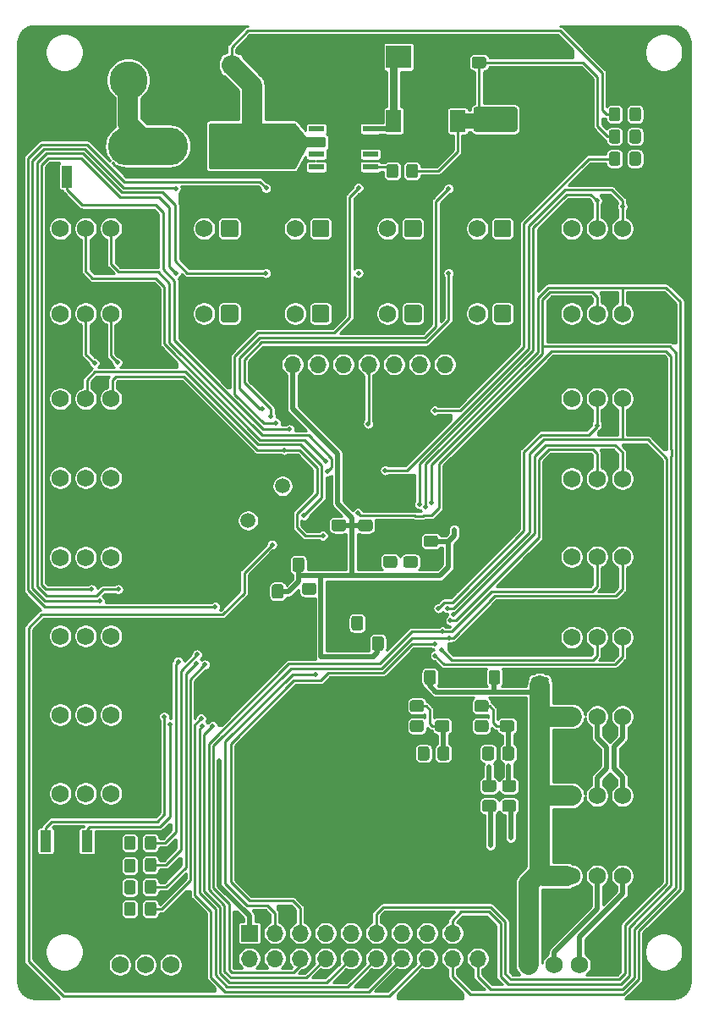
<source format=gtl>
G04 #@! TF.GenerationSoftware,KiCad,Pcbnew,(5.1.10)-1*
G04 #@! TF.CreationDate,2021-09-30T10:00:51+08:00*
G04 #@! TF.ProjectId,internal_mainboard_V2.2,696e7465-726e-4616-9c5f-6d61696e626f,rev?*
G04 #@! TF.SameCoordinates,Original*
G04 #@! TF.FileFunction,Copper,L1,Top*
G04 #@! TF.FilePolarity,Positive*
%FSLAX46Y46*%
G04 Gerber Fmt 4.6, Leading zero omitted, Abs format (unit mm)*
G04 Created by KiCad (PCBNEW (5.1.10)-1) date 2021-09-30 10:00:51*
%MOMM*%
%LPD*%
G01*
G04 APERTURE LIST*
G04 #@! TA.AperFunction,ComponentPad*
%ADD10C,1.740000*%
G04 #@! TD*
G04 #@! TA.AperFunction,ComponentPad*
%ADD11R,1.700000X1.700000*%
G04 #@! TD*
G04 #@! TA.AperFunction,ComponentPad*
%ADD12O,1.700000X1.700000*%
G04 #@! TD*
G04 #@! TA.AperFunction,ComponentPad*
%ADD13C,1.500000*%
G04 #@! TD*
G04 #@! TA.AperFunction,SMDPad,CuDef*
%ADD14R,2.600000X3.100000*%
G04 #@! TD*
G04 #@! TA.AperFunction,SMDPad,CuDef*
%ADD15R,2.950000X4.500000*%
G04 #@! TD*
G04 #@! TA.AperFunction,SMDPad,CuDef*
%ADD16R,1.550000X0.600000*%
G04 #@! TD*
G04 #@! TA.AperFunction,ComponentPad*
%ADD17C,0.600000*%
G04 #@! TD*
G04 #@! TA.AperFunction,SMDPad,CuDef*
%ADD18R,1.120000X2.160000*%
G04 #@! TD*
G04 #@! TA.AperFunction,SMDPad,CuDef*
%ADD19R,1.500000X2.200000*%
G04 #@! TD*
G04 #@! TA.AperFunction,ComponentPad*
%ADD20R,3.800000X3.800000*%
G04 #@! TD*
G04 #@! TA.AperFunction,ComponentPad*
%ADD21C,3.800000*%
G04 #@! TD*
G04 #@! TA.AperFunction,ComponentPad*
%ADD22O,8.000000X3.800000*%
G04 #@! TD*
G04 #@! TA.AperFunction,SMDPad,CuDef*
%ADD23R,2.500000X2.300000*%
G04 #@! TD*
G04 #@! TA.AperFunction,ComponentPad*
%ADD24R,1.600000X1.600000*%
G04 #@! TD*
G04 #@! TA.AperFunction,ComponentPad*
%ADD25C,1.600000*%
G04 #@! TD*
G04 #@! TA.AperFunction,ViaPad*
%ADD26C,0.508000*%
G04 #@! TD*
G04 #@! TA.AperFunction,Conductor*
%ADD27C,0.508000*%
G04 #@! TD*
G04 #@! TA.AperFunction,Conductor*
%ADD28C,0.254000*%
G04 #@! TD*
G04 #@! TA.AperFunction,Conductor*
%ADD29C,2.032000*%
G04 #@! TD*
G04 #@! TA.AperFunction,Conductor*
%ADD30C,1.524000*%
G04 #@! TD*
G04 #@! TA.AperFunction,Conductor*
%ADD31C,0.762000*%
G04 #@! TD*
G04 #@! TA.AperFunction,Conductor*
%ADD32C,0.100000*%
G04 #@! TD*
G04 APERTURE END LIST*
G04 #@! TA.AperFunction,ComponentPad*
G36*
G01*
X213722000Y-94884559D02*
X213722000Y-96123441D01*
G75*
G02*
X213471441Y-96374000I-250559J0D01*
G01*
X212232559Y-96374000D01*
G75*
G02*
X211982000Y-96123441I0J250559D01*
G01*
X211982000Y-94884559D01*
G75*
G02*
X212232559Y-94634000I250559J0D01*
G01*
X213471441Y-94634000D01*
G75*
G02*
X213722000Y-94884559I0J-250559D01*
G01*
G37*
G04 #@! TD.AperFunction*
D10*
X210312000Y-95504000D03*
X207772000Y-95504000D03*
X205232000Y-95504000D03*
G04 #@! TA.AperFunction,ComponentPad*
G36*
G01*
X223041000Y-54751999D02*
X223041000Y-55992001D01*
G75*
G02*
X222791001Y-56242000I-249999J0D01*
G01*
X221550999Y-56242000D01*
G75*
G02*
X221301000Y-55992001I0J249999D01*
G01*
X221301000Y-54751999D01*
G75*
G02*
X221550999Y-54502000I249999J0D01*
G01*
X222791001Y-54502000D01*
G75*
G02*
X223041000Y-54751999I0J-249999D01*
G01*
G37*
G04 #@! TD.AperFunction*
X219631000Y-55372000D03*
G04 #@! TA.AperFunction,ComponentPad*
G36*
G01*
X250377000Y-54751999D02*
X250377000Y-55992001D01*
G75*
G02*
X250127001Y-56242000I-249999J0D01*
G01*
X248886999Y-56242000D01*
G75*
G02*
X248637000Y-55992001I0J249999D01*
G01*
X248637000Y-54751999D01*
G75*
G02*
X248886999Y-54502000I249999J0D01*
G01*
X250127001Y-54502000D01*
G75*
G02*
X250377000Y-54751999I0J-249999D01*
G01*
G37*
G04 #@! TD.AperFunction*
X246967000Y-55372000D03*
G04 #@! TA.AperFunction,ComponentPad*
G36*
G01*
X250377000Y-46242999D02*
X250377000Y-47483001D01*
G75*
G02*
X250127001Y-47733000I-249999J0D01*
G01*
X248886999Y-47733000D01*
G75*
G02*
X248637000Y-47483001I0J249999D01*
G01*
X248637000Y-46242999D01*
G75*
G02*
X248886999Y-45993000I249999J0D01*
G01*
X250127001Y-45993000D01*
G75*
G02*
X250377000Y-46242999I0J-249999D01*
G01*
G37*
G04 #@! TD.AperFunction*
X246967000Y-46863000D03*
G04 #@! TA.AperFunction,ComponentPad*
G36*
G01*
X264903000Y-87145494D02*
X264903000Y-88384376D01*
G75*
G02*
X264652441Y-88634935I-250559J0D01*
G01*
X263413559Y-88634935D01*
G75*
G02*
X263163000Y-88384376I0J250559D01*
G01*
X263163000Y-87145494D01*
G75*
G02*
X263413559Y-86894935I250559J0D01*
G01*
X264652441Y-86894935D01*
G75*
G02*
X264903000Y-87145494I0J-250559D01*
G01*
G37*
G04 #@! TD.AperFunction*
X261493000Y-87764935D03*
X258953000Y-87764935D03*
X256413000Y-87764935D03*
G04 #@! TA.AperFunction,ComponentPad*
G36*
G01*
X264903000Y-79073059D02*
X264903000Y-80311941D01*
G75*
G02*
X264652441Y-80562500I-250559J0D01*
G01*
X263413559Y-80562500D01*
G75*
G02*
X263163000Y-80311941I0J250559D01*
G01*
X263163000Y-79073059D01*
G75*
G02*
X263413559Y-78822500I250559J0D01*
G01*
X264652441Y-78822500D01*
G75*
G02*
X264903000Y-79073059I0J-250559D01*
G01*
G37*
G04 #@! TD.AperFunction*
X261493000Y-79692500D03*
X258953000Y-79692500D03*
X256413000Y-79692500D03*
G04 #@! TA.AperFunction,ComponentPad*
G36*
G01*
X264903000Y-102972868D02*
X264903000Y-104211750D01*
G75*
G02*
X264652441Y-104462309I-250559J0D01*
G01*
X263413559Y-104462309D01*
G75*
G02*
X263163000Y-104211750I0J250559D01*
G01*
X263163000Y-102972868D01*
G75*
G02*
X263413559Y-102722309I250559J0D01*
G01*
X264652441Y-102722309D01*
G75*
G02*
X264903000Y-102972868I0J-250559D01*
G01*
G37*
G04 #@! TD.AperFunction*
X261493000Y-103592309D03*
X258953000Y-103592309D03*
X256413000Y-103592309D03*
D11*
X224155000Y-117348000D03*
D12*
X224155000Y-119888000D03*
X226695000Y-117348000D03*
X226695000Y-119888000D03*
X229235000Y-117348000D03*
X229235000Y-119888000D03*
X231775000Y-117348000D03*
X231775000Y-119888000D03*
X234315000Y-117348000D03*
X234315000Y-119888000D03*
X236855000Y-117348000D03*
X236855000Y-119888000D03*
X239395000Y-117348000D03*
X239395000Y-119888000D03*
X241935000Y-117348000D03*
X241935000Y-119888000D03*
X244475000Y-117348000D03*
X244475000Y-119888000D03*
X247015000Y-117348000D03*
X247015000Y-119888000D03*
G04 #@! TA.AperFunction,SMDPad,CuDef*
G36*
G01*
X248611001Y-103232000D02*
X247710999Y-103232000D01*
G75*
G02*
X247461000Y-102982001I0J249999D01*
G01*
X247461000Y-102281999D01*
G75*
G02*
X247710999Y-102032000I249999J0D01*
G01*
X248611001Y-102032000D01*
G75*
G02*
X248861000Y-102281999I0J-249999D01*
G01*
X248861000Y-102982001D01*
G75*
G02*
X248611001Y-103232000I-249999J0D01*
G01*
G37*
G04 #@! TD.AperFunction*
G04 #@! TA.AperFunction,SMDPad,CuDef*
G36*
G01*
X248611001Y-105232000D02*
X247710999Y-105232000D01*
G75*
G02*
X247461000Y-104982001I0J249999D01*
G01*
X247461000Y-104281999D01*
G75*
G02*
X247710999Y-104032000I249999J0D01*
G01*
X248611001Y-104032000D01*
G75*
G02*
X248861000Y-104281999I0J-249999D01*
G01*
X248861000Y-104982001D01*
G75*
G02*
X248611001Y-105232000I-249999J0D01*
G01*
G37*
G04 #@! TD.AperFunction*
G04 #@! TA.AperFunction,SMDPad,CuDef*
G36*
G01*
X242184000Y-98927499D02*
X242184000Y-99827501D01*
G75*
G02*
X241934001Y-100077500I-249999J0D01*
G01*
X241233999Y-100077500D01*
G75*
G02*
X240984000Y-99827501I0J249999D01*
G01*
X240984000Y-98927499D01*
G75*
G02*
X241233999Y-98677500I249999J0D01*
G01*
X241934001Y-98677500D01*
G75*
G02*
X242184000Y-98927499I0J-249999D01*
G01*
G37*
G04 #@! TD.AperFunction*
G04 #@! TA.AperFunction,SMDPad,CuDef*
G36*
G01*
X244184000Y-98927499D02*
X244184000Y-99827501D01*
G75*
G02*
X243934001Y-100077500I-249999J0D01*
G01*
X243233999Y-100077500D01*
G75*
G02*
X242984000Y-99827501I0J249999D01*
G01*
X242984000Y-98927499D01*
G75*
G02*
X243233999Y-98677500I249999J0D01*
G01*
X243934001Y-98677500D01*
G75*
G02*
X244184000Y-98927499I0J-249999D01*
G01*
G37*
G04 #@! TD.AperFunction*
G04 #@! TA.AperFunction,ComponentPad*
G36*
G01*
X213722000Y-54752559D02*
X213722000Y-55991441D01*
G75*
G02*
X213471441Y-56242000I-250559J0D01*
G01*
X212232559Y-56242000D01*
G75*
G02*
X211982000Y-55991441I0J250559D01*
G01*
X211982000Y-54752559D01*
G75*
G02*
X212232559Y-54502000I250559J0D01*
G01*
X213471441Y-54502000D01*
G75*
G02*
X213722000Y-54752559I0J-250559D01*
G01*
G37*
G04 #@! TD.AperFunction*
D10*
X210312000Y-55372000D03*
X207772000Y-55372000D03*
X205232000Y-55372000D03*
D13*
X224028000Y-76073000D03*
X227478681Y-72622319D03*
D14*
X233553000Y-38796000D03*
D15*
X233553000Y-38796000D03*
D16*
X230853000Y-36891000D03*
X230853000Y-38161000D03*
X230853000Y-39431000D03*
X230853000Y-40701000D03*
X236253000Y-40701000D03*
X236253000Y-39431000D03*
X236253000Y-38161000D03*
X236253000Y-36891000D03*
D17*
X232953000Y-36996000D03*
X232953000Y-38196000D03*
X234153000Y-38196000D03*
X234153000Y-36996000D03*
X232953000Y-40596000D03*
X232953000Y-39496000D03*
X234153000Y-39496000D03*
X234153000Y-40596000D03*
D18*
X205930500Y-41655500D03*
X205930500Y-34925500D03*
X207899000Y-114871000D03*
X207899000Y-108141000D03*
X203771500Y-114871000D03*
X203771500Y-108141000D03*
G04 #@! TA.AperFunction,SMDPad,CuDef*
G36*
G01*
X250611001Y-103232000D02*
X249710999Y-103232000D01*
G75*
G02*
X249461000Y-102982001I0J249999D01*
G01*
X249461000Y-102281999D01*
G75*
G02*
X249710999Y-102032000I249999J0D01*
G01*
X250611001Y-102032000D01*
G75*
G02*
X250861000Y-102281999I0J-249999D01*
G01*
X250861000Y-102982001D01*
G75*
G02*
X250611001Y-103232000I-249999J0D01*
G01*
G37*
G04 #@! TD.AperFunction*
G04 #@! TA.AperFunction,SMDPad,CuDef*
G36*
G01*
X250611001Y-105232000D02*
X249710999Y-105232000D01*
G75*
G02*
X249461000Y-104982001I0J249999D01*
G01*
X249461000Y-104281999D01*
G75*
G02*
X249710999Y-104032000I249999J0D01*
G01*
X250611001Y-104032000D01*
G75*
G02*
X250861000Y-104281999I0J-249999D01*
G01*
X250861000Y-104982001D01*
G75*
G02*
X250611001Y-105232000I-249999J0D01*
G01*
G37*
G04 #@! TD.AperFunction*
G04 #@! TA.AperFunction,SMDPad,CuDef*
G36*
G01*
X239058000Y-40650999D02*
X239058000Y-41551001D01*
G75*
G02*
X238808001Y-41801000I-249999J0D01*
G01*
X238107999Y-41801000D01*
G75*
G02*
X237858000Y-41551001I0J249999D01*
G01*
X237858000Y-40650999D01*
G75*
G02*
X238107999Y-40401000I249999J0D01*
G01*
X238808001Y-40401000D01*
G75*
G02*
X239058000Y-40650999I0J-249999D01*
G01*
G37*
G04 #@! TD.AperFunction*
G04 #@! TA.AperFunction,SMDPad,CuDef*
G36*
G01*
X241058000Y-40650999D02*
X241058000Y-41551001D01*
G75*
G02*
X240808001Y-41801000I-249999J0D01*
G01*
X240107999Y-41801000D01*
G75*
G02*
X239858000Y-41551001I0J249999D01*
G01*
X239858000Y-40650999D01*
G75*
G02*
X240107999Y-40401000I249999J0D01*
G01*
X240808001Y-40401000D01*
G75*
G02*
X241058000Y-40650999I0J-249999D01*
G01*
G37*
G04 #@! TD.AperFunction*
G04 #@! TA.AperFunction,SMDPad,CuDef*
G36*
G01*
X240468999Y-96041000D02*
X241369001Y-96041000D01*
G75*
G02*
X241619000Y-96290999I0J-249999D01*
G01*
X241619000Y-96991001D01*
G75*
G02*
X241369001Y-97241000I-249999J0D01*
G01*
X240468999Y-97241000D01*
G75*
G02*
X240219000Y-96991001I0J249999D01*
G01*
X240219000Y-96290999D01*
G75*
G02*
X240468999Y-96041000I249999J0D01*
G01*
G37*
G04 #@! TD.AperFunction*
G04 #@! TA.AperFunction,SMDPad,CuDef*
G36*
G01*
X240468999Y-94041000D02*
X241369001Y-94041000D01*
G75*
G02*
X241619000Y-94290999I0J-249999D01*
G01*
X241619000Y-94991001D01*
G75*
G02*
X241369001Y-95241000I-249999J0D01*
G01*
X240468999Y-95241000D01*
G75*
G02*
X240219000Y-94991001I0J249999D01*
G01*
X240219000Y-94290999D01*
G75*
G02*
X240468999Y-94041000I249999J0D01*
G01*
G37*
G04 #@! TD.AperFunction*
G04 #@! TA.AperFunction,SMDPad,CuDef*
G36*
G01*
X248661000Y-98927499D02*
X248661000Y-99827501D01*
G75*
G02*
X248411001Y-100077500I-249999J0D01*
G01*
X247710999Y-100077500D01*
G75*
G02*
X247461000Y-99827501I0J249999D01*
G01*
X247461000Y-98927499D01*
G75*
G02*
X247710999Y-98677500I249999J0D01*
G01*
X248411001Y-98677500D01*
G75*
G02*
X248661000Y-98927499I0J-249999D01*
G01*
G37*
G04 #@! TD.AperFunction*
G04 #@! TA.AperFunction,SMDPad,CuDef*
G36*
G01*
X250661000Y-98927499D02*
X250661000Y-99827501D01*
G75*
G02*
X250411001Y-100077500I-249999J0D01*
G01*
X249710999Y-100077500D01*
G75*
G02*
X249461000Y-99827501I0J249999D01*
G01*
X249461000Y-98927499D01*
G75*
G02*
X249710999Y-98677500I249999J0D01*
G01*
X250411001Y-98677500D01*
G75*
G02*
X250661000Y-98927499I0J-249999D01*
G01*
G37*
G04 #@! TD.AperFunction*
G04 #@! TA.AperFunction,SMDPad,CuDef*
G36*
G01*
X246945999Y-96041000D02*
X247846001Y-96041000D01*
G75*
G02*
X248096000Y-96290999I0J-249999D01*
G01*
X248096000Y-96991001D01*
G75*
G02*
X247846001Y-97241000I-249999J0D01*
G01*
X246945999Y-97241000D01*
G75*
G02*
X246696000Y-96991001I0J249999D01*
G01*
X246696000Y-96290999D01*
G75*
G02*
X246945999Y-96041000I249999J0D01*
G01*
G37*
G04 #@! TD.AperFunction*
G04 #@! TA.AperFunction,SMDPad,CuDef*
G36*
G01*
X246945999Y-94041000D02*
X247846001Y-94041000D01*
G75*
G02*
X248096000Y-94290999I0J-249999D01*
G01*
X248096000Y-94991001D01*
G75*
G02*
X247846001Y-95241000I-249999J0D01*
G01*
X246945999Y-95241000D01*
G75*
G02*
X246696000Y-94991001I0J249999D01*
G01*
X246696000Y-94290999D01*
G75*
G02*
X246945999Y-94041000I249999J0D01*
G01*
G37*
G04 #@! TD.AperFunction*
G04 #@! TA.AperFunction,SMDPad,CuDef*
G36*
G01*
X237801999Y-79609500D02*
X238702001Y-79609500D01*
G75*
G02*
X238952000Y-79859499I0J-249999D01*
G01*
X238952000Y-80559501D01*
G75*
G02*
X238702001Y-80809500I-249999J0D01*
G01*
X237801999Y-80809500D01*
G75*
G02*
X237552000Y-80559501I0J249999D01*
G01*
X237552000Y-79859499D01*
G75*
G02*
X237801999Y-79609500I249999J0D01*
G01*
G37*
G04 #@! TD.AperFunction*
G04 #@! TA.AperFunction,SMDPad,CuDef*
G36*
G01*
X237801999Y-77609500D02*
X238702001Y-77609500D01*
G75*
G02*
X238952000Y-77859499I0J-249999D01*
G01*
X238952000Y-78559501D01*
G75*
G02*
X238702001Y-78809500I-249999J0D01*
G01*
X237801999Y-78809500D01*
G75*
G02*
X237552000Y-78559501I0J249999D01*
G01*
X237552000Y-77859499D01*
G75*
G02*
X237801999Y-77609500I249999J0D01*
G01*
G37*
G04 #@! TD.AperFunction*
G04 #@! TA.AperFunction,SMDPad,CuDef*
G36*
G01*
X229695999Y-84316000D02*
X230596001Y-84316000D01*
G75*
G02*
X230846000Y-84565999I0J-249999D01*
G01*
X230846000Y-85266001D01*
G75*
G02*
X230596001Y-85516000I-249999J0D01*
G01*
X229695999Y-85516000D01*
G75*
G02*
X229446000Y-85266001I0J249999D01*
G01*
X229446000Y-84565999D01*
G75*
G02*
X229695999Y-84316000I249999J0D01*
G01*
G37*
G04 #@! TD.AperFunction*
G04 #@! TA.AperFunction,SMDPad,CuDef*
G36*
G01*
X229695999Y-82316000D02*
X230596001Y-82316000D01*
G75*
G02*
X230846000Y-82565999I0J-249999D01*
G01*
X230846000Y-83266001D01*
G75*
G02*
X230596001Y-83516000I-249999J0D01*
G01*
X229695999Y-83516000D01*
G75*
G02*
X229446000Y-83266001I0J249999D01*
G01*
X229446000Y-82565999D01*
G75*
G02*
X229695999Y-82316000I249999J0D01*
G01*
G37*
G04 #@! TD.AperFunction*
D19*
X238608000Y-36091000D03*
X245008000Y-36091000D03*
G04 #@! TA.AperFunction,ComponentPad*
G36*
G01*
X223041000Y-46242999D02*
X223041000Y-47483001D01*
G75*
G02*
X222791001Y-47733000I-249999J0D01*
G01*
X221550999Y-47733000D01*
G75*
G02*
X221301000Y-47483001I0J249999D01*
G01*
X221301000Y-46242999D01*
G75*
G02*
X221550999Y-45993000I249999J0D01*
G01*
X222791001Y-45993000D01*
G75*
G02*
X223041000Y-46242999I0J-249999D01*
G01*
G37*
G04 #@! TD.AperFunction*
D10*
X219631000Y-46863000D03*
G04 #@! TA.AperFunction,ComponentPad*
G36*
G01*
X232153000Y-46242999D02*
X232153000Y-47483001D01*
G75*
G02*
X231903001Y-47733000I-249999J0D01*
G01*
X230662999Y-47733000D01*
G75*
G02*
X230413000Y-47483001I0J249999D01*
G01*
X230413000Y-46242999D01*
G75*
G02*
X230662999Y-45993000I249999J0D01*
G01*
X231903001Y-45993000D01*
G75*
G02*
X232153000Y-46242999I0J-249999D01*
G01*
G37*
G04 #@! TD.AperFunction*
X228743000Y-46863000D03*
D11*
X225933000Y-60452000D03*
D12*
X228473000Y-60452000D03*
X231013000Y-60452000D03*
X233553000Y-60452000D03*
X236093000Y-60452000D03*
X238633000Y-60452000D03*
X241173000Y-60452000D03*
X243713000Y-60452000D03*
G04 #@! TA.AperFunction,ComponentPad*
G36*
G01*
X219691000Y-119888559D02*
X219691000Y-121127441D01*
G75*
G02*
X219440441Y-121378000I-250559J0D01*
G01*
X218201559Y-121378000D01*
G75*
G02*
X217951000Y-121127441I0J250559D01*
G01*
X217951000Y-119888559D01*
G75*
G02*
X218201559Y-119638000I250559J0D01*
G01*
X219440441Y-119638000D01*
G75*
G02*
X219691000Y-119888559I0J-250559D01*
G01*
G37*
G04 #@! TD.AperFunction*
D10*
X216281000Y-120508000D03*
X213741000Y-120508000D03*
X211201000Y-120508000D03*
D20*
X217043000Y-32004000D03*
D21*
X212043000Y-32004000D03*
G04 #@! TA.AperFunction,ComponentPad*
G36*
G01*
X232153000Y-54751999D02*
X232153000Y-55992001D01*
G75*
G02*
X231903001Y-56242000I-249999J0D01*
G01*
X230662999Y-56242000D01*
G75*
G02*
X230413000Y-55992001I0J249999D01*
G01*
X230413000Y-54751999D01*
G75*
G02*
X230662999Y-54502000I249999J0D01*
G01*
X231903001Y-54502000D01*
G75*
G02*
X232153000Y-54751999I0J-249999D01*
G01*
G37*
G04 #@! TD.AperFunction*
D10*
X228743000Y-55372000D03*
G04 #@! TA.AperFunction,ComponentPad*
G36*
G01*
X213722000Y-102758559D02*
X213722000Y-103997441D01*
G75*
G02*
X213471441Y-104248000I-250559J0D01*
G01*
X212232559Y-104248000D01*
G75*
G02*
X211982000Y-103997441I0J250559D01*
G01*
X211982000Y-102758559D01*
G75*
G02*
X212232559Y-102508000I250559J0D01*
G01*
X213471441Y-102508000D01*
G75*
G02*
X213722000Y-102758559I0J-250559D01*
G01*
G37*
G04 #@! TD.AperFunction*
X210312000Y-103378000D03*
X207772000Y-103378000D03*
X205232000Y-103378000D03*
G04 #@! TA.AperFunction,ComponentPad*
G36*
G01*
X213722000Y-46243559D02*
X213722000Y-47482441D01*
G75*
G02*
X213471441Y-47733000I-250559J0D01*
G01*
X212232559Y-47733000D01*
G75*
G02*
X211982000Y-47482441I0J250559D01*
G01*
X211982000Y-46243559D01*
G75*
G02*
X212232559Y-45993000I250559J0D01*
G01*
X213471441Y-45993000D01*
G75*
G02*
X213722000Y-46243559I0J-250559D01*
G01*
G37*
G04 #@! TD.AperFunction*
X210312000Y-46863000D03*
X207772000Y-46863000D03*
X205232000Y-46863000D03*
G04 #@! TA.AperFunction,ComponentPad*
G36*
G01*
X241408000Y-46242999D02*
X241408000Y-47483001D01*
G75*
G02*
X241158001Y-47733000I-249999J0D01*
G01*
X239917999Y-47733000D01*
G75*
G02*
X239668000Y-47483001I0J249999D01*
G01*
X239668000Y-46242999D01*
G75*
G02*
X239917999Y-45993000I249999J0D01*
G01*
X241158001Y-45993000D01*
G75*
G02*
X241408000Y-46242999I0J-249999D01*
G01*
G37*
G04 #@! TD.AperFunction*
X237998000Y-46863000D03*
G04 #@! TA.AperFunction,ComponentPad*
G36*
G01*
X241408000Y-54751999D02*
X241408000Y-55992001D01*
G75*
G02*
X241158001Y-56242000I-249999J0D01*
G01*
X239917999Y-56242000D01*
G75*
G02*
X239668000Y-55992001I0J249999D01*
G01*
X239668000Y-54751999D01*
G75*
G02*
X239917999Y-54502000I249999J0D01*
G01*
X241158001Y-54502000D01*
G75*
G02*
X241408000Y-54751999I0J-249999D01*
G01*
G37*
G04 #@! TD.AperFunction*
X237998000Y-55372000D03*
G04 #@! TA.AperFunction,ComponentPad*
G36*
G01*
X264903000Y-63261559D02*
X264903000Y-64500441D01*
G75*
G02*
X264652441Y-64751000I-250559J0D01*
G01*
X263413559Y-64751000D01*
G75*
G02*
X263163000Y-64500441I0J250559D01*
G01*
X263163000Y-63261559D01*
G75*
G02*
X263413559Y-63011000I250559J0D01*
G01*
X264652441Y-63011000D01*
G75*
G02*
X264903000Y-63261559I0J-250559D01*
G01*
G37*
G04 #@! TD.AperFunction*
X261493000Y-63881000D03*
X258953000Y-63881000D03*
X256413000Y-63881000D03*
G04 #@! TA.AperFunction,ComponentPad*
G36*
G01*
X264903000Y-71262559D02*
X264903000Y-72501441D01*
G75*
G02*
X264652441Y-72752000I-250559J0D01*
G01*
X263413559Y-72752000D01*
G75*
G02*
X263163000Y-72501441I0J250559D01*
G01*
X263163000Y-71262559D01*
G75*
G02*
X263413559Y-71012000I250559J0D01*
G01*
X264652441Y-71012000D01*
G75*
G02*
X264903000Y-71262559I0J-250559D01*
G01*
G37*
G04 #@! TD.AperFunction*
X261493000Y-71882000D03*
X258953000Y-71882000D03*
X256413000Y-71882000D03*
G04 #@! TA.AperFunction,ComponentPad*
G36*
G01*
X213722000Y-71191120D02*
X213722000Y-72430002D01*
G75*
G02*
X213471441Y-72680561I-250559J0D01*
G01*
X212232559Y-72680561D01*
G75*
G02*
X211982000Y-72430002I0J250559D01*
G01*
X211982000Y-71191120D01*
G75*
G02*
X212232559Y-70940561I250559J0D01*
G01*
X213471441Y-70940561D01*
G75*
G02*
X213722000Y-71191120I0J-250559D01*
G01*
G37*
G04 #@! TD.AperFunction*
X210312000Y-71810561D03*
X207772000Y-71810561D03*
X205232000Y-71810561D03*
G04 #@! TA.AperFunction,ComponentPad*
G36*
G01*
X213722000Y-63277433D02*
X213722000Y-64516315D01*
G75*
G02*
X213471441Y-64766874I-250559J0D01*
G01*
X212232559Y-64766874D01*
G75*
G02*
X211982000Y-64516315I0J250559D01*
G01*
X211982000Y-63277433D01*
G75*
G02*
X212232559Y-63026874I250559J0D01*
G01*
X213471441Y-63026874D01*
G75*
G02*
X213722000Y-63277433I0J-250559D01*
G01*
G37*
G04 #@! TD.AperFunction*
X210312000Y-63896874D03*
X207772000Y-63896874D03*
X205232000Y-63896874D03*
G04 #@! TA.AperFunction,ComponentPad*
G36*
G01*
X264903000Y-110998559D02*
X264903000Y-112237441D01*
G75*
G02*
X264652441Y-112488000I-250559J0D01*
G01*
X263413559Y-112488000D01*
G75*
G02*
X263163000Y-112237441I0J250559D01*
G01*
X263163000Y-110998559D01*
G75*
G02*
X263413559Y-110748000I250559J0D01*
G01*
X264652441Y-110748000D01*
G75*
G02*
X264903000Y-110998559I0J-250559D01*
G01*
G37*
G04 #@! TD.AperFunction*
X261493000Y-111618000D03*
X258953000Y-111618000D03*
X256413000Y-111618000D03*
G04 #@! TA.AperFunction,ComponentPad*
G36*
G01*
X264903000Y-46243559D02*
X264903000Y-47482441D01*
G75*
G02*
X264652441Y-47733000I-250559J0D01*
G01*
X263413559Y-47733000D01*
G75*
G02*
X263163000Y-47482441I0J250559D01*
G01*
X263163000Y-46243559D01*
G75*
G02*
X263413559Y-45993000I250559J0D01*
G01*
X264652441Y-45993000D01*
G75*
G02*
X264903000Y-46243559I0J-250559D01*
G01*
G37*
G04 #@! TD.AperFunction*
X261493000Y-46863000D03*
X258953000Y-46863000D03*
X256413000Y-46863000D03*
G04 #@! TA.AperFunction,ComponentPad*
G36*
G01*
X264903000Y-54752559D02*
X264903000Y-55991441D01*
G75*
G02*
X264652441Y-56242000I-250559J0D01*
G01*
X263413559Y-56242000D01*
G75*
G02*
X263163000Y-55991441I0J250559D01*
G01*
X263163000Y-54752559D01*
G75*
G02*
X263413559Y-54502000I250559J0D01*
G01*
X264652441Y-54502000D01*
G75*
G02*
X264903000Y-54752559I0J-250559D01*
G01*
G37*
G04 #@! TD.AperFunction*
X261493000Y-55372000D03*
X258953000Y-55372000D03*
X256413000Y-55372000D03*
G04 #@! TA.AperFunction,ComponentPad*
G36*
G01*
X264903000Y-95059181D02*
X264903000Y-96298063D01*
G75*
G02*
X264652441Y-96548622I-250559J0D01*
G01*
X263413559Y-96548622D01*
G75*
G02*
X263163000Y-96298063I0J250559D01*
G01*
X263163000Y-95059181D01*
G75*
G02*
X263413559Y-94808622I250559J0D01*
G01*
X264652441Y-94808622D01*
G75*
G02*
X264903000Y-95059181I0J-250559D01*
G01*
G37*
G04 #@! TD.AperFunction*
X261493000Y-95678622D03*
X258953000Y-95678622D03*
X256413000Y-95678622D03*
G04 #@! TA.AperFunction,ComponentPad*
G36*
G01*
X213722000Y-87010559D02*
X213722000Y-88249441D01*
G75*
G02*
X213471441Y-88500000I-250559J0D01*
G01*
X212232559Y-88500000D01*
G75*
G02*
X211982000Y-88249441I0J250559D01*
G01*
X211982000Y-87010559D01*
G75*
G02*
X212232559Y-86760000I250559J0D01*
G01*
X213471441Y-86760000D01*
G75*
G02*
X213722000Y-87010559I0J-250559D01*
G01*
G37*
G04 #@! TD.AperFunction*
X210312000Y-87630000D03*
X207772000Y-87630000D03*
X205232000Y-87630000D03*
G04 #@! TA.AperFunction,ComponentPad*
G36*
G01*
X260607000Y-119888559D02*
X260607000Y-121127441D01*
G75*
G02*
X260356441Y-121378000I-250559J0D01*
G01*
X259117559Y-121378000D01*
G75*
G02*
X258867000Y-121127441I0J250559D01*
G01*
X258867000Y-119888559D01*
G75*
G02*
X259117559Y-119638000I250559J0D01*
G01*
X260356441Y-119638000D01*
G75*
G02*
X260607000Y-119888559I0J-250559D01*
G01*
G37*
G04 #@! TD.AperFunction*
X257197000Y-120508000D03*
X254657000Y-120508000D03*
X252117000Y-120508000D03*
G04 #@! TA.AperFunction,ComponentPad*
G36*
G01*
X213722000Y-79136559D02*
X213722000Y-80375441D01*
G75*
G02*
X213471441Y-80626000I-250559J0D01*
G01*
X212232559Y-80626000D01*
G75*
G02*
X211982000Y-80375441I0J250559D01*
G01*
X211982000Y-79136559D01*
G75*
G02*
X212232559Y-78886000I250559J0D01*
G01*
X213471441Y-78886000D01*
G75*
G02*
X213722000Y-79136559I0J-250559D01*
G01*
G37*
G04 #@! TD.AperFunction*
X210312000Y-79756000D03*
X207772000Y-79756000D03*
X205232000Y-79756000D03*
D22*
X213995000Y-38608000D03*
X224409000Y-38608000D03*
G04 #@! TA.AperFunction,SMDPad,CuDef*
G36*
G01*
X263347000Y-34982999D02*
X263347000Y-35883001D01*
G75*
G02*
X263097001Y-36133000I-249999J0D01*
G01*
X262446999Y-36133000D01*
G75*
G02*
X262197000Y-35883001I0J249999D01*
G01*
X262197000Y-34982999D01*
G75*
G02*
X262446999Y-34733000I249999J0D01*
G01*
X263097001Y-34733000D01*
G75*
G02*
X263347000Y-34982999I0J-249999D01*
G01*
G37*
G04 #@! TD.AperFunction*
G04 #@! TA.AperFunction,SMDPad,CuDef*
G36*
G01*
X261297000Y-34982999D02*
X261297000Y-35883001D01*
G75*
G02*
X261047001Y-36133000I-249999J0D01*
G01*
X260396999Y-36133000D01*
G75*
G02*
X260147000Y-35883001I0J249999D01*
G01*
X260147000Y-34982999D01*
G75*
G02*
X260396999Y-34733000I249999J0D01*
G01*
X261047001Y-34733000D01*
G75*
G02*
X261297000Y-34982999I0J-249999D01*
G01*
G37*
G04 #@! TD.AperFunction*
G04 #@! TA.AperFunction,SMDPad,CuDef*
G36*
G01*
X263347000Y-37205499D02*
X263347000Y-38105501D01*
G75*
G02*
X263097001Y-38355500I-249999J0D01*
G01*
X262446999Y-38355500D01*
G75*
G02*
X262197000Y-38105501I0J249999D01*
G01*
X262197000Y-37205499D01*
G75*
G02*
X262446999Y-36955500I249999J0D01*
G01*
X263097001Y-36955500D01*
G75*
G02*
X263347000Y-37205499I0J-249999D01*
G01*
G37*
G04 #@! TD.AperFunction*
G04 #@! TA.AperFunction,SMDPad,CuDef*
G36*
G01*
X261297000Y-37205499D02*
X261297000Y-38105501D01*
G75*
G02*
X261047001Y-38355500I-249999J0D01*
G01*
X260396999Y-38355500D01*
G75*
G02*
X260147000Y-38105501I0J249999D01*
G01*
X260147000Y-37205499D01*
G75*
G02*
X260396999Y-36955500I249999J0D01*
G01*
X261047001Y-36955500D01*
G75*
G02*
X261297000Y-37205499I0J-249999D01*
G01*
G37*
G04 #@! TD.AperFunction*
G04 #@! TA.AperFunction,SMDPad,CuDef*
G36*
G01*
X263347000Y-39427999D02*
X263347000Y-40328001D01*
G75*
G02*
X263097001Y-40578000I-249999J0D01*
G01*
X262446999Y-40578000D01*
G75*
G02*
X262197000Y-40328001I0J249999D01*
G01*
X262197000Y-39427999D01*
G75*
G02*
X262446999Y-39178000I249999J0D01*
G01*
X263097001Y-39178000D01*
G75*
G02*
X263347000Y-39427999I0J-249999D01*
G01*
G37*
G04 #@! TD.AperFunction*
G04 #@! TA.AperFunction,SMDPad,CuDef*
G36*
G01*
X261297000Y-39427999D02*
X261297000Y-40328001D01*
G75*
G02*
X261047001Y-40578000I-249999J0D01*
G01*
X260396999Y-40578000D01*
G75*
G02*
X260147000Y-40328001I0J249999D01*
G01*
X260147000Y-39427999D01*
G75*
G02*
X260396999Y-39178000I249999J0D01*
G01*
X261047001Y-39178000D01*
G75*
G02*
X261297000Y-39427999I0J-249999D01*
G01*
G37*
G04 #@! TD.AperFunction*
D23*
X239108000Y-29685000D03*
X243408000Y-29685000D03*
G04 #@! TA.AperFunction,SMDPad,CuDef*
G36*
G01*
X214833000Y-114484999D02*
X214833000Y-115385001D01*
G75*
G02*
X214583001Y-115635000I-249999J0D01*
G01*
X213932999Y-115635000D01*
G75*
G02*
X213683000Y-115385001I0J249999D01*
G01*
X213683000Y-114484999D01*
G75*
G02*
X213932999Y-114235000I249999J0D01*
G01*
X214583001Y-114235000D01*
G75*
G02*
X214833000Y-114484999I0J-249999D01*
G01*
G37*
G04 #@! TD.AperFunction*
G04 #@! TA.AperFunction,SMDPad,CuDef*
G36*
G01*
X212783000Y-114484999D02*
X212783000Y-115385001D01*
G75*
G02*
X212533001Y-115635000I-249999J0D01*
G01*
X211882999Y-115635000D01*
G75*
G02*
X211633000Y-115385001I0J249999D01*
G01*
X211633000Y-114484999D01*
G75*
G02*
X211882999Y-114235000I249999J0D01*
G01*
X212533001Y-114235000D01*
G75*
G02*
X212783000Y-114484999I0J-249999D01*
G01*
G37*
G04 #@! TD.AperFunction*
G04 #@! TA.AperFunction,SMDPad,CuDef*
G36*
G01*
X214833000Y-112283666D02*
X214833000Y-113183668D01*
G75*
G02*
X214583001Y-113433667I-249999J0D01*
G01*
X213932999Y-113433667D01*
G75*
G02*
X213683000Y-113183668I0J249999D01*
G01*
X213683000Y-112283666D01*
G75*
G02*
X213932999Y-112033667I249999J0D01*
G01*
X214583001Y-112033667D01*
G75*
G02*
X214833000Y-112283666I0J-249999D01*
G01*
G37*
G04 #@! TD.AperFunction*
G04 #@! TA.AperFunction,SMDPad,CuDef*
G36*
G01*
X212783000Y-112325999D02*
X212783000Y-113226001D01*
G75*
G02*
X212533001Y-113476000I-249999J0D01*
G01*
X211882999Y-113476000D01*
G75*
G02*
X211633000Y-113226001I0J249999D01*
G01*
X211633000Y-112325999D01*
G75*
G02*
X211882999Y-112076000I249999J0D01*
G01*
X212533001Y-112076000D01*
G75*
G02*
X212783000Y-112325999I0J-249999D01*
G01*
G37*
G04 #@! TD.AperFunction*
G04 #@! TA.AperFunction,SMDPad,CuDef*
G36*
G01*
X214833000Y-110082333D02*
X214833000Y-110982335D01*
G75*
G02*
X214583001Y-111232334I-249999J0D01*
G01*
X213932999Y-111232334D01*
G75*
G02*
X213683000Y-110982335I0J249999D01*
G01*
X213683000Y-110082333D01*
G75*
G02*
X213932999Y-109832334I249999J0D01*
G01*
X214583001Y-109832334D01*
G75*
G02*
X214833000Y-110082333I0J-249999D01*
G01*
G37*
G04 #@! TD.AperFunction*
G04 #@! TA.AperFunction,SMDPad,CuDef*
G36*
G01*
X212783000Y-110166999D02*
X212783000Y-111067001D01*
G75*
G02*
X212533001Y-111317000I-249999J0D01*
G01*
X211882999Y-111317000D01*
G75*
G02*
X211633000Y-111067001I0J249999D01*
G01*
X211633000Y-110166999D01*
G75*
G02*
X211882999Y-109917000I249999J0D01*
G01*
X212533001Y-109917000D01*
G75*
G02*
X212783000Y-110166999I0J-249999D01*
G01*
G37*
G04 #@! TD.AperFunction*
G04 #@! TA.AperFunction,SMDPad,CuDef*
G36*
G01*
X214833000Y-107880999D02*
X214833000Y-108781001D01*
G75*
G02*
X214583001Y-109031000I-249999J0D01*
G01*
X213932999Y-109031000D01*
G75*
G02*
X213683000Y-108781001I0J249999D01*
G01*
X213683000Y-107880999D01*
G75*
G02*
X213932999Y-107631000I249999J0D01*
G01*
X214583001Y-107631000D01*
G75*
G02*
X214833000Y-107880999I0J-249999D01*
G01*
G37*
G04 #@! TD.AperFunction*
G04 #@! TA.AperFunction,SMDPad,CuDef*
G36*
G01*
X212783000Y-107880999D02*
X212783000Y-108781001D01*
G75*
G02*
X212533001Y-109031000I-249999J0D01*
G01*
X211882999Y-109031000D01*
G75*
G02*
X211633000Y-108781001I0J249999D01*
G01*
X211633000Y-107880999D01*
G75*
G02*
X211882999Y-107631000I249999J0D01*
G01*
X212533001Y-107631000D01*
G75*
G02*
X212783000Y-107880999I0J-249999D01*
G01*
G37*
G04 #@! TD.AperFunction*
D24*
X222377000Y-30480000D03*
D25*
X227377000Y-30480000D03*
G04 #@! TA.AperFunction,SMDPad,CuDef*
G36*
G01*
X246576000Y-36941000D02*
X246576000Y-34941000D01*
G75*
G02*
X246826000Y-34691000I250000J0D01*
G01*
X250726000Y-34691000D01*
G75*
G02*
X250976000Y-34941000I0J-250000D01*
G01*
X250976000Y-36941000D01*
G75*
G02*
X250726000Y-37191000I-250000J0D01*
G01*
X246826000Y-37191000D01*
G75*
G02*
X246576000Y-36941000I0J250000D01*
G01*
G37*
G04 #@! TD.AperFunction*
G04 #@! TA.AperFunction,SMDPad,CuDef*
G36*
G01*
X253976000Y-36941000D02*
X253976000Y-34941000D01*
G75*
G02*
X254226000Y-34691000I250000J0D01*
G01*
X258126000Y-34691000D01*
G75*
G02*
X258376000Y-34941000I0J-250000D01*
G01*
X258376000Y-36941000D01*
G75*
G02*
X258126000Y-37191000I-250000J0D01*
G01*
X254226000Y-37191000D01*
G75*
G02*
X253976000Y-36941000I0J250000D01*
G01*
G37*
G04 #@! TD.AperFunction*
G04 #@! TA.AperFunction,SMDPad,CuDef*
G36*
G01*
X247617000Y-30835000D02*
X246667000Y-30835000D01*
G75*
G02*
X246417000Y-30585000I0J250000D01*
G01*
X246417000Y-29910000D01*
G75*
G02*
X246667000Y-29660000I250000J0D01*
G01*
X247617000Y-29660000D01*
G75*
G02*
X247867000Y-29910000I0J-250000D01*
G01*
X247867000Y-30585000D01*
G75*
G02*
X247617000Y-30835000I-250000J0D01*
G01*
G37*
G04 #@! TD.AperFunction*
G04 #@! TA.AperFunction,SMDPad,CuDef*
G36*
G01*
X247617000Y-28760000D02*
X246667000Y-28760000D01*
G75*
G02*
X246417000Y-28510000I0J250000D01*
G01*
X246417000Y-27835000D01*
G75*
G02*
X246667000Y-27585000I250000J0D01*
G01*
X247617000Y-27585000D01*
G75*
G02*
X247867000Y-27835000I0J-250000D01*
G01*
X247867000Y-28510000D01*
G75*
G02*
X247617000Y-28760000I-250000J0D01*
G01*
G37*
G04 #@! TD.AperFunction*
G04 #@! TA.AperFunction,SMDPad,CuDef*
G36*
G01*
X242984000Y-93966000D02*
X243934000Y-93966000D01*
G75*
G02*
X244184000Y-94216000I0J-250000D01*
G01*
X244184000Y-94891000D01*
G75*
G02*
X243934000Y-95141000I-250000J0D01*
G01*
X242984000Y-95141000D01*
G75*
G02*
X242734000Y-94891000I0J250000D01*
G01*
X242734000Y-94216000D01*
G75*
G02*
X242984000Y-93966000I250000J0D01*
G01*
G37*
G04 #@! TD.AperFunction*
G04 #@! TA.AperFunction,SMDPad,CuDef*
G36*
G01*
X242984000Y-96041000D02*
X243934000Y-96041000D01*
G75*
G02*
X244184000Y-96291000I0J-250000D01*
G01*
X244184000Y-96966000D01*
G75*
G02*
X243934000Y-97216000I-250000J0D01*
G01*
X242984000Y-97216000D01*
G75*
G02*
X242734000Y-96966000I0J250000D01*
G01*
X242734000Y-96291000D01*
G75*
G02*
X242984000Y-96041000I250000J0D01*
G01*
G37*
G04 #@! TD.AperFunction*
G04 #@! TA.AperFunction,SMDPad,CuDef*
G36*
G01*
X249461000Y-93966000D02*
X250411000Y-93966000D01*
G75*
G02*
X250661000Y-94216000I0J-250000D01*
G01*
X250661000Y-94891000D01*
G75*
G02*
X250411000Y-95141000I-250000J0D01*
G01*
X249461000Y-95141000D01*
G75*
G02*
X249211000Y-94891000I0J250000D01*
G01*
X249211000Y-94216000D01*
G75*
G02*
X249461000Y-93966000I250000J0D01*
G01*
G37*
G04 #@! TD.AperFunction*
G04 #@! TA.AperFunction,SMDPad,CuDef*
G36*
G01*
X249461000Y-96041000D02*
X250411000Y-96041000D01*
G75*
G02*
X250661000Y-96291000I0J-250000D01*
G01*
X250661000Y-96966000D01*
G75*
G02*
X250411000Y-97216000I-250000J0D01*
G01*
X249461000Y-97216000D01*
G75*
G02*
X249211000Y-96966000I0J250000D01*
G01*
X249211000Y-96291000D01*
G75*
G02*
X249461000Y-96041000I250000J0D01*
G01*
G37*
G04 #@! TD.AperFunction*
G04 #@! TA.AperFunction,SMDPad,CuDef*
G36*
G01*
X239570000Y-92232500D02*
X239570000Y-91282500D01*
G75*
G02*
X239820000Y-91032500I250000J0D01*
G01*
X240495000Y-91032500D01*
G75*
G02*
X240745000Y-91282500I0J-250000D01*
G01*
X240745000Y-92232500D01*
G75*
G02*
X240495000Y-92482500I-250000J0D01*
G01*
X239820000Y-92482500D01*
G75*
G02*
X239570000Y-92232500I0J250000D01*
G01*
G37*
G04 #@! TD.AperFunction*
G04 #@! TA.AperFunction,SMDPad,CuDef*
G36*
G01*
X241645000Y-92232500D02*
X241645000Y-91282500D01*
G75*
G02*
X241895000Y-91032500I250000J0D01*
G01*
X242570000Y-91032500D01*
G75*
G02*
X242820000Y-91282500I0J-250000D01*
G01*
X242820000Y-92232500D01*
G75*
G02*
X242570000Y-92482500I-250000J0D01*
G01*
X241895000Y-92482500D01*
G75*
G02*
X241645000Y-92232500I0J250000D01*
G01*
G37*
G04 #@! TD.AperFunction*
G04 #@! TA.AperFunction,SMDPad,CuDef*
G36*
G01*
X246025000Y-92232500D02*
X246025000Y-91282500D01*
G75*
G02*
X246275000Y-91032500I250000J0D01*
G01*
X246950000Y-91032500D01*
G75*
G02*
X247200000Y-91282500I0J-250000D01*
G01*
X247200000Y-92232500D01*
G75*
G02*
X246950000Y-92482500I-250000J0D01*
G01*
X246275000Y-92482500D01*
G75*
G02*
X246025000Y-92232500I0J250000D01*
G01*
G37*
G04 #@! TD.AperFunction*
G04 #@! TA.AperFunction,SMDPad,CuDef*
G36*
G01*
X248100000Y-92232500D02*
X248100000Y-91282500D01*
G75*
G02*
X248350000Y-91032500I250000J0D01*
G01*
X249025000Y-91032500D01*
G75*
G02*
X249275000Y-91282500I0J-250000D01*
G01*
X249275000Y-92232500D01*
G75*
G02*
X249025000Y-92482500I-250000J0D01*
G01*
X248350000Y-92482500D01*
G75*
G02*
X248100000Y-92232500I0J250000D01*
G01*
G37*
G04 #@! TD.AperFunction*
G04 #@! TA.AperFunction,SMDPad,CuDef*
G36*
G01*
X227580000Y-82695000D02*
X227580000Y-83645000D01*
G75*
G02*
X227330000Y-83895000I-250000J0D01*
G01*
X226655000Y-83895000D01*
G75*
G02*
X226405000Y-83645000I0J250000D01*
G01*
X226405000Y-82695000D01*
G75*
G02*
X226655000Y-82445000I250000J0D01*
G01*
X227330000Y-82445000D01*
G75*
G02*
X227580000Y-82695000I0J-250000D01*
G01*
G37*
G04 #@! TD.AperFunction*
G04 #@! TA.AperFunction,SMDPad,CuDef*
G36*
G01*
X225505000Y-82695000D02*
X225505000Y-83645000D01*
G75*
G02*
X225255000Y-83895000I-250000J0D01*
G01*
X224580000Y-83895000D01*
G75*
G02*
X224330000Y-83645000I0J250000D01*
G01*
X224330000Y-82695000D01*
G75*
G02*
X224580000Y-82445000I250000J0D01*
G01*
X225255000Y-82445000D01*
G75*
G02*
X225505000Y-82695000I0J-250000D01*
G01*
G37*
G04 #@! TD.AperFunction*
G04 #@! TA.AperFunction,SMDPad,CuDef*
G36*
G01*
X237613000Y-87902000D02*
X237613000Y-88852000D01*
G75*
G02*
X237363000Y-89102000I-250000J0D01*
G01*
X236688000Y-89102000D01*
G75*
G02*
X236438000Y-88852000I0J250000D01*
G01*
X236438000Y-87902000D01*
G75*
G02*
X236688000Y-87652000I250000J0D01*
G01*
X237363000Y-87652000D01*
G75*
G02*
X237613000Y-87902000I0J-250000D01*
G01*
G37*
G04 #@! TD.AperFunction*
G04 #@! TA.AperFunction,SMDPad,CuDef*
G36*
G01*
X235538000Y-87902000D02*
X235538000Y-88852000D01*
G75*
G02*
X235288000Y-89102000I-250000J0D01*
G01*
X234613000Y-89102000D01*
G75*
G02*
X234363000Y-88852000I0J250000D01*
G01*
X234363000Y-87902000D01*
G75*
G02*
X234613000Y-87652000I250000J0D01*
G01*
X235288000Y-87652000D01*
G75*
G02*
X235538000Y-87902000I0J-250000D01*
G01*
G37*
G04 #@! TD.AperFunction*
G04 #@! TA.AperFunction,SMDPad,CuDef*
G36*
G01*
X232633500Y-75972000D02*
X233583500Y-75972000D01*
G75*
G02*
X233833500Y-76222000I0J-250000D01*
G01*
X233833500Y-76897000D01*
G75*
G02*
X233583500Y-77147000I-250000J0D01*
G01*
X232633500Y-77147000D01*
G75*
G02*
X232383500Y-76897000I0J250000D01*
G01*
X232383500Y-76222000D01*
G75*
G02*
X232633500Y-75972000I250000J0D01*
G01*
G37*
G04 #@! TD.AperFunction*
G04 #@! TA.AperFunction,SMDPad,CuDef*
G36*
G01*
X232633500Y-78047000D02*
X233583500Y-78047000D01*
G75*
G02*
X233833500Y-78297000I0J-250000D01*
G01*
X233833500Y-78972000D01*
G75*
G02*
X233583500Y-79222000I-250000J0D01*
G01*
X232633500Y-79222000D01*
G75*
G02*
X232383500Y-78972000I0J250000D01*
G01*
X232383500Y-78297000D01*
G75*
G02*
X232633500Y-78047000I250000J0D01*
G01*
G37*
G04 #@! TD.AperFunction*
G04 #@! TA.AperFunction,SMDPad,CuDef*
G36*
G01*
X229655000Y-80028000D02*
X229655000Y-80978000D01*
G75*
G02*
X229405000Y-81228000I-250000J0D01*
G01*
X228730000Y-81228000D01*
G75*
G02*
X228480000Y-80978000I0J250000D01*
G01*
X228480000Y-80028000D01*
G75*
G02*
X228730000Y-79778000I250000J0D01*
G01*
X229405000Y-79778000D01*
G75*
G02*
X229655000Y-80028000I0J-250000D01*
G01*
G37*
G04 #@! TD.AperFunction*
G04 #@! TA.AperFunction,SMDPad,CuDef*
G36*
G01*
X227580000Y-80028000D02*
X227580000Y-80978000D01*
G75*
G02*
X227330000Y-81228000I-250000J0D01*
G01*
X226655000Y-81228000D01*
G75*
G02*
X226405000Y-80978000I0J250000D01*
G01*
X226405000Y-80028000D01*
G75*
G02*
X226655000Y-79778000I250000J0D01*
G01*
X227330000Y-79778000D01*
G75*
G02*
X227580000Y-80028000I0J-250000D01*
G01*
G37*
G04 #@! TD.AperFunction*
G04 #@! TA.AperFunction,SMDPad,CuDef*
G36*
G01*
X240759000Y-80809500D02*
X239809000Y-80809500D01*
G75*
G02*
X239559000Y-80559500I0J250000D01*
G01*
X239559000Y-79884500D01*
G75*
G02*
X239809000Y-79634500I250000J0D01*
G01*
X240759000Y-79634500D01*
G75*
G02*
X241009000Y-79884500I0J-250000D01*
G01*
X241009000Y-80559500D01*
G75*
G02*
X240759000Y-80809500I-250000J0D01*
G01*
G37*
G04 #@! TD.AperFunction*
G04 #@! TA.AperFunction,SMDPad,CuDef*
G36*
G01*
X240759000Y-78734500D02*
X239809000Y-78734500D01*
G75*
G02*
X239559000Y-78484500I0J250000D01*
G01*
X239559000Y-77809500D01*
G75*
G02*
X239809000Y-77559500I250000J0D01*
G01*
X240759000Y-77559500D01*
G75*
G02*
X241009000Y-77809500I0J-250000D01*
G01*
X241009000Y-78484500D01*
G75*
G02*
X240759000Y-78734500I-250000J0D01*
G01*
G37*
G04 #@! TD.AperFunction*
G04 #@! TA.AperFunction,SMDPad,CuDef*
G36*
G01*
X235300500Y-75972000D02*
X236250500Y-75972000D01*
G75*
G02*
X236500500Y-76222000I0J-250000D01*
G01*
X236500500Y-76897000D01*
G75*
G02*
X236250500Y-77147000I-250000J0D01*
G01*
X235300500Y-77147000D01*
G75*
G02*
X235050500Y-76897000I0J250000D01*
G01*
X235050500Y-76222000D01*
G75*
G02*
X235300500Y-75972000I250000J0D01*
G01*
G37*
G04 #@! TD.AperFunction*
G04 #@! TA.AperFunction,SMDPad,CuDef*
G36*
G01*
X235300500Y-78047000D02*
X236250500Y-78047000D01*
G75*
G02*
X236500500Y-78297000I0J-250000D01*
G01*
X236500500Y-78972000D01*
G75*
G02*
X236250500Y-79222000I-250000J0D01*
G01*
X235300500Y-79222000D01*
G75*
G02*
X235050500Y-78972000I0J250000D01*
G01*
X235050500Y-78297000D01*
G75*
G02*
X235300500Y-78047000I250000J0D01*
G01*
G37*
G04 #@! TD.AperFunction*
G04 #@! TA.AperFunction,SMDPad,CuDef*
G36*
G01*
X234363000Y-86820000D02*
X234363000Y-85870000D01*
G75*
G02*
X234613000Y-85620000I250000J0D01*
G01*
X235288000Y-85620000D01*
G75*
G02*
X235538000Y-85870000I0J-250000D01*
G01*
X235538000Y-86820000D01*
G75*
G02*
X235288000Y-87070000I-250000J0D01*
G01*
X234613000Y-87070000D01*
G75*
G02*
X234363000Y-86820000I0J250000D01*
G01*
G37*
G04 #@! TD.AperFunction*
G04 #@! TA.AperFunction,SMDPad,CuDef*
G36*
G01*
X236438000Y-86820000D02*
X236438000Y-85870000D01*
G75*
G02*
X236688000Y-85620000I250000J0D01*
G01*
X237363000Y-85620000D01*
G75*
G02*
X237613000Y-85870000I0J-250000D01*
G01*
X237613000Y-86820000D01*
G75*
G02*
X237363000Y-87070000I-250000J0D01*
G01*
X236688000Y-87070000D01*
G75*
G02*
X236438000Y-86820000I0J250000D01*
G01*
G37*
G04 #@! TD.AperFunction*
G04 #@! TA.AperFunction,SMDPad,CuDef*
G36*
G01*
X241841000Y-77559500D02*
X242791000Y-77559500D01*
G75*
G02*
X243041000Y-77809500I0J-250000D01*
G01*
X243041000Y-78484500D01*
G75*
G02*
X242791000Y-78734500I-250000J0D01*
G01*
X241841000Y-78734500D01*
G75*
G02*
X241591000Y-78484500I0J250000D01*
G01*
X241591000Y-77809500D01*
G75*
G02*
X241841000Y-77559500I250000J0D01*
G01*
G37*
G04 #@! TD.AperFunction*
G04 #@! TA.AperFunction,SMDPad,CuDef*
G36*
G01*
X241841000Y-79634500D02*
X242791000Y-79634500D01*
G75*
G02*
X243041000Y-79884500I0J-250000D01*
G01*
X243041000Y-80559500D01*
G75*
G02*
X242791000Y-80809500I-250000J0D01*
G01*
X241841000Y-80809500D01*
G75*
G02*
X241591000Y-80559500I0J250000D01*
G01*
X241591000Y-79884500D01*
G75*
G02*
X241841000Y-79634500I250000J0D01*
G01*
G37*
G04 #@! TD.AperFunction*
D26*
X235775500Y-76581000D03*
X233108500Y-76581000D03*
X244665500Y-76962000D03*
X226971000Y-83170000D03*
X229130000Y-80503000D03*
X231330500Y-89662000D03*
X242316000Y-78105000D03*
X242724296Y-65057790D03*
X237004000Y-88497790D03*
X236004100Y-89662000D03*
X221136590Y-100088700D03*
X247523000Y-28194000D03*
X254457200Y-35915600D03*
X257911600Y-35915600D03*
X256286000Y-35915600D03*
X240919000Y-91821000D03*
X247396000Y-91821000D03*
X210312000Y-107823000D03*
X210312000Y-109601000D03*
X210312000Y-111760000D03*
X210312000Y-113919000D03*
X205740000Y-115570000D03*
X212852000Y-116840000D03*
X209169000Y-119253000D03*
X209169000Y-122301000D03*
X212852000Y-122301000D03*
X217424000Y-122301000D03*
X217551000Y-116840000D03*
X262890000Y-82423000D03*
X262890000Y-77470000D03*
X262890000Y-74549000D03*
X260350000Y-77470000D03*
X262890000Y-69850000D03*
X257810000Y-66040000D03*
X262890000Y-57277000D03*
X262890000Y-52070000D03*
X262890000Y-49022000D03*
X262890000Y-43180000D03*
X262890000Y-33020000D03*
X212090000Y-66548000D03*
X220980000Y-34290000D03*
X232410000Y-30480000D03*
X234950000Y-30480000D03*
X232410000Y-33020000D03*
X229870000Y-33020000D03*
X229870000Y-30480000D03*
X250190000Y-29210000D03*
X252730000Y-29210000D03*
X231140000Y-95250000D03*
X233680000Y-95250000D03*
X236220000Y-95250000D03*
X236220000Y-97790000D03*
X233680000Y-97790000D03*
X231140000Y-97790000D03*
X228600000Y-97790000D03*
X226060000Y-97790000D03*
X223520000Y-100330000D03*
X226060000Y-100330000D03*
X228600000Y-100330000D03*
X231140000Y-100330000D03*
X233680000Y-100330000D03*
X236220000Y-100330000D03*
X236220000Y-102870000D03*
X233680000Y-102870000D03*
X231140000Y-102870000D03*
X228600000Y-102870000D03*
X226060000Y-102870000D03*
X223520000Y-102870000D03*
X223520000Y-105410000D03*
X226060000Y-105410000D03*
X228600000Y-105410000D03*
X231140000Y-105283000D03*
X233680000Y-105410000D03*
X238760000Y-102870000D03*
X238760000Y-100330000D03*
X233680000Y-92710000D03*
X236220000Y-92710000D03*
X238760000Y-105410000D03*
X236220000Y-105410000D03*
X238760000Y-107950000D03*
X241300000Y-105410000D03*
X241300000Y-107950000D03*
X243840000Y-107950000D03*
X223520000Y-107950000D03*
X223520000Y-110490000D03*
X226060000Y-110490000D03*
X226060000Y-107950000D03*
X228600000Y-107950000D03*
X231140000Y-107950000D03*
X233553000Y-107950000D03*
X236220000Y-107950000D03*
X228600000Y-110490000D03*
X231140000Y-110490000D03*
X233680000Y-110490000D03*
X236220000Y-110490000D03*
X238760000Y-110490000D03*
X241300000Y-110490000D03*
X243840000Y-110490000D03*
X246380000Y-110490000D03*
X248920000Y-110490000D03*
X217170000Y-80010000D03*
X219710000Y-80010000D03*
X217170000Y-77470000D03*
X219710000Y-77470000D03*
X217170000Y-74930000D03*
X219710000Y-74930000D03*
X219710000Y-72390000D03*
X217170000Y-72517000D03*
X217170000Y-69850000D03*
X219710000Y-69850000D03*
X222250000Y-69850000D03*
X222250000Y-72390000D03*
X217170000Y-67310000D03*
X219710000Y-67310000D03*
X219710000Y-64770000D03*
X217170000Y-64770000D03*
X218440000Y-57150000D03*
X220980000Y-57150000D03*
X246380000Y-62230000D03*
X246380000Y-59690000D03*
X246380000Y-57150000D03*
X248920000Y-59690000D03*
X248920000Y-57150000D03*
X217170000Y-86360000D03*
X217170000Y-88900000D03*
X219710000Y-86360000D03*
X222250000Y-86360000D03*
X224790000Y-86360000D03*
X232410000Y-83820000D03*
X237617000Y-83820000D03*
X234950000Y-83820000D03*
X243840000Y-82550000D03*
X246380000Y-80010000D03*
X246380000Y-77597000D03*
X246380000Y-74930000D03*
X248920000Y-74930000D03*
X248920000Y-77470000D03*
X251460000Y-81280000D03*
X248920000Y-85090000D03*
X251460000Y-87630000D03*
X251460000Y-85090000D03*
X257810000Y-85090000D03*
X260223000Y-85090000D03*
X262890000Y-85090000D03*
X234950000Y-33020000D03*
X237490000Y-33020000D03*
X205740000Y-101600000D03*
X205740000Y-99060000D03*
X205740000Y-92710000D03*
X208280000Y-92710000D03*
X210820000Y-92710000D03*
X213360000Y-92710000D03*
X215900000Y-92710000D03*
X213360000Y-90170000D03*
X215900000Y-90170000D03*
X210820000Y-90170000D03*
X208280000Y-90170000D03*
X205740000Y-90170000D03*
X205740000Y-77470000D03*
X208280000Y-77470000D03*
X210820000Y-77470000D03*
X213360000Y-77470000D03*
X205740000Y-74930000D03*
X208280000Y-74930000D03*
X210820000Y-74930000D03*
X213360000Y-74930000D03*
X205740000Y-69850000D03*
X209550000Y-66548000D03*
X207010000Y-66548000D03*
X257810000Y-77470000D03*
X260350000Y-74549000D03*
X257810000Y-74549000D03*
X257810000Y-69850000D03*
X257810000Y-62230000D03*
X260350000Y-62230000D03*
X262890000Y-62230000D03*
X262890000Y-93980000D03*
X260350000Y-93980000D03*
X257810000Y-93980000D03*
X257810000Y-91440000D03*
X260350000Y-91440000D03*
X262890000Y-91440000D03*
X262890000Y-101600000D03*
X262890000Y-99441000D03*
X255270000Y-93980000D03*
X255270000Y-91440000D03*
X241300000Y-123190000D03*
X243840000Y-123190000D03*
X231140000Y-80010000D03*
X233680000Y-82550000D03*
X236220000Y-82550000D03*
X236220000Y-80010000D03*
X233680000Y-80010000D03*
X247650000Y-69850000D03*
X257810000Y-57150000D03*
X260350000Y-57150000D03*
X260350000Y-52070000D03*
X257810000Y-52070000D03*
X260350000Y-49022000D03*
X257810000Y-49022000D03*
X257810000Y-44450000D03*
X265430000Y-43180000D03*
X265430000Y-40640000D03*
X265430000Y-38100000D03*
X265430000Y-35560000D03*
X265430000Y-33147000D03*
X260350000Y-33020000D03*
X260350000Y-30480000D03*
X260350000Y-27940000D03*
X257810000Y-27940000D03*
X255270000Y-29210000D03*
X255270000Y-31750000D03*
X257810000Y-31750000D03*
X252730000Y-31877000D03*
X250190000Y-31750000D03*
X252730000Y-34290000D03*
X208280000Y-33020000D03*
X208280000Y-35560000D03*
X205740000Y-36830000D03*
X205740000Y-44450000D03*
X205740000Y-53340000D03*
X208280000Y-53340000D03*
X210820000Y-53340000D03*
X205740000Y-51054000D03*
X213360000Y-53340000D03*
X244094000Y-57150000D03*
X244094000Y-46990000D03*
X235077000Y-46990000D03*
X225806000Y-46990000D03*
X225806000Y-55880000D03*
X235077000Y-55880000D03*
X250190000Y-40640000D03*
X247650000Y-40640000D03*
X245110000Y-40640000D03*
X247650000Y-38100000D03*
X250190000Y-38100000D03*
X243840000Y-38100000D03*
X241300000Y-38100000D03*
X241300000Y-35560000D03*
X243205000Y-100965000D03*
X243268500Y-102235000D03*
X245110000Y-102235000D03*
X245110000Y-100965000D03*
X246380000Y-102235000D03*
X245110000Y-103505000D03*
X246380000Y-103505000D03*
X251460000Y-102933500D03*
X251460000Y-104140000D03*
X255905000Y-97790000D03*
X255905000Y-99695000D03*
X257238500Y-99695000D03*
X257175000Y-97790000D03*
X254000000Y-118110000D03*
X254000000Y-116776500D03*
X255270000Y-116840000D03*
X259715000Y-116840000D03*
X260985000Y-116840000D03*
X260985000Y-118110000D03*
X259715000Y-118110000D03*
X232410000Y-63500000D03*
X234950000Y-66040000D03*
X237490000Y-63500000D03*
X240030000Y-63500000D03*
X242570000Y-62484000D03*
X245110000Y-63500000D03*
X236220000Y-69850000D03*
X233680000Y-67310000D03*
X229870000Y-63500000D03*
X205930500Y-41655500D03*
X228193600Y-66954400D03*
X234972000Y-86345000D03*
X240220500Y-80200500D03*
X247904000Y-35306000D03*
X247269000Y-35306000D03*
X247269000Y-35941000D03*
X247269000Y-36576000D03*
X247904000Y-36576000D03*
X248475500Y-36576000D03*
X248475500Y-35306000D03*
X249110500Y-35306000D03*
X249110500Y-36576000D03*
X249809000Y-36576000D03*
X249809000Y-35306000D03*
X250444000Y-35306000D03*
X250444000Y-36576000D03*
X253873000Y-93218000D03*
X253873000Y-91948000D03*
X253873000Y-92583000D03*
X252603000Y-92583000D03*
X242189000Y-91821000D03*
X248666000Y-91821000D03*
X252603000Y-91948000D03*
X252603000Y-93218000D03*
X253238000Y-91948000D03*
X253238000Y-92583000D03*
X253238000Y-93218000D03*
X248475500Y-35941000D03*
X249110500Y-35941000D03*
X249809000Y-35941000D03*
X250444000Y-35941000D03*
X247904000Y-35941000D03*
X249936000Y-96647000D03*
X243459000Y-96647000D03*
X230759000Y-36893500D03*
X236253000Y-36891000D03*
X236283500Y-39433500D03*
X217043000Y-90169994D03*
X218918870Y-89480010D03*
X218871570Y-90347570D03*
X219710000Y-90496010D03*
X262772000Y-39878000D03*
X262772000Y-37693600D03*
X262772000Y-35458400D03*
X240919000Y-96647000D03*
X248285000Y-108585000D03*
X250317000Y-107823000D03*
X241626010Y-99377500D03*
X244094000Y-42853100D03*
X225425000Y-64897000D03*
X244094000Y-51324000D03*
X226314000Y-65683940D03*
X225833050Y-42826050D03*
X220726000Y-84709000D03*
X247396000Y-96774000D03*
X248158000Y-100711000D03*
X250126500Y-100584000D03*
X248103010Y-99377500D03*
X231521000Y-77597000D03*
X235077000Y-42799000D03*
X226822000Y-66344800D03*
X227647500Y-69024500D03*
X229616000Y-75565000D03*
X235085000Y-51316000D03*
X211023182Y-82956418D03*
X225806000Y-51324000D03*
X208381600Y-82956400D03*
X216789000Y-51324000D03*
X216789000Y-42853100D03*
X209187308Y-84154390D03*
X243408200Y-89001600D03*
X242753130Y-89581610D03*
X230146000Y-82916000D03*
X238252000Y-80209494D03*
X230759000Y-40640000D03*
X236603500Y-40701000D03*
X215628980Y-95685852D03*
X203771500Y-108141000D03*
X216208990Y-96455862D03*
X207899000Y-108141000D03*
X212217000Y-108331000D03*
X212217000Y-110617000D03*
X212217000Y-112776000D03*
X212217000Y-114935000D03*
X244599503Y-85455670D03*
X230759000Y-91440000D03*
X244278832Y-86085778D03*
X242697000Y-88417400D03*
X244182898Y-87807800D03*
X243090700Y-84857210D03*
X258940300Y-66548000D03*
X243471700Y-87160100D03*
X220472000Y-96647000D03*
X243966994Y-84836006D03*
X219473000Y-96647000D03*
X237743988Y-71056500D03*
X261493000Y-44649010D03*
X219329000Y-95885000D03*
X241169063Y-74447691D03*
X258953000Y-44069000D03*
X226441000Y-78486000D03*
X235013500Y-75310990D03*
X231982390Y-71183500D03*
X241806456Y-74753626D03*
X242403845Y-74277969D03*
X231775000Y-70104000D03*
X210947006Y-60252990D03*
X208661000Y-60325000D03*
X236061043Y-66389457D03*
D27*
X229108000Y-80543500D02*
X229067500Y-80503000D01*
X228097790Y-83170000D02*
X229108000Y-82159790D01*
X226971000Y-83170000D02*
X228097790Y-83170000D01*
X229108000Y-82159790D02*
X229108000Y-81597500D01*
X229108000Y-81597500D02*
X229108000Y-80543500D01*
X244094000Y-80708500D02*
X244094000Y-78930500D01*
X243205000Y-81597500D02*
X244094000Y-80708500D01*
X233045000Y-81597500D02*
X233870500Y-81597500D01*
X234569000Y-81597500D02*
X243205000Y-81597500D01*
X233870500Y-81597500D02*
X234315000Y-81597500D01*
X234315000Y-81597500D02*
X234569000Y-81597500D01*
X242337500Y-78168500D02*
X242316000Y-78147000D01*
X244094000Y-78168500D02*
X242337500Y-78168500D01*
X244094000Y-78930500D02*
X244094000Y-78168500D01*
X235754000Y-76581000D02*
X235775500Y-76559500D01*
X234315000Y-81597500D02*
X234442000Y-81470500D01*
X233108500Y-76581000D02*
X234442000Y-76581000D01*
X234442000Y-81470500D02*
X234442000Y-76581000D01*
X234442000Y-76581000D02*
X235775500Y-76581000D01*
D28*
X245266710Y-65057790D02*
X242724296Y-65057790D01*
X251650500Y-58674000D02*
X245266710Y-65057790D01*
X251650500Y-46355000D02*
X251650500Y-58674000D01*
X258127500Y-39878000D02*
X251650500Y-46355000D01*
X260722000Y-39878000D02*
X258127500Y-39878000D01*
D27*
X231140000Y-81597500D02*
X233045000Y-81597500D01*
X229108000Y-81597500D02*
X231140000Y-81597500D01*
X231330500Y-81788000D02*
X231140000Y-81597500D01*
X231330500Y-89662000D02*
X231330500Y-81788000D01*
X231330500Y-89662000D02*
X233667300Y-89662000D01*
X232990010Y-74375273D02*
X232990010Y-69414010D01*
X234442000Y-76581000D02*
X234442000Y-75827263D01*
X234442000Y-75827263D02*
X232990010Y-74375273D01*
X232990010Y-69414010D02*
X228473000Y-64897000D01*
X228473000Y-64897000D02*
X228473000Y-61214000D01*
X244665500Y-77597000D02*
X244665500Y-76962000D01*
X244094000Y-78168500D02*
X244665500Y-77597000D01*
X233667300Y-89662000D02*
X235153200Y-89662000D01*
X237004000Y-89259000D02*
X237004000Y-88497790D01*
X236664500Y-89598500D02*
X237004000Y-89259000D01*
X235153200Y-89662000D02*
X236601000Y-89662000D01*
X221136590Y-112609849D02*
X221136590Y-100088700D01*
X224155000Y-117348000D02*
X224155000Y-115628259D01*
X224155000Y-115628259D02*
X221136590Y-112609849D01*
D28*
X205930500Y-41655500D02*
X205930500Y-41655500D01*
X225566092Y-66954400D02*
X228193600Y-66954400D01*
X216662000Y-52070000D02*
X216662000Y-58050308D01*
X215531700Y-50939700D02*
X216662000Y-52070000D01*
X216662000Y-58050308D02*
X225566092Y-66954400D01*
X215531700Y-45224700D02*
X215531700Y-50939700D01*
X207441800Y-44500800D02*
X214807800Y-44500800D01*
X214807800Y-44500800D02*
X215531700Y-45224700D01*
X205930500Y-42989500D02*
X207441800Y-44500800D01*
X205930500Y-41655500D02*
X205930500Y-42989500D01*
D27*
X242189000Y-91821000D02*
X242189000Y-92583000D01*
X242189000Y-92583000D02*
X242824000Y-93218000D01*
X248687500Y-93112500D02*
X248793000Y-93218000D01*
X248687500Y-91757500D02*
X248687500Y-93112500D01*
X248793000Y-93218000D02*
X252603000Y-93218000D01*
X242824000Y-93218000D02*
X248793000Y-93218000D01*
D29*
X248626000Y-36091000D02*
X248776000Y-35941000D01*
D30*
X245008000Y-36091000D02*
X248626000Y-36091000D01*
D28*
X240458000Y-41101000D02*
X243061500Y-41101000D01*
X245008000Y-39154500D02*
X245008000Y-36091000D01*
X243061500Y-41101000D02*
X245008000Y-39154500D01*
D29*
X253238000Y-92583000D02*
X253238000Y-95885000D01*
X253238000Y-95885000D02*
X253238000Y-103124000D01*
X253604000Y-111618000D02*
X253238000Y-111252000D01*
X255905000Y-111618000D02*
X253604000Y-111618000D01*
X253238000Y-103124000D02*
X253238000Y-111252000D01*
X253706309Y-103592309D02*
X253238000Y-103124000D01*
X256413000Y-103592309D02*
X253706309Y-103592309D01*
X253444378Y-95678622D02*
X253238000Y-95885000D01*
X256413000Y-95678622D02*
X253444378Y-95678622D01*
D28*
X247142000Y-35179000D02*
X247269000Y-35306000D01*
X247142000Y-30247500D02*
X247142000Y-35179000D01*
X260032500Y-37655500D02*
X260722000Y-37655500D01*
X259007989Y-31683643D02*
X259007989Y-36630989D01*
X259007989Y-36630989D02*
X260032500Y-37655500D01*
X257571846Y-30247500D02*
X259007989Y-31683643D01*
X247142000Y-30247500D02*
X257571846Y-30247500D01*
D29*
X252117000Y-120508000D02*
X252117000Y-112373000D01*
X252117000Y-112373000D02*
X253238000Y-111252000D01*
D28*
X250019500Y-96778500D02*
X250019500Y-96778500D01*
X250019500Y-96778500D02*
X249894500Y-96653500D01*
X248926500Y-96653500D02*
X249894500Y-96653500D01*
X248539000Y-96266000D02*
X248926500Y-96653500D01*
X248539000Y-94996000D02*
X248539000Y-96266000D01*
X248184000Y-94641000D02*
X248539000Y-94996000D01*
X247291000Y-94641000D02*
X248184000Y-94641000D01*
X249936000Y-96774000D02*
X250063000Y-96647000D01*
D27*
X250061000Y-96772000D02*
X249936000Y-96647000D01*
X250061000Y-99441000D02*
X250061000Y-96772000D01*
D28*
X243332000Y-96653500D02*
X243457000Y-96778500D01*
X242449500Y-96653500D02*
X243332000Y-96653500D01*
X242189000Y-96393000D02*
X242449500Y-96653500D01*
X242189000Y-94996000D02*
X242189000Y-96393000D01*
X241834000Y-94641000D02*
X242189000Y-94996000D01*
X240919000Y-94641000D02*
X241834000Y-94641000D01*
D27*
X243584000Y-96772000D02*
X243459000Y-96647000D01*
X243584000Y-99441000D02*
X243584000Y-96772000D01*
D29*
X224409000Y-32512000D02*
X222377000Y-30480000D01*
X224409000Y-38354000D02*
X224409000Y-32512000D01*
D28*
X255223048Y-27051000D02*
X224028000Y-27051000D01*
X259461000Y-34979990D02*
X259461000Y-31288952D01*
X259469040Y-34979990D02*
X259461000Y-34979990D01*
X222377000Y-28702000D02*
X222377000Y-30480000D01*
X259461000Y-31288952D02*
X255223048Y-27051000D01*
X259922050Y-35433000D02*
X259469040Y-34979990D01*
X224028000Y-27051000D02*
X222377000Y-28702000D01*
X260722000Y-35433000D02*
X259922050Y-35433000D01*
D27*
X236253000Y-36891000D02*
X236253000Y-36891000D01*
D28*
X238608000Y-36091000D02*
X237808000Y-36891000D01*
D27*
X236253000Y-36891000D02*
X237808000Y-36891000D01*
D31*
X238608000Y-30218000D02*
X239108000Y-29718000D01*
X238608000Y-36091000D02*
X238608000Y-30218000D01*
D28*
X214385000Y-108458000D02*
X214258000Y-108331000D01*
X216789000Y-90423994D02*
X217043000Y-90169994D01*
X216789000Y-107251500D02*
X216789000Y-90423994D01*
X215709500Y-108331000D02*
X216789000Y-107251500D01*
X214258000Y-108331000D02*
X215709500Y-108331000D01*
X215794166Y-110532334D02*
X217297000Y-109029500D01*
X217297000Y-109029500D02*
X217297000Y-91101880D01*
X217297000Y-91101880D02*
X218918870Y-89480010D01*
X214258000Y-110532334D02*
X215794166Y-110532334D01*
X217792168Y-91426972D02*
X218871570Y-90347570D01*
X214258000Y-112733667D02*
X215815333Y-112733667D01*
X215815333Y-112733667D02*
X217792168Y-110756832D01*
X217792168Y-110756832D02*
X217792168Y-91426972D01*
X219456001Y-90750009D02*
X219710000Y-90496010D01*
X218245179Y-91960831D02*
X219456001Y-90750009D01*
X215392000Y-114935000D02*
X218245179Y-112081821D01*
X218245179Y-112081821D02*
X218245179Y-91960831D01*
X214258000Y-114935000D02*
X215392000Y-114935000D01*
D27*
X248285000Y-104632000D02*
X248285000Y-108585000D01*
X258953000Y-114960400D02*
X258953000Y-111618000D01*
X254657000Y-119256400D02*
X258953000Y-114960400D01*
X254657000Y-120635000D02*
X254657000Y-119256400D01*
X250317000Y-104632000D02*
X250317000Y-107823000D01*
X261493000Y-113436400D02*
X261493000Y-111618000D01*
X257197000Y-120635000D02*
X257197000Y-117716262D01*
X261476862Y-113436400D02*
X261493000Y-113436400D01*
X257197000Y-117716262D02*
X261476862Y-113436400D01*
D28*
X225171000Y-64897000D02*
X225425000Y-64897000D01*
X223139000Y-62865000D02*
X225171000Y-64897000D01*
X223139000Y-59822652D02*
X223139000Y-62865000D01*
X225176652Y-57785000D02*
X223139000Y-59822652D01*
X241681000Y-57785000D02*
X225176652Y-57785000D01*
X242824000Y-56642000D02*
X241681000Y-57785000D01*
X242824000Y-44123100D02*
X242824000Y-56642000D01*
X244094000Y-42853100D02*
X242824000Y-44123100D01*
X244094000Y-51324000D02*
X244094000Y-56012652D01*
X223647000Y-59955304D02*
X223647000Y-62260598D01*
X226314000Y-64927598D02*
X226314000Y-65683940D01*
X244094000Y-56012652D02*
X241868642Y-58238010D01*
X223647000Y-62260598D02*
X226314000Y-64927598D01*
X241868642Y-58238010D02*
X225364294Y-58238010D01*
X225364294Y-58238010D02*
X223647000Y-59955304D01*
X225171000Y-42164000D02*
X225833050Y-42826050D01*
X220726000Y-84734400D02*
X203665642Y-84734400D01*
X203665642Y-84734400D02*
X201986010Y-83054768D01*
X207949800Y-38455600D02*
X211658200Y-42164000D01*
X211658200Y-42164000D02*
X225171000Y-42164000D01*
X201986010Y-39821990D02*
X203352400Y-38455600D01*
X201986010Y-83054768D02*
X201986010Y-39821990D01*
X203352400Y-38455600D02*
X207949800Y-38455600D01*
D27*
X248158000Y-102505000D02*
X248158000Y-100711000D01*
X248285000Y-102632000D02*
X248158000Y-102505000D01*
X258991100Y-97828100D02*
X258991100Y-95716722D01*
X258991100Y-95716722D02*
X258953000Y-95678622D01*
X259930900Y-98767900D02*
X258991100Y-97828100D01*
X259930900Y-100838000D02*
X259930900Y-98767900D01*
X258965700Y-101803200D02*
X259930900Y-100838000D01*
X258965700Y-103579609D02*
X258965700Y-101803200D01*
X258953000Y-103592309D02*
X258965700Y-103579609D01*
X250126500Y-102441500D02*
X250126500Y-100584000D01*
X250317000Y-102632000D02*
X250126500Y-102441500D01*
X261493000Y-101765100D02*
X261493000Y-103592309D01*
X260637910Y-100910010D02*
X261493000Y-101765100D01*
X260637910Y-98657790D02*
X260637910Y-100910010D01*
X261493000Y-97802700D02*
X260637910Y-98657790D01*
X261493000Y-95678622D02*
X261493000Y-97802700D01*
D28*
X230940990Y-70793990D02*
X229171500Y-69024500D01*
X229171500Y-69024500D02*
X227647500Y-69024500D01*
X230940990Y-73366309D02*
X230940990Y-70793990D01*
X228917500Y-75389799D02*
X230940990Y-73366309D01*
X228917500Y-76771500D02*
X228917500Y-75389799D01*
X229743000Y-77597000D02*
X228917500Y-76771500D01*
X231521000Y-77597000D02*
X229743000Y-77597000D01*
X210439000Y-62014100D02*
X210439000Y-63896874D01*
X210794600Y-61658500D02*
X210439000Y-62014100D01*
X217563700Y-61658500D02*
X210794600Y-61658500D01*
X224929700Y-69024500D02*
X217563700Y-61658500D01*
X227647500Y-69024500D02*
X224929700Y-69024500D01*
X234188000Y-43688000D02*
X235077000Y-42799000D01*
X234188000Y-55753000D02*
X234188000Y-43688000D01*
X232664000Y-57277000D02*
X234188000Y-55753000D01*
X225044000Y-57277000D02*
X232664000Y-57277000D01*
X222685989Y-59635011D02*
X225044000Y-57277000D01*
X222685990Y-63433644D02*
X222685989Y-59635011D01*
X225597146Y-66344800D02*
X222685990Y-63433644D01*
X226822000Y-66344800D02*
X225597146Y-66344800D01*
X231394001Y-70606347D02*
X231394000Y-73787000D01*
X231394000Y-73787000D02*
X229616000Y-75565000D01*
X224986277Y-68440423D02*
X229228077Y-68440423D01*
X217751343Y-61205489D02*
X224986277Y-68440423D01*
X229228077Y-68440423D02*
X231394001Y-70606347D01*
X208694911Y-61205489D02*
X217751343Y-61205489D01*
X207899000Y-62001400D02*
X208694911Y-61205489D01*
X207899000Y-63896874D02*
X207899000Y-62001400D01*
X202892032Y-40287570D02*
X203817980Y-39361622D01*
X209526876Y-82956418D02*
X208866494Y-83616800D01*
X208866494Y-83616800D02*
X203829349Y-83616800D01*
X203817980Y-39361622D02*
X207498314Y-39361622D01*
X211023182Y-82956418D02*
X209526876Y-82956418D01*
X207498314Y-39361622D02*
X211371681Y-43234989D01*
X215446989Y-43234989D02*
X216738200Y-44526200D01*
X203829349Y-83616800D02*
X202892032Y-82679484D01*
X216738200Y-44526200D02*
X216738200Y-50114200D01*
X211371681Y-43234989D02*
X215446989Y-43234989D01*
X217948000Y-51324000D02*
X225679000Y-51324000D01*
X202892032Y-82679484D02*
X202892032Y-40287570D01*
X216738200Y-50114200D02*
X217948000Y-51324000D01*
X203809602Y-82956400D02*
X208381600Y-82956400D01*
X203345043Y-40494957D02*
X203345043Y-82491841D01*
X211184038Y-43688000D02*
X207310671Y-39814633D01*
X216154000Y-50673000D02*
X216154000Y-44704000D01*
X203345043Y-82491841D02*
X203809602Y-82956400D01*
X204025367Y-39814633D02*
X203345043Y-40494957D01*
X216789000Y-51308000D02*
X216154000Y-50673000D01*
X207310671Y-39814633D02*
X204025367Y-39814633D01*
X215138000Y-43688000D02*
X211184038Y-43688000D01*
X216154000Y-44704000D02*
X215138000Y-43688000D01*
X216789000Y-51324000D02*
X216789000Y-51308000D01*
X207685957Y-38908611D02*
X203630337Y-38908611D01*
X203630337Y-38908611D02*
X202439021Y-40099927D01*
X202439021Y-40099927D02*
X202439021Y-82867127D01*
X202439021Y-82867127D02*
X203726284Y-84154390D01*
X216717878Y-42781978D02*
X211559324Y-42781978D01*
X211559324Y-42781978D02*
X207685957Y-38908611D01*
X216789000Y-42853100D02*
X216717878Y-42781978D01*
X203726284Y-84154390D02*
X209187308Y-84154390D01*
X244411500Y-90004900D02*
X243408200Y-89001600D01*
X258533900Y-90004900D02*
X244411500Y-90004900D01*
X258953000Y-89585800D02*
X258533900Y-90004900D01*
X258953000Y-87764935D02*
X258953000Y-89585800D01*
X260773290Y-90457910D02*
X243629430Y-90457910D01*
X243629430Y-90457910D02*
X242753130Y-89581610D01*
X261493000Y-89738200D02*
X260773290Y-90457910D01*
X261493000Y-87764935D02*
X261493000Y-89738200D01*
X238011000Y-40701000D02*
X238458000Y-41148000D01*
X236253000Y-40701000D02*
X236603500Y-40701000D01*
X236603500Y-40701000D02*
X238011000Y-40701000D01*
D29*
X212026500Y-36385500D02*
X213995000Y-38354000D01*
X212026500Y-31639500D02*
X212026500Y-36385500D01*
X212043000Y-31623000D02*
X212026500Y-31639500D01*
D28*
X204406500Y-106172000D02*
X214947500Y-106172000D01*
X203771500Y-108141000D02*
X203771500Y-108141000D01*
X214947500Y-106172000D02*
X215628980Y-105490520D01*
X203771500Y-106807000D02*
X204406500Y-106172000D01*
X215628980Y-105490520D02*
X215628980Y-95685852D01*
X203771500Y-108141000D02*
X203771500Y-106807000D01*
X216208990Y-105672510D02*
X216208990Y-96455862D01*
X215201500Y-106680000D02*
X216208990Y-105672510D01*
X208216500Y-106680000D02*
X215201500Y-106680000D01*
X207899000Y-106997500D02*
X208216500Y-106680000D01*
X207899000Y-108141000D02*
X207899000Y-108141000D01*
X207899000Y-108141000D02*
X207899000Y-106997500D01*
X252679200Y-77375973D02*
X244599503Y-85455670D01*
X252679200Y-69608700D02*
X252679200Y-77375973D01*
X260735189Y-68495289D02*
X253792611Y-68495289D01*
X261493000Y-69253100D02*
X260735189Y-68495289D01*
X253792611Y-68495289D02*
X252679200Y-69608700D01*
X261493000Y-71882000D02*
X261493000Y-69253100D01*
X228473000Y-91440000D02*
X230759000Y-91440000D01*
X221716600Y-98196400D02*
X228473000Y-91440000D01*
X221716600Y-112369600D02*
X221716600Y-98196400D01*
X226695000Y-117348000D02*
X226695000Y-115316000D01*
X223913700Y-114566700D02*
X221716600Y-112369600D01*
X225945700Y-114566700D02*
X223913700Y-114566700D01*
X226695000Y-115316000D02*
X225945700Y-114566700D01*
X244827799Y-86085778D02*
X244278832Y-86085778D01*
X253136400Y-77777177D02*
X244827799Y-86085778D01*
X253136400Y-69938900D02*
X253136400Y-77777177D01*
X258533900Y-68948300D02*
X254127000Y-68948300D01*
X258953000Y-69367400D02*
X258533900Y-68948300D01*
X254127000Y-68948300D02*
X253136400Y-69938900D01*
X258953000Y-71882000D02*
X258953000Y-69367400D01*
X241858800Y-88417400D02*
X242697000Y-88417400D01*
X241524990Y-88417400D02*
X241858800Y-88417400D01*
X229235000Y-114846100D02*
X229235000Y-117348000D01*
X228502590Y-114113690D02*
X229235000Y-114846100D01*
X224146490Y-114113690D02*
X228502590Y-114113690D01*
X228602826Y-92075000D02*
X222288100Y-98389726D01*
X231267000Y-92075000D02*
X228602826Y-92075000D01*
X232033190Y-91308810D02*
X231267000Y-92075000D01*
X237544988Y-91308810D02*
X232033190Y-91308810D01*
X222288100Y-112255300D02*
X224146490Y-114113690D01*
X222288100Y-98389726D02*
X222288100Y-112255300D01*
X240436398Y-88417400D02*
X237544988Y-91308810D01*
X241858800Y-88417400D02*
X240436398Y-88417400D01*
X261493000Y-82918300D02*
X261493000Y-79692500D01*
X248749998Y-83599910D02*
X260811390Y-83599910D01*
X260811390Y-83599910D02*
X261493000Y-82918300D01*
X244542108Y-87807800D02*
X248749998Y-83599910D01*
X244182898Y-87807800D02*
X244542108Y-87807800D01*
X228295200Y-90855800D02*
X237357346Y-90855800D01*
X237357346Y-90855800D02*
X240405346Y-87807800D01*
X220527120Y-98623880D02*
X228295200Y-90855800D01*
X220527120Y-112820638D02*
X220527120Y-98623880D01*
X222139889Y-121025274D02*
X222139889Y-114433407D01*
X240405346Y-87807800D02*
X244182898Y-87807800D01*
X222139889Y-114433407D02*
X220527120Y-112820638D01*
X222399616Y-121285000D02*
X222139890Y-121025274D01*
X228549200Y-121285000D02*
X222399616Y-121285000D01*
X229235000Y-120599200D02*
X228549200Y-121285000D01*
X229235000Y-119888000D02*
X229235000Y-120599200D01*
X258953000Y-63881000D02*
X258927600Y-63906400D01*
X258097910Y-67504690D02*
X258940300Y-66662300D01*
X253348110Y-67504690D02*
X258097910Y-67504690D01*
X258953000Y-66649600D02*
X258953000Y-63881000D01*
X251625100Y-69227700D02*
X253348110Y-67504690D01*
X245245510Y-83481290D02*
X251625100Y-77101700D01*
X251625100Y-77101700D02*
X251625100Y-69227700D01*
X245245510Y-83513738D02*
X245245510Y-83481290D01*
X244503243Y-84256005D02*
X245245510Y-83513738D01*
X243691905Y-84256005D02*
X244503243Y-84256005D01*
X243090700Y-84857210D02*
X243691905Y-84256005D01*
X258940300Y-66662300D02*
X258953000Y-66649600D01*
X258953000Y-82638900D02*
X258953000Y-79692500D01*
X258445000Y-83146900D02*
X258953000Y-82638900D01*
X248407331Y-83146900D02*
X258445000Y-83146900D01*
X244394131Y-87160100D02*
X248407331Y-83146900D01*
X243471700Y-87160100D02*
X244394131Y-87160100D01*
X231775000Y-119888000D02*
X229832033Y-121830967D01*
X220074111Y-113008283D02*
X220074111Y-98436233D01*
X222304929Y-121830967D02*
X221665669Y-121191707D01*
X221665668Y-114599840D02*
X220074111Y-113008283D01*
X221665669Y-121191707D02*
X221665668Y-114599840D01*
X229832033Y-121830967D02*
X222304929Y-121830967D01*
X220074111Y-98436233D02*
X228111746Y-90398600D01*
X228111746Y-90398600D02*
X237173892Y-90398600D01*
X237173892Y-90398600D02*
X240412392Y-87160100D01*
X240412392Y-87160100D02*
X243471700Y-87160100D01*
X222117286Y-122283978D02*
X221212658Y-121379350D01*
X219621100Y-97497900D02*
X220472000Y-96647000D01*
X221212658Y-114787484D02*
X219621100Y-113195926D01*
X221212658Y-121379350D02*
X221212658Y-114787484D01*
X219621100Y-113195926D02*
X219621100Y-97497900D01*
X234315000Y-119888000D02*
X231919022Y-122283978D01*
X231919022Y-122283978D02*
X222117286Y-122283978D01*
X261493000Y-63881000D02*
X261493000Y-64096900D01*
X261581900Y-63969900D02*
X261493000Y-63881000D01*
X261493000Y-67919600D02*
X261454900Y-67957700D01*
X261493000Y-63881000D02*
X261493000Y-67919600D01*
X252171200Y-77228700D02*
X244563894Y-84836006D01*
X244563894Y-84836006D02*
X243966994Y-84836006D01*
X252171200Y-69392800D02*
X252171200Y-77228700D01*
X253606300Y-67957700D02*
X252171200Y-69392800D01*
X261454900Y-67957700D02*
X253606300Y-67957700D01*
X265924957Y-69849657D02*
X264033000Y-67957700D01*
X248290655Y-114744501D02*
X249758200Y-116212046D01*
X261759701Y-116575387D02*
X265924957Y-112410131D01*
X265924957Y-112410131D02*
X265924957Y-69849657D01*
X250319857Y-121974989D02*
X261178358Y-121974989D01*
X261759700Y-121393647D02*
X261759701Y-116575387D01*
X264033000Y-67957700D02*
X261454900Y-67957700D01*
X261178358Y-121974989D02*
X261759700Y-121393647D01*
X249758200Y-116212046D02*
X249758200Y-121413332D01*
X249758200Y-121413332D02*
X250319857Y-121974989D01*
X236855000Y-117348000D02*
X236855000Y-115443000D01*
X237553499Y-114744501D02*
X239585501Y-114744501D01*
X236855000Y-115443000D02*
X237553499Y-114744501D01*
X239585501Y-114744501D02*
X248290655Y-114744501D01*
X239458500Y-114744500D02*
X239585501Y-114744501D01*
X219151200Y-96968800D02*
X219151200Y-113366680D01*
X234006011Y-122736989D02*
X236855000Y-119888000D01*
X220759647Y-114975127D02*
X220759647Y-121566994D01*
X221929642Y-122736989D02*
X234006011Y-122736989D01*
X220759647Y-121566994D02*
X221929642Y-122736989D01*
X219151200Y-113366680D02*
X220759647Y-114975127D01*
X219473000Y-96647000D02*
X219151200Y-96968800D01*
X261493000Y-44704000D02*
X261493000Y-44704000D01*
X261493000Y-46863000D02*
X261493000Y-44704000D01*
X261493000Y-44069000D02*
X261493000Y-44069000D01*
X261493000Y-44704000D02*
X261493000Y-44069000D01*
X261493000Y-44069000D02*
X260404990Y-42980990D01*
X260404990Y-42980990D02*
X255717356Y-42980990D01*
X255717356Y-42980990D02*
X252103511Y-46594835D01*
X252103511Y-46594835D02*
X252103510Y-58861644D01*
X252103510Y-58861644D02*
X239908654Y-71056500D01*
X239908654Y-71056500D02*
X237743988Y-71056500D01*
X218698189Y-96515811D02*
X219329000Y-95885000D01*
X220306636Y-115162770D02*
X218698189Y-113554323D01*
X218698189Y-113554323D02*
X218698189Y-96515811D01*
X236093000Y-123190000D02*
X221741999Y-123190000D01*
X220306636Y-121754637D02*
X220306636Y-115162770D01*
X239395000Y-119888000D02*
X236093000Y-123190000D01*
X221741999Y-123190000D02*
X220306636Y-121754637D01*
X258953000Y-46863000D02*
X258953000Y-44323000D01*
X258953000Y-44323000D02*
X258953000Y-44323000D01*
X252556520Y-59049288D02*
X241169063Y-70436745D01*
X258953000Y-44069000D02*
X258318000Y-43434000D01*
X255905000Y-43434000D02*
X252556521Y-46782479D01*
X258953000Y-44323000D02*
X258953000Y-44069000D01*
X252556521Y-46782479D02*
X252556520Y-59049288D01*
X241169063Y-70436745D02*
X241169063Y-74447691D01*
X258318000Y-43434000D02*
X255905000Y-43434000D01*
X226441000Y-78486000D02*
X223647000Y-81280000D01*
X223647000Y-81280000D02*
X223647000Y-83312000D01*
X223647000Y-83312000D02*
X221488000Y-85471000D01*
X221488000Y-85471000D02*
X203377800Y-85471000D01*
X203377800Y-85471000D02*
X202057000Y-86791800D01*
X202057000Y-86791800D02*
X202057000Y-120142000D01*
X202057000Y-120142000D02*
X205558010Y-123643010D01*
X238179990Y-123643010D02*
X241935000Y-119888000D01*
X205558010Y-123643010D02*
X238179990Y-123643010D01*
X232410000Y-70755890D02*
X231982390Y-71183500D01*
X216154000Y-58267598D02*
X225420803Y-67534401D01*
X225420803Y-67534401D02*
X230063803Y-67534401D01*
X216154000Y-52324000D02*
X216154000Y-58267598D01*
X230063803Y-67534401D02*
X232410000Y-69880598D01*
X215011000Y-51181000D02*
X216154000Y-52324000D01*
X232410000Y-69880598D02*
X232410000Y-70755890D01*
X210312000Y-50419000D02*
X211074000Y-51181000D01*
X211074000Y-51181000D02*
X215011000Y-51181000D01*
X210312000Y-46863000D02*
X210312000Y-50419000D01*
X235267499Y-75564989D02*
X235013500Y-75310990D01*
X241562040Y-75637010D02*
X240783960Y-75637010D01*
X243141500Y-74803000D02*
X242379511Y-75564989D01*
X243141500Y-70386270D02*
X243141500Y-74803000D01*
X254409270Y-59118500D02*
X243141500Y-70386270D01*
X266391010Y-68952960D02*
X266377968Y-68939918D01*
X266377968Y-69617082D02*
X266391010Y-69604040D01*
X266377968Y-112597774D02*
X266377968Y-69617082D01*
X261366001Y-122428000D02*
X262212711Y-121581290D01*
X250057346Y-122428000D02*
X261366001Y-122428000D01*
X249305189Y-116399689D02*
X249305189Y-121675843D01*
X248103011Y-115197511D02*
X249305189Y-116399689D01*
X266377968Y-59621968D02*
X265874500Y-59118500D01*
X242379511Y-75564989D02*
X241634061Y-75564989D01*
X249305189Y-121675843D02*
X250057346Y-122428000D01*
X262212711Y-121581290D02*
X262212711Y-116763031D01*
X265874500Y-59118500D02*
X254409270Y-59118500D01*
X241634061Y-75564989D02*
X241562040Y-75637010D01*
X266391010Y-69604040D02*
X266391010Y-68952960D01*
X240711939Y-75564989D02*
X235267499Y-75564989D01*
X245355489Y-115197511D02*
X248103011Y-115197511D01*
X244475000Y-117348000D02*
X244475000Y-116078000D01*
X262212711Y-116763031D02*
X266377968Y-112597774D01*
X266377968Y-68939918D02*
X266377968Y-59621968D01*
X240783960Y-75637010D02*
X240711939Y-75564989D01*
X244475000Y-116078000D02*
X245355489Y-115197511D01*
X260150989Y-52759989D02*
X259977511Y-52759989D01*
X241806456Y-70440006D02*
X241806456Y-74753626D01*
X253038988Y-59207474D02*
X241806456Y-70440006D01*
X253038988Y-53787356D02*
X253038988Y-59207474D01*
X254066357Y-52759989D02*
X253038988Y-53787356D01*
X259977511Y-52759989D02*
X254066357Y-52759989D01*
X261057011Y-52759989D02*
X259977511Y-52759989D01*
X261493000Y-52857400D02*
X261590411Y-52759989D01*
X261493000Y-55372000D02*
X261493000Y-52857400D01*
X261590411Y-52759989D02*
X261057011Y-52759989D01*
X267283990Y-68564632D02*
X267283990Y-54177990D01*
X267283990Y-69992368D02*
X267297032Y-69979326D01*
X267283990Y-112973060D02*
X267283990Y-69992368D01*
X267283990Y-54177990D02*
X265865989Y-52759989D01*
X263118733Y-117138317D02*
X267283990Y-112973060D01*
X263118733Y-121956576D02*
X263118733Y-117138317D01*
X267297032Y-69979326D02*
X267297032Y-68577674D01*
X261631309Y-123444000D02*
X263118733Y-121956576D01*
X267297032Y-68577674D02*
X267283990Y-68564632D01*
X246253000Y-123444000D02*
X261631309Y-123444000D01*
X244475000Y-121666000D02*
X246253000Y-123444000D01*
X265865989Y-52759989D02*
X261590411Y-52759989D01*
X244475000Y-119888000D02*
X244475000Y-121666000D01*
X253491999Y-58674001D02*
X253491998Y-59395118D01*
X253491998Y-59395118D02*
X242403845Y-70483271D01*
X242403845Y-70483271D02*
X242403845Y-74277969D01*
X247142000Y-120015000D02*
X247015000Y-119888000D01*
X253491999Y-53974999D02*
X253491999Y-58674001D01*
X254254000Y-53213000D02*
X253491999Y-53974999D01*
X258470400Y-53213000D02*
X254254000Y-53213000D01*
X258953000Y-53695600D02*
X258470400Y-53213000D01*
X258953000Y-55372000D02*
X258953000Y-53695600D01*
X247015000Y-121666000D02*
X247015000Y-119888000D01*
X253491999Y-58674001D02*
X253500511Y-58665489D01*
X253500511Y-58665489D02*
X266230439Y-58665489D01*
X266830979Y-68752275D02*
X266844021Y-68765317D01*
X266844021Y-68765317D02*
X266844021Y-69791683D01*
X266230439Y-58665489D02*
X266830979Y-59266029D01*
X262665722Y-116950674D02*
X262665722Y-121768933D01*
X266844021Y-69791683D02*
X266830979Y-69804725D01*
X266830979Y-69804725D02*
X266830979Y-112785417D01*
X266830979Y-59266029D02*
X266830979Y-68752275D01*
X262665722Y-121768933D02*
X261498655Y-122936000D01*
X261498655Y-122936000D02*
X248285000Y-122936000D01*
X266830979Y-112785417D02*
X262665722Y-116950674D01*
X248285000Y-122936000D02*
X247015000Y-121666000D01*
X207772000Y-51130200D02*
X207772000Y-46863000D01*
X215646000Y-52705000D02*
X214757000Y-51816000D01*
X215646000Y-58400252D02*
X215646000Y-52705000D01*
X225233157Y-67987409D02*
X215646000Y-58400252D01*
X225467409Y-67987409D02*
X225233157Y-67987409D01*
X225467412Y-67987412D02*
X225467409Y-67987409D01*
X214757000Y-51816000D02*
X208457800Y-51816000D01*
X229658412Y-67987412D02*
X225467412Y-67987412D01*
X208457800Y-51816000D02*
X207772000Y-51130200D01*
X231775000Y-70104000D02*
X229658412Y-67987412D01*
X210286600Y-55397400D02*
X210312000Y-55372000D01*
X210286600Y-59592584D02*
X210286600Y-55397400D01*
X210947006Y-60252990D02*
X210286600Y-59592584D01*
X207772000Y-59436000D02*
X207772000Y-55372000D01*
X208661000Y-60325000D02*
X207772000Y-59436000D01*
X235966000Y-61341000D02*
X236093000Y-61214000D01*
X236093000Y-66357500D02*
X236061043Y-66389457D01*
X236093000Y-61214000D02*
X236093000Y-66357500D01*
X229793707Y-37784421D02*
X229811285Y-37802052D01*
X229831965Y-37815914D01*
X229854952Y-37825476D01*
X229879363Y-37830370D01*
X229892000Y-37831000D01*
X231670000Y-37831000D01*
X231670000Y-38593000D01*
X229892000Y-38593000D01*
X229867224Y-38595440D01*
X229843399Y-38602667D01*
X229821443Y-38614403D01*
X229802197Y-38630197D01*
X229780060Y-38660014D01*
X228650971Y-40767000D01*
X220218611Y-40767000D01*
X220239393Y-36434000D01*
X228688817Y-36434000D01*
X229793707Y-37784421D01*
G04 #@! TA.AperFunction,Conductor*
D32*
G36*
X229793707Y-37784421D02*
G01*
X229811285Y-37802052D01*
X229831965Y-37815914D01*
X229854952Y-37825476D01*
X229879363Y-37830370D01*
X229892000Y-37831000D01*
X231670000Y-37831000D01*
X231670000Y-38593000D01*
X229892000Y-38593000D01*
X229867224Y-38595440D01*
X229843399Y-38602667D01*
X229821443Y-38614403D01*
X229802197Y-38630197D01*
X229780060Y-38660014D01*
X228650971Y-40767000D01*
X220218611Y-40767000D01*
X220239393Y-36434000D01*
X228688817Y-36434000D01*
X229793707Y-37784421D01*
G37*
G04 #@! TD.AperFunction*
D28*
X224005550Y-26593800D02*
X224005540Y-26593800D01*
X223938373Y-26600415D01*
X223877864Y-26618771D01*
X223852190Y-26626559D01*
X223772764Y-26669013D01*
X223720592Y-26711829D01*
X223720586Y-26711835D01*
X223703147Y-26726147D01*
X223688835Y-26743586D01*
X222069597Y-28362826D01*
X222052147Y-28377147D01*
X221995013Y-28446765D01*
X221952559Y-28526192D01*
X221926415Y-28612374D01*
X221919800Y-28679541D01*
X221919800Y-28679550D01*
X221917589Y-28702000D01*
X221919800Y-28724450D01*
X221919800Y-29211916D01*
X221859340Y-29230256D01*
X221638678Y-29348203D01*
X221577000Y-29348203D01*
X221512270Y-29354578D01*
X221450027Y-29373460D01*
X221392663Y-29404121D01*
X221342384Y-29445384D01*
X221301121Y-29495663D01*
X221270460Y-29553027D01*
X221251578Y-29615270D01*
X221245203Y-29680000D01*
X221245203Y-29741678D01*
X221127256Y-29962340D01*
X221050279Y-30216099D01*
X221024287Y-30480000D01*
X221050279Y-30743901D01*
X221127256Y-30997660D01*
X221245203Y-31218322D01*
X221245203Y-31280000D01*
X221251578Y-31344730D01*
X221270460Y-31406973D01*
X221301121Y-31464337D01*
X221342384Y-31514616D01*
X221392663Y-31555879D01*
X221450027Y-31586540D01*
X221512270Y-31605422D01*
X221577000Y-31611797D01*
X221604984Y-31611797D01*
X223062801Y-33069615D01*
X223062800Y-35976800D01*
X220113000Y-35976800D01*
X220050135Y-35982839D01*
X219988103Y-36001332D01*
X219930870Y-36031572D01*
X219880636Y-36072396D01*
X219839332Y-36122236D01*
X219808545Y-36179176D01*
X219789457Y-36241029D01*
X219782804Y-36305416D01*
X219760804Y-40892416D01*
X219767145Y-40958419D01*
X219785935Y-41020362D01*
X219816449Y-41077449D01*
X219857513Y-41127487D01*
X219907551Y-41168551D01*
X219964638Y-41199065D01*
X220026581Y-41217855D01*
X220091000Y-41224200D01*
X228727000Y-41224200D01*
X228822516Y-41210083D01*
X228882346Y-41185376D01*
X228936205Y-41149471D01*
X228982025Y-41103748D01*
X229018045Y-41049965D01*
X229746203Y-39691153D01*
X229746203Y-39731000D01*
X229752578Y-39795730D01*
X229771460Y-39857973D01*
X229802121Y-39915337D01*
X229843384Y-39965616D01*
X229893663Y-40006879D01*
X229951027Y-40037540D01*
X230013270Y-40056422D01*
X230078000Y-40062797D01*
X230666284Y-40062797D01*
X230634078Y-40069203D01*
X230078000Y-40069203D01*
X230013270Y-40075578D01*
X229951027Y-40094460D01*
X229893663Y-40125121D01*
X229843384Y-40166384D01*
X229802121Y-40216663D01*
X229771460Y-40274027D01*
X229752578Y-40336270D01*
X229746203Y-40401000D01*
X229746203Y-41001000D01*
X229752578Y-41065730D01*
X229771460Y-41127973D01*
X229802121Y-41185337D01*
X229843384Y-41235616D01*
X229893663Y-41276879D01*
X229951027Y-41307540D01*
X230013270Y-41326422D01*
X230078000Y-41332797D01*
X231628000Y-41332797D01*
X231692730Y-41326422D01*
X231754973Y-41307540D01*
X231812337Y-41276879D01*
X231862616Y-41235616D01*
X231903879Y-41185337D01*
X231934540Y-41127973D01*
X231953422Y-41065730D01*
X231959797Y-41001000D01*
X231959797Y-40401000D01*
X235146203Y-40401000D01*
X235146203Y-41001000D01*
X235152578Y-41065730D01*
X235171460Y-41127973D01*
X235202121Y-41185337D01*
X235243384Y-41235616D01*
X235293663Y-41276879D01*
X235351027Y-41307540D01*
X235413270Y-41326422D01*
X235478000Y-41332797D01*
X237028000Y-41332797D01*
X237092730Y-41326422D01*
X237154973Y-41307540D01*
X237212337Y-41276879D01*
X237262616Y-41235616D01*
X237303879Y-41185337D01*
X237318384Y-41158200D01*
X237526203Y-41158200D01*
X237526203Y-41551001D01*
X237537382Y-41664504D01*
X237570490Y-41773645D01*
X237624253Y-41874230D01*
X237696607Y-41962393D01*
X237784770Y-42034747D01*
X237885355Y-42088510D01*
X237994496Y-42121618D01*
X238107999Y-42132797D01*
X238808001Y-42132797D01*
X238921504Y-42121618D01*
X239030645Y-42088510D01*
X239131230Y-42034747D01*
X239219393Y-41962393D01*
X239291747Y-41874230D01*
X239345510Y-41773645D01*
X239378618Y-41664504D01*
X239389797Y-41551001D01*
X239389797Y-40650999D01*
X239378618Y-40537496D01*
X239345510Y-40428355D01*
X239291747Y-40327770D01*
X239219393Y-40239607D01*
X239131230Y-40167253D01*
X239030645Y-40113490D01*
X238921504Y-40080382D01*
X238808001Y-40069203D01*
X238107999Y-40069203D01*
X237994496Y-40080382D01*
X237885355Y-40113490D01*
X237784770Y-40167253D01*
X237696607Y-40239607D01*
X237693166Y-40243800D01*
X237318384Y-40243800D01*
X237303879Y-40216663D01*
X237262616Y-40166384D01*
X237212337Y-40125121D01*
X237154973Y-40094460D01*
X237092730Y-40075578D01*
X237028000Y-40069203D01*
X235478000Y-40069203D01*
X235413270Y-40075578D01*
X235351027Y-40094460D01*
X235293663Y-40125121D01*
X235243384Y-40166384D01*
X235202121Y-40216663D01*
X235171460Y-40274027D01*
X235152578Y-40336270D01*
X235146203Y-40401000D01*
X231959797Y-40401000D01*
X231953422Y-40336270D01*
X231934540Y-40274027D01*
X231903879Y-40216663D01*
X231862616Y-40166384D01*
X231812337Y-40125121D01*
X231754973Y-40094460D01*
X231692730Y-40075578D01*
X231628000Y-40069203D01*
X230883922Y-40069203D01*
X230851716Y-40062797D01*
X231628000Y-40062797D01*
X231692730Y-40056422D01*
X231754973Y-40037540D01*
X231812337Y-40006879D01*
X231862616Y-39965616D01*
X231903879Y-39915337D01*
X231934540Y-39857973D01*
X231953422Y-39795730D01*
X231959797Y-39731000D01*
X231959797Y-39131000D01*
X235146203Y-39131000D01*
X235146203Y-39731000D01*
X235152578Y-39795730D01*
X235171460Y-39857973D01*
X235202121Y-39915337D01*
X235243384Y-39965616D01*
X235293663Y-40006879D01*
X235351027Y-40037540D01*
X235413270Y-40056422D01*
X235478000Y-40062797D01*
X237028000Y-40062797D01*
X237092730Y-40056422D01*
X237154973Y-40037540D01*
X237212337Y-40006879D01*
X237262616Y-39965616D01*
X237303879Y-39915337D01*
X237334540Y-39857973D01*
X237353422Y-39795730D01*
X237359797Y-39731000D01*
X237359797Y-39131000D01*
X237353422Y-39066270D01*
X237334540Y-39004027D01*
X237303879Y-38946663D01*
X237262616Y-38896384D01*
X237212337Y-38855121D01*
X237154973Y-38824460D01*
X237092730Y-38805578D01*
X237028000Y-38799203D01*
X235478000Y-38799203D01*
X235413270Y-38805578D01*
X235351027Y-38824460D01*
X235293663Y-38855121D01*
X235243384Y-38896384D01*
X235202121Y-38946663D01*
X235171460Y-39004027D01*
X235152578Y-39066270D01*
X235146203Y-39131000D01*
X231959797Y-39131000D01*
X231953422Y-39066270D01*
X231938472Y-39016988D01*
X231980449Y-38994551D01*
X232030487Y-38953487D01*
X232071551Y-38903449D01*
X232102065Y-38846362D01*
X232120855Y-38784419D01*
X232127200Y-38720000D01*
X232127200Y-37704000D01*
X232120855Y-37639581D01*
X232102065Y-37577638D01*
X232071551Y-37520551D01*
X232030487Y-37470513D01*
X231980449Y-37429449D01*
X231923362Y-37398935D01*
X231892256Y-37389499D01*
X231903879Y-37375337D01*
X231934540Y-37317973D01*
X231953422Y-37255730D01*
X231959797Y-37191000D01*
X231959797Y-36591000D01*
X235146203Y-36591000D01*
X235146203Y-37191000D01*
X235152578Y-37255730D01*
X235171460Y-37317973D01*
X235202121Y-37375337D01*
X235243384Y-37425616D01*
X235293663Y-37466879D01*
X235351027Y-37497540D01*
X235413270Y-37516422D01*
X235478000Y-37522797D01*
X237028000Y-37522797D01*
X237092730Y-37516422D01*
X237154973Y-37497540D01*
X237196769Y-37475200D01*
X237689231Y-37475200D01*
X237731027Y-37497540D01*
X237793270Y-37516422D01*
X237858000Y-37522797D01*
X239358000Y-37522797D01*
X239422730Y-37516422D01*
X239484973Y-37497540D01*
X239542337Y-37466879D01*
X239592616Y-37425616D01*
X239633879Y-37375337D01*
X239664540Y-37317973D01*
X239683422Y-37255730D01*
X239689797Y-37191000D01*
X239689797Y-34991000D01*
X239683422Y-34926270D01*
X239664540Y-34864027D01*
X239633879Y-34806663D01*
X239592616Y-34756384D01*
X239542337Y-34715121D01*
X239484973Y-34684460D01*
X239422730Y-34665578D01*
X239358000Y-34659203D01*
X239319200Y-34659203D01*
X239319200Y-31166797D01*
X240358000Y-31166797D01*
X240422730Y-31160422D01*
X240484973Y-31141540D01*
X240542337Y-31110879D01*
X240592616Y-31069616D01*
X240633879Y-31019337D01*
X240664540Y-30961973D01*
X240683422Y-30899730D01*
X240689797Y-30835000D01*
X240689797Y-28535000D01*
X240683422Y-28470270D01*
X240664540Y-28408027D01*
X240633879Y-28350663D01*
X240592616Y-28300384D01*
X240542337Y-28259121D01*
X240484973Y-28228460D01*
X240422730Y-28209578D01*
X240358000Y-28203203D01*
X237858000Y-28203203D01*
X237793270Y-28209578D01*
X237731027Y-28228460D01*
X237673663Y-28259121D01*
X237623384Y-28300384D01*
X237582121Y-28350663D01*
X237551460Y-28408027D01*
X237532578Y-28470270D01*
X237526203Y-28535000D01*
X237526203Y-30835000D01*
X237532578Y-30899730D01*
X237551460Y-30961973D01*
X237582121Y-31019337D01*
X237623384Y-31069616D01*
X237673663Y-31110879D01*
X237731027Y-31141540D01*
X237793270Y-31160422D01*
X237858000Y-31166797D01*
X237896801Y-31166797D01*
X237896800Y-34659203D01*
X237858000Y-34659203D01*
X237793270Y-34665578D01*
X237731027Y-34684460D01*
X237673663Y-34715121D01*
X237623384Y-34756384D01*
X237582121Y-34806663D01*
X237551460Y-34864027D01*
X237532578Y-34926270D01*
X237526203Y-34991000D01*
X237526203Y-36306800D01*
X237196769Y-36306800D01*
X237154973Y-36284460D01*
X237092730Y-36265578D01*
X237028000Y-36259203D01*
X235478000Y-36259203D01*
X235413270Y-36265578D01*
X235351027Y-36284460D01*
X235293663Y-36315121D01*
X235243384Y-36356384D01*
X235202121Y-36406663D01*
X235171460Y-36464027D01*
X235152578Y-36526270D01*
X235146203Y-36591000D01*
X231959797Y-36591000D01*
X231953422Y-36526270D01*
X231934540Y-36464027D01*
X231903879Y-36406663D01*
X231862616Y-36356384D01*
X231812337Y-36315121D01*
X231754973Y-36284460D01*
X231692730Y-36265578D01*
X231628000Y-36259203D01*
X230078000Y-36259203D01*
X230013270Y-36265578D01*
X229951027Y-36284460D01*
X229893663Y-36315121D01*
X229843384Y-36356384D01*
X229802121Y-36406663D01*
X229771460Y-36464027D01*
X229752578Y-36526270D01*
X229746203Y-36591000D01*
X229746203Y-37004356D01*
X229004561Y-36097905D01*
X228982487Y-36073513D01*
X228932449Y-36032449D01*
X228875362Y-36001935D01*
X228813419Y-35983145D01*
X228749000Y-35976800D01*
X225755200Y-35976800D01*
X225755200Y-32578128D01*
X225761713Y-32512000D01*
X225735721Y-32248098D01*
X225658744Y-31994339D01*
X225629099Y-31938878D01*
X225533740Y-31760473D01*
X225365513Y-31555487D01*
X225314142Y-31513328D01*
X223508797Y-29707984D01*
X223508797Y-29680000D01*
X223502422Y-29615270D01*
X223483540Y-29553027D01*
X223452879Y-29495663D01*
X223411616Y-29445384D01*
X223361337Y-29404121D01*
X223303973Y-29373460D01*
X223241730Y-29354578D01*
X223177000Y-29348203D01*
X223115322Y-29348203D01*
X222894660Y-29230256D01*
X222834200Y-29211916D01*
X222834200Y-28891377D01*
X224217379Y-27508200D01*
X255033671Y-27508200D01*
X256553221Y-29027750D01*
X256549667Y-29034399D01*
X256542440Y-29058224D01*
X256540000Y-29083000D01*
X256540000Y-29790300D01*
X248185738Y-29790300D01*
X248154510Y-29687356D01*
X248100747Y-29586771D01*
X248028393Y-29498607D01*
X247940229Y-29426253D01*
X247839644Y-29372490D01*
X247730503Y-29339382D01*
X247617000Y-29328203D01*
X246667000Y-29328203D01*
X246553497Y-29339382D01*
X246444356Y-29372490D01*
X246343771Y-29426253D01*
X246255607Y-29498607D01*
X246183253Y-29586771D01*
X246129490Y-29687356D01*
X246096382Y-29796497D01*
X246085203Y-29910000D01*
X246085203Y-30585000D01*
X246096382Y-30698503D01*
X246129490Y-30807644D01*
X246183253Y-30908229D01*
X246255607Y-30996393D01*
X246343771Y-31068747D01*
X246444356Y-31122510D01*
X246553497Y-31155618D01*
X246667000Y-31166797D01*
X246684800Y-31166797D01*
X246684801Y-34378784D01*
X246603356Y-34403490D01*
X246502771Y-34457253D01*
X246414607Y-34529607D01*
X246342253Y-34617771D01*
X246288490Y-34718356D01*
X246255382Y-34827497D01*
X246244203Y-34941000D01*
X246244203Y-34998800D01*
X246089797Y-34998800D01*
X246089797Y-34991000D01*
X246083422Y-34926270D01*
X246064540Y-34864027D01*
X246033879Y-34806663D01*
X245992616Y-34756384D01*
X245942337Y-34715121D01*
X245884973Y-34684460D01*
X245822730Y-34665578D01*
X245758000Y-34659203D01*
X244258000Y-34659203D01*
X244193270Y-34665578D01*
X244131027Y-34684460D01*
X244073663Y-34715121D01*
X244023384Y-34756384D01*
X243982121Y-34806663D01*
X243951460Y-34864027D01*
X243932578Y-34926270D01*
X243926203Y-34991000D01*
X243926203Y-35931728D01*
X243910516Y-36091000D01*
X243926203Y-36250272D01*
X243926203Y-37191000D01*
X243932578Y-37255730D01*
X243951460Y-37317973D01*
X243982121Y-37375337D01*
X244023384Y-37425616D01*
X244073663Y-37466879D01*
X244131027Y-37497540D01*
X244193270Y-37516422D01*
X244258000Y-37522797D01*
X244550801Y-37522797D01*
X244550800Y-38965121D01*
X242872123Y-40643800D01*
X241389088Y-40643800D01*
X241378618Y-40537496D01*
X241345510Y-40428355D01*
X241291747Y-40327770D01*
X241219393Y-40239607D01*
X241131230Y-40167253D01*
X241030645Y-40113490D01*
X240921504Y-40080382D01*
X240808001Y-40069203D01*
X240107999Y-40069203D01*
X239994496Y-40080382D01*
X239885355Y-40113490D01*
X239784770Y-40167253D01*
X239696607Y-40239607D01*
X239624253Y-40327770D01*
X239570490Y-40428355D01*
X239537382Y-40537496D01*
X239526203Y-40650999D01*
X239526203Y-41551001D01*
X239537382Y-41664504D01*
X239570490Y-41773645D01*
X239624253Y-41874230D01*
X239696607Y-41962393D01*
X239784770Y-42034747D01*
X239885355Y-42088510D01*
X239994496Y-42121618D01*
X240107999Y-42132797D01*
X240808001Y-42132797D01*
X240921504Y-42121618D01*
X241030645Y-42088510D01*
X241131230Y-42034747D01*
X241219393Y-41962393D01*
X241291747Y-41874230D01*
X241345510Y-41773645D01*
X241378618Y-41664504D01*
X241389088Y-41558200D01*
X243039050Y-41558200D01*
X243061500Y-41560411D01*
X243083950Y-41558200D01*
X243083960Y-41558200D01*
X243151127Y-41551585D01*
X243237309Y-41525441D01*
X243316736Y-41482987D01*
X243386353Y-41425853D01*
X243400674Y-41408403D01*
X245315415Y-39493664D01*
X245332853Y-39479353D01*
X245347165Y-39461914D01*
X245347171Y-39461908D01*
X245389987Y-39409736D01*
X245432441Y-39330310D01*
X245443516Y-39293800D01*
X245458585Y-39244127D01*
X245465200Y-39176960D01*
X245465200Y-39176950D01*
X245467411Y-39154500D01*
X245465200Y-39132050D01*
X245465200Y-37522797D01*
X245758000Y-37522797D01*
X245822730Y-37516422D01*
X245884973Y-37497540D01*
X245942337Y-37466879D01*
X245992616Y-37425616D01*
X246033879Y-37375337D01*
X246064540Y-37317973D01*
X246083422Y-37255730D01*
X246089797Y-37191000D01*
X246089797Y-37183200D01*
X246298943Y-37183200D01*
X246342253Y-37264229D01*
X246414607Y-37352393D01*
X246502771Y-37424747D01*
X246603356Y-37478510D01*
X246712497Y-37511618D01*
X246826000Y-37522797D01*
X250726000Y-37522797D01*
X250839503Y-37511618D01*
X250948644Y-37478510D01*
X251049229Y-37424747D01*
X251137393Y-37352393D01*
X251209747Y-37264229D01*
X251263510Y-37163644D01*
X251296618Y-37054503D01*
X251307797Y-36941000D01*
X251307797Y-34941000D01*
X251296618Y-34827497D01*
X251263510Y-34718356D01*
X251209747Y-34617771D01*
X251137393Y-34529607D01*
X251049229Y-34457253D01*
X250948644Y-34403490D01*
X250839503Y-34370382D01*
X250726000Y-34359203D01*
X247599200Y-34359203D01*
X247599200Y-31166797D01*
X247617000Y-31166797D01*
X247730503Y-31155618D01*
X247839644Y-31122510D01*
X247940229Y-31068747D01*
X248028393Y-30996393D01*
X248100747Y-30908229D01*
X248154510Y-30807644D01*
X248185738Y-30704700D01*
X257382469Y-30704700D01*
X258550789Y-31873021D01*
X258550790Y-36608529D01*
X258548578Y-36630989D01*
X258550790Y-36653449D01*
X258557405Y-36720616D01*
X258583549Y-36806798D01*
X258626003Y-36886225D01*
X258683137Y-36955842D01*
X258700582Y-36970159D01*
X259693330Y-37962908D01*
X259707647Y-37980353D01*
X259725092Y-37994670D01*
X259777263Y-38037487D01*
X259815203Y-38057766D01*
X259815203Y-38105501D01*
X259826382Y-38219004D01*
X259859490Y-38328145D01*
X259913253Y-38428730D01*
X259985607Y-38516893D01*
X260073770Y-38589247D01*
X260174355Y-38643010D01*
X260283496Y-38676118D01*
X260396999Y-38687297D01*
X261047001Y-38687297D01*
X261160504Y-38676118D01*
X261269645Y-38643010D01*
X261370230Y-38589247D01*
X261458393Y-38516893D01*
X261530747Y-38428730D01*
X261584510Y-38328145D01*
X261617618Y-38219004D01*
X261628797Y-38105501D01*
X261628797Y-37205499D01*
X261865203Y-37205499D01*
X261865203Y-38105501D01*
X261876382Y-38219004D01*
X261909490Y-38328145D01*
X261963253Y-38428730D01*
X262035607Y-38516893D01*
X262123770Y-38589247D01*
X262224355Y-38643010D01*
X262333496Y-38676118D01*
X262446999Y-38687297D01*
X263097001Y-38687297D01*
X263210504Y-38676118D01*
X263319645Y-38643010D01*
X263420230Y-38589247D01*
X263508393Y-38516893D01*
X263580747Y-38428730D01*
X263634510Y-38328145D01*
X263667618Y-38219004D01*
X263678797Y-38105501D01*
X263678797Y-37205499D01*
X263667618Y-37091996D01*
X263634510Y-36982855D01*
X263580747Y-36882270D01*
X263508393Y-36794107D01*
X263420230Y-36721753D01*
X263319645Y-36667990D01*
X263210504Y-36634882D01*
X263097001Y-36623703D01*
X262446999Y-36623703D01*
X262333496Y-36634882D01*
X262224355Y-36667990D01*
X262123770Y-36721753D01*
X262035607Y-36794107D01*
X261963253Y-36882270D01*
X261909490Y-36982855D01*
X261876382Y-37091996D01*
X261865203Y-37205499D01*
X261628797Y-37205499D01*
X261617618Y-37091996D01*
X261584510Y-36982855D01*
X261530747Y-36882270D01*
X261458393Y-36794107D01*
X261370230Y-36721753D01*
X261269645Y-36667990D01*
X261160504Y-36634882D01*
X261047001Y-36623703D01*
X260396999Y-36623703D01*
X260283496Y-36634882D01*
X260174355Y-36667990D01*
X260073770Y-36721753D01*
X259985607Y-36794107D01*
X259913253Y-36882270D01*
X259910674Y-36887096D01*
X259465189Y-36441612D01*
X259465189Y-35814000D01*
X259665611Y-35814000D01*
X259666814Y-35814987D01*
X259746241Y-35857441D01*
X259815203Y-35878361D01*
X259815203Y-35883001D01*
X259826382Y-35996504D01*
X259859490Y-36105645D01*
X259913253Y-36206230D01*
X259985607Y-36294393D01*
X260073770Y-36366747D01*
X260174355Y-36420510D01*
X260283496Y-36453618D01*
X260396999Y-36464797D01*
X261047001Y-36464797D01*
X261160504Y-36453618D01*
X261269645Y-36420510D01*
X261370230Y-36366747D01*
X261458393Y-36294393D01*
X261530747Y-36206230D01*
X261584510Y-36105645D01*
X261617618Y-35996504D01*
X261628797Y-35883001D01*
X261628797Y-34982999D01*
X261865203Y-34982999D01*
X261865203Y-35883001D01*
X261876382Y-35996504D01*
X261909490Y-36105645D01*
X261963253Y-36206230D01*
X262035607Y-36294393D01*
X262123770Y-36366747D01*
X262224355Y-36420510D01*
X262333496Y-36453618D01*
X262446999Y-36464797D01*
X263097001Y-36464797D01*
X263210504Y-36453618D01*
X263319645Y-36420510D01*
X263420230Y-36366747D01*
X263508393Y-36294393D01*
X263580747Y-36206230D01*
X263634510Y-36105645D01*
X263667618Y-35996504D01*
X263678797Y-35883001D01*
X263678797Y-34982999D01*
X263667618Y-34869496D01*
X263634510Y-34760355D01*
X263580747Y-34659770D01*
X263508393Y-34571607D01*
X263420230Y-34499253D01*
X263319645Y-34445490D01*
X263210504Y-34412382D01*
X263097001Y-34401203D01*
X262446999Y-34401203D01*
X262333496Y-34412382D01*
X262224355Y-34445490D01*
X262123770Y-34499253D01*
X262035607Y-34571607D01*
X261963253Y-34659770D01*
X261909490Y-34760355D01*
X261876382Y-34869496D01*
X261865203Y-34982999D01*
X261628797Y-34982999D01*
X261617618Y-34869496D01*
X261584510Y-34760355D01*
X261530747Y-34659770D01*
X261458393Y-34571607D01*
X261370230Y-34499253D01*
X261269645Y-34445490D01*
X261160504Y-34412382D01*
X261047001Y-34401203D01*
X260396999Y-34401203D01*
X260283496Y-34412382D01*
X260174355Y-34445490D01*
X260073770Y-34499253D01*
X259985607Y-34571607D01*
X259918200Y-34653742D01*
X259918200Y-31311401D01*
X259920411Y-31288951D01*
X259918200Y-31266501D01*
X259918200Y-31266492D01*
X259911585Y-31199325D01*
X259885441Y-31113143D01*
X259842987Y-31033716D01*
X259785853Y-30964099D01*
X259768408Y-30949782D01*
X257866548Y-29047922D01*
X263704780Y-29047922D01*
X263704780Y-29428138D01*
X263778957Y-29801048D01*
X263924459Y-30152322D01*
X264135696Y-30468461D01*
X264404549Y-30737314D01*
X264720688Y-30948551D01*
X265071962Y-31094053D01*
X265444872Y-31168230D01*
X265825088Y-31168230D01*
X266197998Y-31094053D01*
X266549272Y-30948551D01*
X266865411Y-30737314D01*
X267134264Y-30468461D01*
X267345501Y-30152322D01*
X267491003Y-29801048D01*
X267565180Y-29428138D01*
X267565180Y-29047922D01*
X267491003Y-28675012D01*
X267345501Y-28323738D01*
X267134264Y-28007599D01*
X266865411Y-27738746D01*
X266549272Y-27527509D01*
X266197998Y-27382007D01*
X265825088Y-27307830D01*
X265444872Y-27307830D01*
X265071962Y-27382007D01*
X264720688Y-27527509D01*
X264404549Y-27738746D01*
X264135696Y-28007599D01*
X263924459Y-28323738D01*
X263778957Y-28675012D01*
X263704780Y-29047922D01*
X257866548Y-29047922D01*
X255562222Y-26743597D01*
X255547901Y-26726147D01*
X255478284Y-26669013D01*
X255398857Y-26626559D01*
X255312675Y-26600415D01*
X255245508Y-26593800D01*
X255245498Y-26593800D01*
X255239405Y-26593200D01*
X266587625Y-26593200D01*
X266924147Y-26626197D01*
X267231134Y-26718881D01*
X267514277Y-26869432D01*
X267762782Y-27072108D01*
X267967190Y-27319193D01*
X268119710Y-27601274D01*
X268214537Y-27907610D01*
X268249801Y-28243126D01*
X268249800Y-122220625D01*
X268216803Y-122557148D01*
X268124118Y-122864136D01*
X267973569Y-123147277D01*
X267770894Y-123395780D01*
X267523807Y-123600190D01*
X267241729Y-123752709D01*
X266935390Y-123847537D01*
X266599883Y-123882800D01*
X261759784Y-123882800D01*
X261807118Y-123868441D01*
X261886545Y-123825987D01*
X261956162Y-123768853D01*
X261970483Y-123751403D01*
X263426142Y-122295745D01*
X263443586Y-122281429D01*
X263464913Y-122255443D01*
X263500720Y-122211812D01*
X263505249Y-122203338D01*
X263543174Y-122132385D01*
X263569318Y-122046203D01*
X263575933Y-121979036D01*
X263575933Y-121979027D01*
X263578144Y-121956577D01*
X263575933Y-121934127D01*
X263575933Y-119047892D01*
X263704780Y-119047892D01*
X263704780Y-119428108D01*
X263778957Y-119801018D01*
X263924459Y-120152292D01*
X264135696Y-120468431D01*
X264404549Y-120737284D01*
X264720688Y-120948521D01*
X265071962Y-121094023D01*
X265444872Y-121168200D01*
X265825088Y-121168200D01*
X266197998Y-121094023D01*
X266549272Y-120948521D01*
X266865411Y-120737284D01*
X267134264Y-120468431D01*
X267345501Y-120152292D01*
X267491003Y-119801018D01*
X267565180Y-119428108D01*
X267565180Y-119047892D01*
X267491003Y-118674982D01*
X267345501Y-118323708D01*
X267134264Y-118007569D01*
X266865411Y-117738716D01*
X266549272Y-117527479D01*
X266197998Y-117381977D01*
X265825088Y-117307800D01*
X265444872Y-117307800D01*
X265071962Y-117381977D01*
X264720688Y-117527479D01*
X264404549Y-117738716D01*
X264135696Y-118007569D01*
X263924459Y-118323708D01*
X263778957Y-118674982D01*
X263704780Y-119047892D01*
X263575933Y-119047892D01*
X263575933Y-117327694D01*
X267591399Y-113312229D01*
X267608843Y-113297913D01*
X267665977Y-113228296D01*
X267708431Y-113148869D01*
X267734575Y-113062687D01*
X267741190Y-112995520D01*
X267741190Y-112995510D01*
X267743401Y-112973060D01*
X267741190Y-112950610D01*
X267741190Y-70090139D01*
X267747617Y-70068953D01*
X267754232Y-70001786D01*
X267754232Y-70001776D01*
X267756443Y-69979327D01*
X267754232Y-69956877D01*
X267754232Y-68600123D01*
X267756443Y-68577673D01*
X267754232Y-68555224D01*
X267754232Y-68555214D01*
X267747617Y-68488047D01*
X267741190Y-68466861D01*
X267741190Y-54200439D01*
X267743401Y-54177989D01*
X267741190Y-54155539D01*
X267741190Y-54155530D01*
X267734575Y-54088363D01*
X267708431Y-54002181D01*
X267681897Y-53952539D01*
X267665977Y-53922753D01*
X267623160Y-53870582D01*
X267608843Y-53853137D01*
X267591398Y-53838820D01*
X266205163Y-52452586D01*
X266190842Y-52435136D01*
X266121225Y-52378002D01*
X266041798Y-52335548D01*
X265955616Y-52309404D01*
X265888449Y-52302789D01*
X265888439Y-52302789D01*
X265865989Y-52300578D01*
X265843539Y-52302789D01*
X261612861Y-52302789D01*
X261590411Y-52300578D01*
X261567961Y-52302789D01*
X254088807Y-52302789D01*
X254066357Y-52300578D01*
X254043907Y-52302789D01*
X254043897Y-52302789D01*
X253976730Y-52309404D01*
X253890548Y-52335548D01*
X253811121Y-52378002D01*
X253758949Y-52420818D01*
X253758943Y-52420824D01*
X253741504Y-52435136D01*
X253727192Y-52452575D01*
X253013720Y-53166047D01*
X253013721Y-46971856D01*
X253240786Y-46744791D01*
X255212800Y-46744791D01*
X255212800Y-46981209D01*
X255258923Y-47213085D01*
X255349397Y-47431508D01*
X255480744Y-47628083D01*
X255647917Y-47795256D01*
X255844492Y-47926603D01*
X256062915Y-48017077D01*
X256294791Y-48063200D01*
X256531209Y-48063200D01*
X256763085Y-48017077D01*
X256981508Y-47926603D01*
X257178083Y-47795256D01*
X257345256Y-47628083D01*
X257476603Y-47431508D01*
X257567077Y-47213085D01*
X257613200Y-46981209D01*
X257613200Y-46744791D01*
X257567077Y-46512915D01*
X257476603Y-46294492D01*
X257345256Y-46097917D01*
X257178083Y-45930744D01*
X256981508Y-45799397D01*
X256763085Y-45708923D01*
X256531209Y-45662800D01*
X256294791Y-45662800D01*
X256062915Y-45708923D01*
X255844492Y-45799397D01*
X255647917Y-45930744D01*
X255480744Y-46097917D01*
X255349397Y-46294492D01*
X255258923Y-46512915D01*
X255212800Y-46744791D01*
X253240786Y-46744791D01*
X256094378Y-43891200D01*
X258128623Y-43891200D01*
X258370002Y-44132580D01*
X258391250Y-44239405D01*
X258435288Y-44345723D01*
X258495801Y-44436286D01*
X258495800Y-45753291D01*
X258384492Y-45799397D01*
X258187917Y-45930744D01*
X258020744Y-46097917D01*
X257889397Y-46294492D01*
X257798923Y-46512915D01*
X257752800Y-46744791D01*
X257752800Y-46981209D01*
X257798923Y-47213085D01*
X257889397Y-47431508D01*
X258020744Y-47628083D01*
X258187917Y-47795256D01*
X258384492Y-47926603D01*
X258602915Y-48017077D01*
X258834791Y-48063200D01*
X259071209Y-48063200D01*
X259303085Y-48017077D01*
X259521508Y-47926603D01*
X259718083Y-47795256D01*
X259885256Y-47628083D01*
X260016603Y-47431508D01*
X260107077Y-47213085D01*
X260153200Y-46981209D01*
X260153200Y-46744791D01*
X260107077Y-46512915D01*
X260016603Y-46294492D01*
X259885256Y-46097917D01*
X259718083Y-45930744D01*
X259521508Y-45799397D01*
X259410200Y-45753292D01*
X259410200Y-44436285D01*
X259470712Y-44345723D01*
X259514750Y-44239405D01*
X259537200Y-44126539D01*
X259537200Y-44011461D01*
X259514750Y-43898595D01*
X259470712Y-43792277D01*
X259406778Y-43696594D01*
X259334000Y-43623816D01*
X259334000Y-43438190D01*
X260215613Y-43438190D01*
X261035801Y-44258379D01*
X261035801Y-44281724D01*
X260975288Y-44372287D01*
X260931250Y-44478605D01*
X260908800Y-44591471D01*
X260908800Y-44706549D01*
X260931250Y-44819415D01*
X260975288Y-44925733D01*
X261035801Y-45016296D01*
X261035801Y-45753291D01*
X260924492Y-45799397D01*
X260727917Y-45930744D01*
X260560744Y-46097917D01*
X260429397Y-46294492D01*
X260338923Y-46512915D01*
X260292800Y-46744791D01*
X260292800Y-46981209D01*
X260338923Y-47213085D01*
X260429397Y-47431508D01*
X260560744Y-47628083D01*
X260727917Y-47795256D01*
X260924492Y-47926603D01*
X261142915Y-48017077D01*
X261374791Y-48063200D01*
X261611209Y-48063200D01*
X261843085Y-48017077D01*
X262061508Y-47926603D01*
X262258083Y-47795256D01*
X262425256Y-47628083D01*
X262556603Y-47431508D01*
X262647077Y-47213085D01*
X262693200Y-46981209D01*
X262693200Y-46744791D01*
X262647077Y-46512915D01*
X262556603Y-46294492D01*
X262425256Y-46097917D01*
X262258083Y-45930744D01*
X262061508Y-45799397D01*
X261950200Y-45753292D01*
X261950200Y-45016295D01*
X262010712Y-44925733D01*
X262054750Y-44819415D01*
X262077200Y-44706549D01*
X262077200Y-44591471D01*
X262054750Y-44478605D01*
X262010712Y-44372287D01*
X261950200Y-44281725D01*
X261950200Y-44091460D01*
X261952412Y-44069000D01*
X261943585Y-43979373D01*
X261917441Y-43893191D01*
X261897678Y-43856217D01*
X261874987Y-43813763D01*
X261832170Y-43761592D01*
X261817853Y-43744147D01*
X261800408Y-43729830D01*
X260744164Y-42673587D01*
X260729843Y-42656137D01*
X260660226Y-42599003D01*
X260580799Y-42556549D01*
X260494617Y-42530405D01*
X260427450Y-42523790D01*
X260427440Y-42523790D01*
X260404990Y-42521579D01*
X260382540Y-42523790D01*
X256128288Y-42523790D01*
X258316878Y-40335200D01*
X259815912Y-40335200D01*
X259826382Y-40441504D01*
X259859490Y-40550645D01*
X259913253Y-40651230D01*
X259985607Y-40739393D01*
X260073770Y-40811747D01*
X260174355Y-40865510D01*
X260283496Y-40898618D01*
X260396999Y-40909797D01*
X261047001Y-40909797D01*
X261160504Y-40898618D01*
X261269645Y-40865510D01*
X261370230Y-40811747D01*
X261458393Y-40739393D01*
X261530747Y-40651230D01*
X261584510Y-40550645D01*
X261617618Y-40441504D01*
X261628797Y-40328001D01*
X261628797Y-39427999D01*
X261865203Y-39427999D01*
X261865203Y-40328001D01*
X261876382Y-40441504D01*
X261909490Y-40550645D01*
X261963253Y-40651230D01*
X262035607Y-40739393D01*
X262123770Y-40811747D01*
X262224355Y-40865510D01*
X262333496Y-40898618D01*
X262446999Y-40909797D01*
X263097001Y-40909797D01*
X263210504Y-40898618D01*
X263319645Y-40865510D01*
X263420230Y-40811747D01*
X263508393Y-40739393D01*
X263580747Y-40651230D01*
X263634510Y-40550645D01*
X263667618Y-40441504D01*
X263678797Y-40328001D01*
X263678797Y-39427999D01*
X263667618Y-39314496D01*
X263634510Y-39205355D01*
X263580747Y-39104770D01*
X263508393Y-39016607D01*
X263420230Y-38944253D01*
X263319645Y-38890490D01*
X263210504Y-38857382D01*
X263097001Y-38846203D01*
X262446999Y-38846203D01*
X262333496Y-38857382D01*
X262224355Y-38890490D01*
X262123770Y-38944253D01*
X262035607Y-39016607D01*
X261963253Y-39104770D01*
X261909490Y-39205355D01*
X261876382Y-39314496D01*
X261865203Y-39427999D01*
X261628797Y-39427999D01*
X261617618Y-39314496D01*
X261584510Y-39205355D01*
X261530747Y-39104770D01*
X261458393Y-39016607D01*
X261370230Y-38944253D01*
X261269645Y-38890490D01*
X261160504Y-38857382D01*
X261047001Y-38846203D01*
X260396999Y-38846203D01*
X260283496Y-38857382D01*
X260174355Y-38890490D01*
X260073770Y-38944253D01*
X259985607Y-39016607D01*
X259913253Y-39104770D01*
X259859490Y-39205355D01*
X259826382Y-39314496D01*
X259815912Y-39420800D01*
X258149949Y-39420800D01*
X258127499Y-39418589D01*
X258105049Y-39420800D01*
X258105040Y-39420800D01*
X258037873Y-39427415D01*
X257951691Y-39453559D01*
X257914717Y-39473322D01*
X257872263Y-39496013D01*
X257820092Y-39538830D01*
X257802647Y-39553147D01*
X257788330Y-39570592D01*
X251343097Y-46015826D01*
X251325647Y-46030147D01*
X251268513Y-46099765D01*
X251226059Y-46179192D01*
X251199915Y-46265374D01*
X251193300Y-46332541D01*
X251193300Y-46332550D01*
X251191089Y-46355000D01*
X251193300Y-46377450D01*
X251193301Y-58484621D01*
X245077333Y-64600590D01*
X243091581Y-64600590D01*
X243001019Y-64540078D01*
X242894701Y-64496040D01*
X242781835Y-64473590D01*
X242666757Y-64473590D01*
X242553891Y-64496040D01*
X242447573Y-64540078D01*
X242351890Y-64604012D01*
X242270518Y-64685384D01*
X242206584Y-64781067D01*
X242162546Y-64887385D01*
X242140096Y-65000251D01*
X242140096Y-65115329D01*
X242162546Y-65228195D01*
X242206584Y-65334513D01*
X242270518Y-65430196D01*
X242351890Y-65511568D01*
X242447573Y-65575502D01*
X242553891Y-65619540D01*
X242666757Y-65641990D01*
X242781835Y-65641990D01*
X242894701Y-65619540D01*
X243001019Y-65575502D01*
X243091581Y-65514990D01*
X244348000Y-65514990D01*
X244348000Y-65970576D01*
X239719277Y-70599300D01*
X238111273Y-70599300D01*
X238020711Y-70538788D01*
X237914393Y-70494750D01*
X237801527Y-70472300D01*
X237686449Y-70472300D01*
X237573583Y-70494750D01*
X237467265Y-70538788D01*
X237371582Y-70602722D01*
X237290210Y-70684094D01*
X237226276Y-70779777D01*
X237182238Y-70886095D01*
X237159788Y-70998961D01*
X237159788Y-71114039D01*
X237182238Y-71226905D01*
X237226276Y-71333223D01*
X237290210Y-71428906D01*
X237371582Y-71510278D01*
X237467265Y-71574212D01*
X237573583Y-71618250D01*
X237686449Y-71640700D01*
X237801527Y-71640700D01*
X237914393Y-71618250D01*
X238020711Y-71574212D01*
X238111273Y-71513700D01*
X239886204Y-71513700D01*
X239908654Y-71515911D01*
X239931104Y-71513700D01*
X239931114Y-71513700D01*
X239998281Y-71507085D01*
X240021197Y-71500133D01*
X240030000Y-71501000D01*
X240711863Y-71501000D01*
X240711864Y-74080405D01*
X240651351Y-74170968D01*
X240607313Y-74277286D01*
X240584863Y-74390152D01*
X240584863Y-74505230D01*
X240607313Y-74618096D01*
X240651351Y-74724414D01*
X240715285Y-74820097D01*
X240796657Y-74901469D01*
X240892340Y-74965403D01*
X240998658Y-75009441D01*
X241111524Y-75031891D01*
X241226602Y-75031891D01*
X241284604Y-75020354D01*
X241288744Y-75030349D01*
X241352678Y-75126032D01*
X241398912Y-75172266D01*
X241384797Y-75179810D01*
X240961203Y-75179810D01*
X240887748Y-75140548D01*
X240801566Y-75114404D01*
X240734399Y-75107789D01*
X240734389Y-75107789D01*
X240711939Y-75105578D01*
X240689489Y-75107789D01*
X235561666Y-75107789D01*
X235531212Y-75034267D01*
X235467278Y-74938584D01*
X235385906Y-74857212D01*
X235290223Y-74793278D01*
X235183905Y-74749240D01*
X235071039Y-74726790D01*
X234955961Y-74726790D01*
X234843095Y-74749240D01*
X234736777Y-74793278D01*
X234641094Y-74857212D01*
X234559722Y-74938584D01*
X234495788Y-75034267D01*
X234489754Y-75048834D01*
X233574210Y-74133290D01*
X233574210Y-69442702D01*
X233577036Y-69414010D01*
X233571073Y-69353464D01*
X233565756Y-69299487D01*
X233532351Y-69189365D01*
X233478104Y-69087876D01*
X233437112Y-69037927D01*
X233423390Y-69021206D01*
X233423388Y-69021204D01*
X233405100Y-68998920D01*
X233382816Y-68980632D01*
X229057200Y-64655017D01*
X229057200Y-61481064D01*
X229225333Y-61368721D01*
X229389721Y-61204333D01*
X229518879Y-61011034D01*
X229607845Y-60796252D01*
X229653200Y-60568240D01*
X229653200Y-60335760D01*
X229832800Y-60335760D01*
X229832800Y-60568240D01*
X229878155Y-60796252D01*
X229967121Y-61011034D01*
X230096279Y-61204333D01*
X230260667Y-61368721D01*
X230453966Y-61497879D01*
X230668748Y-61586845D01*
X230896760Y-61632200D01*
X231129240Y-61632200D01*
X231357252Y-61586845D01*
X231572034Y-61497879D01*
X231765333Y-61368721D01*
X231929721Y-61204333D01*
X232058879Y-61011034D01*
X232147845Y-60796252D01*
X232193200Y-60568240D01*
X232193200Y-60335760D01*
X232372800Y-60335760D01*
X232372800Y-60568240D01*
X232418155Y-60796252D01*
X232507121Y-61011034D01*
X232636279Y-61204333D01*
X232800667Y-61368721D01*
X232993966Y-61497879D01*
X233208748Y-61586845D01*
X233436760Y-61632200D01*
X233669240Y-61632200D01*
X233897252Y-61586845D01*
X234112034Y-61497879D01*
X234305333Y-61368721D01*
X234469721Y-61204333D01*
X234598879Y-61011034D01*
X234687845Y-60796252D01*
X234733200Y-60568240D01*
X234733200Y-60335760D01*
X234912800Y-60335760D01*
X234912800Y-60568240D01*
X234958155Y-60796252D01*
X235047121Y-61011034D01*
X235176279Y-61204333D01*
X235340667Y-61368721D01*
X235533966Y-61497879D01*
X235536084Y-61498756D01*
X235541560Y-61516809D01*
X235584013Y-61596235D01*
X235635800Y-61659338D01*
X235635801Y-65988515D01*
X235607265Y-66017051D01*
X235543331Y-66112734D01*
X235499293Y-66219052D01*
X235476843Y-66331918D01*
X235476843Y-66446996D01*
X235499293Y-66559862D01*
X235543331Y-66666180D01*
X235607265Y-66761863D01*
X235688637Y-66843235D01*
X235784320Y-66907169D01*
X235890638Y-66951207D01*
X236003504Y-66973657D01*
X236118582Y-66973657D01*
X236231448Y-66951207D01*
X236337766Y-66907169D01*
X236433449Y-66843235D01*
X236514821Y-66761863D01*
X236578755Y-66666180D01*
X236622793Y-66559862D01*
X236645243Y-66446996D01*
X236645243Y-66331918D01*
X236622793Y-66219052D01*
X236578755Y-66112734D01*
X236550200Y-66069999D01*
X236550200Y-61540060D01*
X236652034Y-61497879D01*
X236845333Y-61368721D01*
X237009721Y-61204333D01*
X237138879Y-61011034D01*
X237227845Y-60796252D01*
X237273200Y-60568240D01*
X237273200Y-60335760D01*
X237452800Y-60335760D01*
X237452800Y-60568240D01*
X237498155Y-60796252D01*
X237587121Y-61011034D01*
X237716279Y-61204333D01*
X237880667Y-61368721D01*
X238073966Y-61497879D01*
X238288748Y-61586845D01*
X238516760Y-61632200D01*
X238749240Y-61632200D01*
X238977252Y-61586845D01*
X239192034Y-61497879D01*
X239385333Y-61368721D01*
X239549721Y-61204333D01*
X239678879Y-61011034D01*
X239767845Y-60796252D01*
X239813200Y-60568240D01*
X239813200Y-60335760D01*
X239992800Y-60335760D01*
X239992800Y-60568240D01*
X240038155Y-60796252D01*
X240127121Y-61011034D01*
X240256279Y-61204333D01*
X240420667Y-61368721D01*
X240613966Y-61497879D01*
X240828748Y-61586845D01*
X241056760Y-61632200D01*
X241289240Y-61632200D01*
X241517252Y-61586845D01*
X241732034Y-61497879D01*
X241925333Y-61368721D01*
X242089721Y-61204333D01*
X242218879Y-61011034D01*
X242307845Y-60796252D01*
X242353200Y-60568240D01*
X242353200Y-60335760D01*
X242532800Y-60335760D01*
X242532800Y-60568240D01*
X242578155Y-60796252D01*
X242667121Y-61011034D01*
X242796279Y-61204333D01*
X242960667Y-61368721D01*
X243153966Y-61497879D01*
X243368748Y-61586845D01*
X243596760Y-61632200D01*
X243829240Y-61632200D01*
X244057252Y-61586845D01*
X244272034Y-61497879D01*
X244465333Y-61368721D01*
X244629721Y-61204333D01*
X244758879Y-61011034D01*
X244847845Y-60796252D01*
X244893200Y-60568240D01*
X244893200Y-60335760D01*
X244847845Y-60107748D01*
X244758879Y-59892966D01*
X244629721Y-59699667D01*
X244465333Y-59535279D01*
X244272034Y-59406121D01*
X244057252Y-59317155D01*
X243829240Y-59271800D01*
X243596760Y-59271800D01*
X243368748Y-59317155D01*
X243153966Y-59406121D01*
X242960667Y-59535279D01*
X242796279Y-59699667D01*
X242667121Y-59892966D01*
X242578155Y-60107748D01*
X242532800Y-60335760D01*
X242353200Y-60335760D01*
X242307845Y-60107748D01*
X242218879Y-59892966D01*
X242089721Y-59699667D01*
X241925333Y-59535279D01*
X241732034Y-59406121D01*
X241517252Y-59317155D01*
X241289240Y-59271800D01*
X241056760Y-59271800D01*
X240828748Y-59317155D01*
X240613966Y-59406121D01*
X240420667Y-59535279D01*
X240256279Y-59699667D01*
X240127121Y-59892966D01*
X240038155Y-60107748D01*
X239992800Y-60335760D01*
X239813200Y-60335760D01*
X239767845Y-60107748D01*
X239678879Y-59892966D01*
X239549721Y-59699667D01*
X239385333Y-59535279D01*
X239192034Y-59406121D01*
X238977252Y-59317155D01*
X238749240Y-59271800D01*
X238516760Y-59271800D01*
X238288748Y-59317155D01*
X238073966Y-59406121D01*
X237880667Y-59535279D01*
X237716279Y-59699667D01*
X237587121Y-59892966D01*
X237498155Y-60107748D01*
X237452800Y-60335760D01*
X237273200Y-60335760D01*
X237227845Y-60107748D01*
X237138879Y-59892966D01*
X237009721Y-59699667D01*
X236845333Y-59535279D01*
X236652034Y-59406121D01*
X236437252Y-59317155D01*
X236209240Y-59271800D01*
X235976760Y-59271800D01*
X235748748Y-59317155D01*
X235533966Y-59406121D01*
X235340667Y-59535279D01*
X235176279Y-59699667D01*
X235047121Y-59892966D01*
X234958155Y-60107748D01*
X234912800Y-60335760D01*
X234733200Y-60335760D01*
X234687845Y-60107748D01*
X234598879Y-59892966D01*
X234469721Y-59699667D01*
X234305333Y-59535279D01*
X234112034Y-59406121D01*
X233897252Y-59317155D01*
X233669240Y-59271800D01*
X233436760Y-59271800D01*
X233208748Y-59317155D01*
X232993966Y-59406121D01*
X232800667Y-59535279D01*
X232636279Y-59699667D01*
X232507121Y-59892966D01*
X232418155Y-60107748D01*
X232372800Y-60335760D01*
X232193200Y-60335760D01*
X232147845Y-60107748D01*
X232058879Y-59892966D01*
X231929721Y-59699667D01*
X231765333Y-59535279D01*
X231572034Y-59406121D01*
X231357252Y-59317155D01*
X231129240Y-59271800D01*
X230896760Y-59271800D01*
X230668748Y-59317155D01*
X230453966Y-59406121D01*
X230260667Y-59535279D01*
X230096279Y-59699667D01*
X229967121Y-59892966D01*
X229878155Y-60107748D01*
X229832800Y-60335760D01*
X229653200Y-60335760D01*
X229607845Y-60107748D01*
X229518879Y-59892966D01*
X229389721Y-59699667D01*
X229225333Y-59535279D01*
X229032034Y-59406121D01*
X228817252Y-59317155D01*
X228589240Y-59271800D01*
X228356760Y-59271800D01*
X228128748Y-59317155D01*
X227913966Y-59406121D01*
X227720667Y-59535279D01*
X227556279Y-59699667D01*
X227427121Y-59892966D01*
X227338155Y-60107748D01*
X227292800Y-60335760D01*
X227292800Y-60568240D01*
X227338155Y-60796252D01*
X227427121Y-61011034D01*
X227556279Y-61204333D01*
X227720667Y-61368721D01*
X227888801Y-61481064D01*
X227888800Y-64868316D01*
X227885975Y-64897000D01*
X227888800Y-64925684D01*
X227888800Y-64925691D01*
X227894802Y-64986626D01*
X227897254Y-65011523D01*
X227925127Y-65103407D01*
X227930659Y-65121644D01*
X227984906Y-65223133D01*
X228057910Y-65312090D01*
X228080199Y-65330382D01*
X229827018Y-67077201D01*
X228764819Y-67077201D01*
X228777800Y-67011939D01*
X228777800Y-66896861D01*
X228755350Y-66783995D01*
X228711312Y-66677677D01*
X228647378Y-66581994D01*
X228566006Y-66500622D01*
X228470323Y-66436688D01*
X228364005Y-66392650D01*
X228251139Y-66370200D01*
X228136061Y-66370200D01*
X228023195Y-66392650D01*
X227916877Y-66436688D01*
X227826315Y-66497200D01*
X227387331Y-66497200D01*
X227406200Y-66402339D01*
X227406200Y-66287261D01*
X227383750Y-66174395D01*
X227339712Y-66068077D01*
X227275778Y-65972394D01*
X227194406Y-65891022D01*
X227098723Y-65827088D01*
X226992405Y-65783050D01*
X226893831Y-65763443D01*
X226898200Y-65741479D01*
X226898200Y-65626401D01*
X226875750Y-65513535D01*
X226831712Y-65407217D01*
X226771200Y-65316655D01*
X226771200Y-64950050D01*
X226773411Y-64927598D01*
X226771200Y-64905146D01*
X226771200Y-64905138D01*
X226764585Y-64837971D01*
X226753841Y-64802554D01*
X226738441Y-64751788D01*
X226695987Y-64672362D01*
X226653171Y-64620190D01*
X226653165Y-64620184D01*
X226638853Y-64602745D01*
X226621415Y-64588434D01*
X224104200Y-62071221D01*
X224104200Y-60144681D01*
X225553672Y-58695210D01*
X241846192Y-58695210D01*
X241868642Y-58697421D01*
X241891092Y-58695210D01*
X241891102Y-58695210D01*
X241958269Y-58688595D01*
X242044451Y-58662451D01*
X242123878Y-58619997D01*
X242193495Y-58562863D01*
X242207816Y-58545413D01*
X244401408Y-56351822D01*
X244418853Y-56337505D01*
X244446140Y-56304256D01*
X244475987Y-56267889D01*
X244502887Y-56217560D01*
X244518441Y-56188461D01*
X244544585Y-56102279D01*
X244551200Y-56035112D01*
X244551200Y-56035103D01*
X244553411Y-56012653D01*
X244551200Y-55990203D01*
X244551200Y-55253791D01*
X245766800Y-55253791D01*
X245766800Y-55490209D01*
X245812923Y-55722085D01*
X245903397Y-55940508D01*
X246034744Y-56137083D01*
X246201917Y-56304256D01*
X246398492Y-56435603D01*
X246616915Y-56526077D01*
X246848791Y-56572200D01*
X247085209Y-56572200D01*
X247317085Y-56526077D01*
X247535508Y-56435603D01*
X247732083Y-56304256D01*
X247899256Y-56137083D01*
X248030603Y-55940508D01*
X248121077Y-55722085D01*
X248167200Y-55490209D01*
X248167200Y-55253791D01*
X248121077Y-55021915D01*
X248030603Y-54803492D01*
X247996197Y-54751999D01*
X248305203Y-54751999D01*
X248305203Y-55992001D01*
X248316382Y-56105504D01*
X248349490Y-56214645D01*
X248403253Y-56315230D01*
X248475607Y-56403393D01*
X248563770Y-56475747D01*
X248664355Y-56529510D01*
X248773496Y-56562618D01*
X248886999Y-56573797D01*
X250127001Y-56573797D01*
X250240504Y-56562618D01*
X250349645Y-56529510D01*
X250450230Y-56475747D01*
X250538393Y-56403393D01*
X250610747Y-56315230D01*
X250664510Y-56214645D01*
X250697618Y-56105504D01*
X250708797Y-55992001D01*
X250708797Y-54751999D01*
X250697618Y-54638496D01*
X250664510Y-54529355D01*
X250610747Y-54428770D01*
X250538393Y-54340607D01*
X250450230Y-54268253D01*
X250349645Y-54214490D01*
X250240504Y-54181382D01*
X250127001Y-54170203D01*
X248886999Y-54170203D01*
X248773496Y-54181382D01*
X248664355Y-54214490D01*
X248563770Y-54268253D01*
X248475607Y-54340607D01*
X248403253Y-54428770D01*
X248349490Y-54529355D01*
X248316382Y-54638496D01*
X248305203Y-54751999D01*
X247996197Y-54751999D01*
X247899256Y-54606917D01*
X247732083Y-54439744D01*
X247535508Y-54308397D01*
X247317085Y-54217923D01*
X247085209Y-54171800D01*
X246848791Y-54171800D01*
X246616915Y-54217923D01*
X246398492Y-54308397D01*
X246201917Y-54439744D01*
X246034744Y-54606917D01*
X245903397Y-54803492D01*
X245812923Y-55021915D01*
X245766800Y-55253791D01*
X244551200Y-55253791D01*
X244551200Y-51691285D01*
X244611712Y-51600723D01*
X244655750Y-51494405D01*
X244678200Y-51381539D01*
X244678200Y-51266461D01*
X244655750Y-51153595D01*
X244611712Y-51047277D01*
X244547778Y-50951594D01*
X244466406Y-50870222D01*
X244370723Y-50806288D01*
X244264405Y-50762250D01*
X244151539Y-50739800D01*
X244036461Y-50739800D01*
X243923595Y-50762250D01*
X243817277Y-50806288D01*
X243721594Y-50870222D01*
X243640222Y-50951594D01*
X243576288Y-51047277D01*
X243532250Y-51153595D01*
X243509800Y-51266461D01*
X243509800Y-51381539D01*
X243532250Y-51494405D01*
X243576288Y-51600723D01*
X243636800Y-51691285D01*
X243636801Y-55823273D01*
X243281200Y-56178874D01*
X243281200Y-46744791D01*
X245766800Y-46744791D01*
X245766800Y-46981209D01*
X245812923Y-47213085D01*
X245903397Y-47431508D01*
X246034744Y-47628083D01*
X246201917Y-47795256D01*
X246398492Y-47926603D01*
X246616915Y-48017077D01*
X246848791Y-48063200D01*
X247085209Y-48063200D01*
X247317085Y-48017077D01*
X247535508Y-47926603D01*
X247732083Y-47795256D01*
X247899256Y-47628083D01*
X248030603Y-47431508D01*
X248121077Y-47213085D01*
X248167200Y-46981209D01*
X248167200Y-46744791D01*
X248121077Y-46512915D01*
X248030603Y-46294492D01*
X247996197Y-46242999D01*
X248305203Y-46242999D01*
X248305203Y-47483001D01*
X248316382Y-47596504D01*
X248349490Y-47705645D01*
X248403253Y-47806230D01*
X248475607Y-47894393D01*
X248563770Y-47966747D01*
X248664355Y-48020510D01*
X248773496Y-48053618D01*
X248886999Y-48064797D01*
X250127001Y-48064797D01*
X250240504Y-48053618D01*
X250349645Y-48020510D01*
X250450230Y-47966747D01*
X250538393Y-47894393D01*
X250610747Y-47806230D01*
X250664510Y-47705645D01*
X250697618Y-47596504D01*
X250708797Y-47483001D01*
X250708797Y-46242999D01*
X250697618Y-46129496D01*
X250664510Y-46020355D01*
X250610747Y-45919770D01*
X250538393Y-45831607D01*
X250450230Y-45759253D01*
X250349645Y-45705490D01*
X250240504Y-45672382D01*
X250127001Y-45661203D01*
X248886999Y-45661203D01*
X248773496Y-45672382D01*
X248664355Y-45705490D01*
X248563770Y-45759253D01*
X248475607Y-45831607D01*
X248403253Y-45919770D01*
X248349490Y-46020355D01*
X248316382Y-46129496D01*
X248305203Y-46242999D01*
X247996197Y-46242999D01*
X247899256Y-46097917D01*
X247732083Y-45930744D01*
X247535508Y-45799397D01*
X247317085Y-45708923D01*
X247085209Y-45662800D01*
X246848791Y-45662800D01*
X246616915Y-45708923D01*
X246398492Y-45799397D01*
X246201917Y-45930744D01*
X246034744Y-46097917D01*
X245903397Y-46294492D01*
X245812923Y-46512915D01*
X245766800Y-46744791D01*
X243281200Y-46744791D01*
X243281200Y-44312477D01*
X244157579Y-43436099D01*
X244264405Y-43414850D01*
X244370723Y-43370812D01*
X244466406Y-43306878D01*
X244547778Y-43225506D01*
X244611712Y-43129823D01*
X244655750Y-43023505D01*
X244678200Y-42910639D01*
X244678200Y-42795561D01*
X244655750Y-42682695D01*
X244611712Y-42576377D01*
X244547778Y-42480694D01*
X244466406Y-42399322D01*
X244370723Y-42335388D01*
X244264405Y-42291350D01*
X244151539Y-42268900D01*
X244036461Y-42268900D01*
X243923595Y-42291350D01*
X243817277Y-42335388D01*
X243721594Y-42399322D01*
X243640222Y-42480694D01*
X243576288Y-42576377D01*
X243532250Y-42682695D01*
X243511001Y-42789521D01*
X242516597Y-43783926D01*
X242499147Y-43798247D01*
X242442013Y-43867865D01*
X242399559Y-43947292D01*
X242373415Y-44033474D01*
X242366800Y-44100641D01*
X242366800Y-44100650D01*
X242364589Y-44123100D01*
X242366800Y-44145550D01*
X242366801Y-56452621D01*
X241491623Y-57327800D01*
X233259777Y-57327800D01*
X234495409Y-56092169D01*
X234512853Y-56077853D01*
X234527170Y-56060408D01*
X234569987Y-56008237D01*
X234612440Y-55928810D01*
X234612441Y-55928809D01*
X234638585Y-55842627D01*
X234645200Y-55775460D01*
X234645200Y-55775451D01*
X234647411Y-55753001D01*
X234645200Y-55730551D01*
X234645200Y-55253791D01*
X236797800Y-55253791D01*
X236797800Y-55490209D01*
X236843923Y-55722085D01*
X236934397Y-55940508D01*
X237065744Y-56137083D01*
X237232917Y-56304256D01*
X237429492Y-56435603D01*
X237647915Y-56526077D01*
X237879791Y-56572200D01*
X238116209Y-56572200D01*
X238348085Y-56526077D01*
X238566508Y-56435603D01*
X238763083Y-56304256D01*
X238930256Y-56137083D01*
X239061603Y-55940508D01*
X239152077Y-55722085D01*
X239198200Y-55490209D01*
X239198200Y-55253791D01*
X239152077Y-55021915D01*
X239061603Y-54803492D01*
X239027197Y-54751999D01*
X239336203Y-54751999D01*
X239336203Y-55992001D01*
X239347382Y-56105504D01*
X239380490Y-56214645D01*
X239434253Y-56315230D01*
X239506607Y-56403393D01*
X239594770Y-56475747D01*
X239695355Y-56529510D01*
X239804496Y-56562618D01*
X239917999Y-56573797D01*
X241158001Y-56573797D01*
X241271504Y-56562618D01*
X241380645Y-56529510D01*
X241481230Y-56475747D01*
X241569393Y-56403393D01*
X241641747Y-56315230D01*
X241695510Y-56214645D01*
X241728618Y-56105504D01*
X241739797Y-55992001D01*
X241739797Y-54751999D01*
X241728618Y-54638496D01*
X241695510Y-54529355D01*
X241641747Y-54428770D01*
X241569393Y-54340607D01*
X241481230Y-54268253D01*
X241380645Y-54214490D01*
X241271504Y-54181382D01*
X241158001Y-54170203D01*
X239917999Y-54170203D01*
X239804496Y-54181382D01*
X239695355Y-54214490D01*
X239594770Y-54268253D01*
X239506607Y-54340607D01*
X239434253Y-54428770D01*
X239380490Y-54529355D01*
X239347382Y-54638496D01*
X239336203Y-54751999D01*
X239027197Y-54751999D01*
X238930256Y-54606917D01*
X238763083Y-54439744D01*
X238566508Y-54308397D01*
X238348085Y-54217923D01*
X238116209Y-54171800D01*
X237879791Y-54171800D01*
X237647915Y-54217923D01*
X237429492Y-54308397D01*
X237232917Y-54439744D01*
X237065744Y-54606917D01*
X236934397Y-54803492D01*
X236843923Y-55021915D01*
X236797800Y-55253791D01*
X234645200Y-55253791D01*
X234645200Y-51702384D01*
X234712594Y-51769778D01*
X234808277Y-51833712D01*
X234914595Y-51877750D01*
X235027461Y-51900200D01*
X235142539Y-51900200D01*
X235255405Y-51877750D01*
X235361723Y-51833712D01*
X235457406Y-51769778D01*
X235538778Y-51688406D01*
X235602712Y-51592723D01*
X235646750Y-51486405D01*
X235669200Y-51373539D01*
X235669200Y-51258461D01*
X235646750Y-51145595D01*
X235602712Y-51039277D01*
X235538778Y-50943594D01*
X235457406Y-50862222D01*
X235361723Y-50798288D01*
X235255405Y-50754250D01*
X235142539Y-50731800D01*
X235027461Y-50731800D01*
X234914595Y-50754250D01*
X234808277Y-50798288D01*
X234712594Y-50862222D01*
X234645200Y-50929616D01*
X234645200Y-46744791D01*
X236797800Y-46744791D01*
X236797800Y-46981209D01*
X236843923Y-47213085D01*
X236934397Y-47431508D01*
X237065744Y-47628083D01*
X237232917Y-47795256D01*
X237429492Y-47926603D01*
X237647915Y-48017077D01*
X237879791Y-48063200D01*
X238116209Y-48063200D01*
X238348085Y-48017077D01*
X238566508Y-47926603D01*
X238763083Y-47795256D01*
X238930256Y-47628083D01*
X239061603Y-47431508D01*
X239152077Y-47213085D01*
X239198200Y-46981209D01*
X239198200Y-46744791D01*
X239152077Y-46512915D01*
X239061603Y-46294492D01*
X239027197Y-46242999D01*
X239336203Y-46242999D01*
X239336203Y-47483001D01*
X239347382Y-47596504D01*
X239380490Y-47705645D01*
X239434253Y-47806230D01*
X239506607Y-47894393D01*
X239594770Y-47966747D01*
X239695355Y-48020510D01*
X239804496Y-48053618D01*
X239917999Y-48064797D01*
X241158001Y-48064797D01*
X241271504Y-48053618D01*
X241380645Y-48020510D01*
X241481230Y-47966747D01*
X241569393Y-47894393D01*
X241641747Y-47806230D01*
X241695510Y-47705645D01*
X241728618Y-47596504D01*
X241739797Y-47483001D01*
X241739797Y-46242999D01*
X241728618Y-46129496D01*
X241695510Y-46020355D01*
X241641747Y-45919770D01*
X241569393Y-45831607D01*
X241481230Y-45759253D01*
X241380645Y-45705490D01*
X241271504Y-45672382D01*
X241158001Y-45661203D01*
X239917999Y-45661203D01*
X239804496Y-45672382D01*
X239695355Y-45705490D01*
X239594770Y-45759253D01*
X239506607Y-45831607D01*
X239434253Y-45919770D01*
X239380490Y-46020355D01*
X239347382Y-46129496D01*
X239336203Y-46242999D01*
X239027197Y-46242999D01*
X238930256Y-46097917D01*
X238763083Y-45930744D01*
X238566508Y-45799397D01*
X238348085Y-45708923D01*
X238116209Y-45662800D01*
X237879791Y-45662800D01*
X237647915Y-45708923D01*
X237429492Y-45799397D01*
X237232917Y-45930744D01*
X237065744Y-46097917D01*
X236934397Y-46294492D01*
X236843923Y-46512915D01*
X236797800Y-46744791D01*
X234645200Y-46744791D01*
X234645200Y-43877377D01*
X235140579Y-43381999D01*
X235247405Y-43360750D01*
X235353723Y-43316712D01*
X235449406Y-43252778D01*
X235530778Y-43171406D01*
X235594712Y-43075723D01*
X235638750Y-42969405D01*
X235661200Y-42856539D01*
X235661200Y-42741461D01*
X235638750Y-42628595D01*
X235594712Y-42522277D01*
X235530778Y-42426594D01*
X235449406Y-42345222D01*
X235353723Y-42281288D01*
X235247405Y-42237250D01*
X235134539Y-42214800D01*
X235019461Y-42214800D01*
X234906595Y-42237250D01*
X234800277Y-42281288D01*
X234704594Y-42345222D01*
X234623222Y-42426594D01*
X234559288Y-42522277D01*
X234515250Y-42628595D01*
X234494001Y-42735421D01*
X233880592Y-43348830D01*
X233863148Y-43363147D01*
X233848831Y-43380592D01*
X233848830Y-43380593D01*
X233806013Y-43432765D01*
X233775301Y-43490224D01*
X233763560Y-43512191D01*
X233737416Y-43598373D01*
X233736290Y-43609809D01*
X233728589Y-43688000D01*
X233730801Y-43710460D01*
X233730800Y-55563622D01*
X232474623Y-56819800D01*
X225066449Y-56819800D01*
X225043999Y-56817589D01*
X225021549Y-56819800D01*
X225021540Y-56819800D01*
X224954373Y-56826415D01*
X224868191Y-56852559D01*
X224788764Y-56895013D01*
X224719147Y-56952147D01*
X224704830Y-56969592D01*
X222378581Y-59295842D01*
X222361136Y-59310159D01*
X222304002Y-59379776D01*
X222261548Y-59459203D01*
X222235404Y-59545385D01*
X222228789Y-59612552D01*
X222228789Y-59612561D01*
X222226578Y-59635011D01*
X222228789Y-59657461D01*
X222228791Y-62738000D01*
X221996270Y-62738000D01*
X217119200Y-57860931D01*
X217119200Y-55253791D01*
X218430800Y-55253791D01*
X218430800Y-55490209D01*
X218476923Y-55722085D01*
X218567397Y-55940508D01*
X218698744Y-56137083D01*
X218865917Y-56304256D01*
X219062492Y-56435603D01*
X219280915Y-56526077D01*
X219512791Y-56572200D01*
X219749209Y-56572200D01*
X219981085Y-56526077D01*
X220199508Y-56435603D01*
X220396083Y-56304256D01*
X220563256Y-56137083D01*
X220694603Y-55940508D01*
X220785077Y-55722085D01*
X220831200Y-55490209D01*
X220831200Y-55253791D01*
X220785077Y-55021915D01*
X220694603Y-54803492D01*
X220660197Y-54751999D01*
X220969203Y-54751999D01*
X220969203Y-55992001D01*
X220980382Y-56105504D01*
X221013490Y-56214645D01*
X221067253Y-56315230D01*
X221139607Y-56403393D01*
X221227770Y-56475747D01*
X221328355Y-56529510D01*
X221437496Y-56562618D01*
X221550999Y-56573797D01*
X222791001Y-56573797D01*
X222904504Y-56562618D01*
X223013645Y-56529510D01*
X223114230Y-56475747D01*
X223202393Y-56403393D01*
X223274747Y-56315230D01*
X223328510Y-56214645D01*
X223361618Y-56105504D01*
X223372797Y-55992001D01*
X223372797Y-55253791D01*
X227542800Y-55253791D01*
X227542800Y-55490209D01*
X227588923Y-55722085D01*
X227679397Y-55940508D01*
X227810744Y-56137083D01*
X227977917Y-56304256D01*
X228174492Y-56435603D01*
X228392915Y-56526077D01*
X228624791Y-56572200D01*
X228861209Y-56572200D01*
X229093085Y-56526077D01*
X229311508Y-56435603D01*
X229508083Y-56304256D01*
X229675256Y-56137083D01*
X229806603Y-55940508D01*
X229897077Y-55722085D01*
X229943200Y-55490209D01*
X229943200Y-55253791D01*
X229897077Y-55021915D01*
X229806603Y-54803492D01*
X229772197Y-54751999D01*
X230081203Y-54751999D01*
X230081203Y-55992001D01*
X230092382Y-56105504D01*
X230125490Y-56214645D01*
X230179253Y-56315230D01*
X230251607Y-56403393D01*
X230339770Y-56475747D01*
X230440355Y-56529510D01*
X230549496Y-56562618D01*
X230662999Y-56573797D01*
X231903001Y-56573797D01*
X232016504Y-56562618D01*
X232125645Y-56529510D01*
X232226230Y-56475747D01*
X232314393Y-56403393D01*
X232386747Y-56315230D01*
X232440510Y-56214645D01*
X232473618Y-56105504D01*
X232484797Y-55992001D01*
X232484797Y-54751999D01*
X232473618Y-54638496D01*
X232440510Y-54529355D01*
X232386747Y-54428770D01*
X232314393Y-54340607D01*
X232226230Y-54268253D01*
X232125645Y-54214490D01*
X232016504Y-54181382D01*
X231903001Y-54170203D01*
X230662999Y-54170203D01*
X230549496Y-54181382D01*
X230440355Y-54214490D01*
X230339770Y-54268253D01*
X230251607Y-54340607D01*
X230179253Y-54428770D01*
X230125490Y-54529355D01*
X230092382Y-54638496D01*
X230081203Y-54751999D01*
X229772197Y-54751999D01*
X229675256Y-54606917D01*
X229508083Y-54439744D01*
X229311508Y-54308397D01*
X229093085Y-54217923D01*
X228861209Y-54171800D01*
X228624791Y-54171800D01*
X228392915Y-54217923D01*
X228174492Y-54308397D01*
X227977917Y-54439744D01*
X227810744Y-54606917D01*
X227679397Y-54803492D01*
X227588923Y-55021915D01*
X227542800Y-55253791D01*
X223372797Y-55253791D01*
X223372797Y-54751999D01*
X223361618Y-54638496D01*
X223328510Y-54529355D01*
X223274747Y-54428770D01*
X223202393Y-54340607D01*
X223114230Y-54268253D01*
X223013645Y-54214490D01*
X222904504Y-54181382D01*
X222791001Y-54170203D01*
X221550999Y-54170203D01*
X221437496Y-54181382D01*
X221328355Y-54214490D01*
X221227770Y-54268253D01*
X221139607Y-54340607D01*
X221067253Y-54428770D01*
X221013490Y-54529355D01*
X220980382Y-54638496D01*
X220969203Y-54751999D01*
X220660197Y-54751999D01*
X220563256Y-54606917D01*
X220396083Y-54439744D01*
X220199508Y-54308397D01*
X219981085Y-54217923D01*
X219749209Y-54171800D01*
X219512791Y-54171800D01*
X219280915Y-54217923D01*
X219062492Y-54308397D01*
X218865917Y-54439744D01*
X218698744Y-54606917D01*
X218567397Y-54803492D01*
X218476923Y-55021915D01*
X218430800Y-55253791D01*
X217119200Y-55253791D01*
X217119200Y-52092450D01*
X217121411Y-52070000D01*
X217119200Y-52047550D01*
X217119200Y-52047540D01*
X217112585Y-51980373D01*
X217088264Y-51900200D01*
X217086441Y-51894190D01*
X217059720Y-51844198D01*
X217065723Y-51841712D01*
X217161406Y-51777778D01*
X217242778Y-51696406D01*
X217306712Y-51600723D01*
X217350750Y-51494405D01*
X217370838Y-51393416D01*
X217608835Y-51631414D01*
X217623147Y-51648853D01*
X217640586Y-51663165D01*
X217640592Y-51663171D01*
X217692764Y-51705987D01*
X217772190Y-51748441D01*
X217834724Y-51767411D01*
X217858373Y-51774585D01*
X217925540Y-51781200D01*
X217925548Y-51781200D01*
X217948000Y-51783411D01*
X217970452Y-51781200D01*
X225438715Y-51781200D01*
X225529277Y-51841712D01*
X225635595Y-51885750D01*
X225748461Y-51908200D01*
X225863539Y-51908200D01*
X225976405Y-51885750D01*
X226082723Y-51841712D01*
X226178406Y-51777778D01*
X226259778Y-51696406D01*
X226323712Y-51600723D01*
X226367750Y-51494405D01*
X226390200Y-51381539D01*
X226390200Y-51266461D01*
X226367750Y-51153595D01*
X226323712Y-51047277D01*
X226259778Y-50951594D01*
X226178406Y-50870222D01*
X226082723Y-50806288D01*
X225976405Y-50762250D01*
X225863539Y-50739800D01*
X225748461Y-50739800D01*
X225635595Y-50762250D01*
X225529277Y-50806288D01*
X225438715Y-50866800D01*
X218137379Y-50866800D01*
X217195400Y-49924823D01*
X217195400Y-46744791D01*
X218430800Y-46744791D01*
X218430800Y-46981209D01*
X218476923Y-47213085D01*
X218567397Y-47431508D01*
X218698744Y-47628083D01*
X218865917Y-47795256D01*
X219062492Y-47926603D01*
X219280915Y-48017077D01*
X219512791Y-48063200D01*
X219749209Y-48063200D01*
X219981085Y-48017077D01*
X220199508Y-47926603D01*
X220396083Y-47795256D01*
X220563256Y-47628083D01*
X220694603Y-47431508D01*
X220785077Y-47213085D01*
X220831200Y-46981209D01*
X220831200Y-46744791D01*
X220785077Y-46512915D01*
X220694603Y-46294492D01*
X220660197Y-46242999D01*
X220969203Y-46242999D01*
X220969203Y-47483001D01*
X220980382Y-47596504D01*
X221013490Y-47705645D01*
X221067253Y-47806230D01*
X221139607Y-47894393D01*
X221227770Y-47966747D01*
X221328355Y-48020510D01*
X221437496Y-48053618D01*
X221550999Y-48064797D01*
X222791001Y-48064797D01*
X222904504Y-48053618D01*
X223013645Y-48020510D01*
X223114230Y-47966747D01*
X223202393Y-47894393D01*
X223274747Y-47806230D01*
X223328510Y-47705645D01*
X223361618Y-47596504D01*
X223372797Y-47483001D01*
X223372797Y-46744791D01*
X227542800Y-46744791D01*
X227542800Y-46981209D01*
X227588923Y-47213085D01*
X227679397Y-47431508D01*
X227810744Y-47628083D01*
X227977917Y-47795256D01*
X228174492Y-47926603D01*
X228392915Y-48017077D01*
X228624791Y-48063200D01*
X228861209Y-48063200D01*
X229093085Y-48017077D01*
X229311508Y-47926603D01*
X229508083Y-47795256D01*
X229675256Y-47628083D01*
X229806603Y-47431508D01*
X229897077Y-47213085D01*
X229943200Y-46981209D01*
X229943200Y-46744791D01*
X229897077Y-46512915D01*
X229806603Y-46294492D01*
X229772197Y-46242999D01*
X230081203Y-46242999D01*
X230081203Y-47483001D01*
X230092382Y-47596504D01*
X230125490Y-47705645D01*
X230179253Y-47806230D01*
X230251607Y-47894393D01*
X230339770Y-47966747D01*
X230440355Y-48020510D01*
X230549496Y-48053618D01*
X230662999Y-48064797D01*
X231903001Y-48064797D01*
X232016504Y-48053618D01*
X232125645Y-48020510D01*
X232226230Y-47966747D01*
X232314393Y-47894393D01*
X232386747Y-47806230D01*
X232440510Y-47705645D01*
X232473618Y-47596504D01*
X232484797Y-47483001D01*
X232484797Y-46242999D01*
X232473618Y-46129496D01*
X232440510Y-46020355D01*
X232386747Y-45919770D01*
X232314393Y-45831607D01*
X232226230Y-45759253D01*
X232125645Y-45705490D01*
X232016504Y-45672382D01*
X231903001Y-45661203D01*
X230662999Y-45661203D01*
X230549496Y-45672382D01*
X230440355Y-45705490D01*
X230339770Y-45759253D01*
X230251607Y-45831607D01*
X230179253Y-45919770D01*
X230125490Y-46020355D01*
X230092382Y-46129496D01*
X230081203Y-46242999D01*
X229772197Y-46242999D01*
X229675256Y-46097917D01*
X229508083Y-45930744D01*
X229311508Y-45799397D01*
X229093085Y-45708923D01*
X228861209Y-45662800D01*
X228624791Y-45662800D01*
X228392915Y-45708923D01*
X228174492Y-45799397D01*
X227977917Y-45930744D01*
X227810744Y-46097917D01*
X227679397Y-46294492D01*
X227588923Y-46512915D01*
X227542800Y-46744791D01*
X223372797Y-46744791D01*
X223372797Y-46242999D01*
X223361618Y-46129496D01*
X223328510Y-46020355D01*
X223274747Y-45919770D01*
X223202393Y-45831607D01*
X223114230Y-45759253D01*
X223013645Y-45705490D01*
X222904504Y-45672382D01*
X222791001Y-45661203D01*
X221550999Y-45661203D01*
X221437496Y-45672382D01*
X221328355Y-45705490D01*
X221227770Y-45759253D01*
X221139607Y-45831607D01*
X221067253Y-45919770D01*
X221013490Y-46020355D01*
X220980382Y-46129496D01*
X220969203Y-46242999D01*
X220660197Y-46242999D01*
X220563256Y-46097917D01*
X220396083Y-45930744D01*
X220199508Y-45799397D01*
X219981085Y-45708923D01*
X219749209Y-45662800D01*
X219512791Y-45662800D01*
X219280915Y-45708923D01*
X219062492Y-45799397D01*
X218865917Y-45930744D01*
X218698744Y-46097917D01*
X218567397Y-46294492D01*
X218476923Y-46512915D01*
X218430800Y-46744791D01*
X217195400Y-46744791D01*
X217195400Y-44548649D01*
X217197611Y-44526199D01*
X217195400Y-44503749D01*
X217195400Y-44503740D01*
X217188785Y-44436573D01*
X217164704Y-44357191D01*
X217167560Y-44347776D01*
X217170000Y-44323000D01*
X217170000Y-43298284D01*
X217242778Y-43225506D01*
X217306712Y-43129823D01*
X217350750Y-43023505D01*
X217373200Y-42910639D01*
X217373200Y-42795561D01*
X217350750Y-42682695D01*
X217325278Y-42621200D01*
X224981623Y-42621200D01*
X225250051Y-42889629D01*
X225271300Y-42996455D01*
X225315338Y-43102773D01*
X225379272Y-43198456D01*
X225460644Y-43279828D01*
X225556327Y-43343762D01*
X225662645Y-43387800D01*
X225775511Y-43410250D01*
X225890589Y-43410250D01*
X226003455Y-43387800D01*
X226109773Y-43343762D01*
X226205456Y-43279828D01*
X226286828Y-43198456D01*
X226350762Y-43102773D01*
X226394800Y-42996455D01*
X226417250Y-42883589D01*
X226417250Y-42768511D01*
X226394800Y-42655645D01*
X226350762Y-42549327D01*
X226286828Y-42453644D01*
X226205456Y-42372272D01*
X226109773Y-42308338D01*
X226003455Y-42264300D01*
X225896629Y-42243051D01*
X225510174Y-41856597D01*
X225495853Y-41839147D01*
X225426236Y-41782013D01*
X225346809Y-41739559D01*
X225260627Y-41713415D01*
X225193460Y-41706800D01*
X225193450Y-41706800D01*
X225171000Y-41704589D01*
X225148550Y-41706800D01*
X211847579Y-41706800D01*
X210438733Y-40297955D01*
X210649973Y-40471315D01*
X211037410Y-40678405D01*
X211457805Y-40805930D01*
X211785447Y-40838200D01*
X216204553Y-40838200D01*
X216532195Y-40805930D01*
X216952590Y-40678405D01*
X217340027Y-40471315D01*
X217679619Y-40192619D01*
X217958315Y-39853027D01*
X218165405Y-39465590D01*
X218292930Y-39045195D01*
X218335990Y-38608000D01*
X218292930Y-38170805D01*
X218165405Y-37750410D01*
X217958315Y-37362973D01*
X217679619Y-37023381D01*
X217340027Y-36744685D01*
X216952590Y-36537595D01*
X216532195Y-36410070D01*
X216204553Y-36377800D01*
X213922613Y-36377800D01*
X213372700Y-35827887D01*
X213372700Y-33797762D01*
X213464670Y-33736309D01*
X213775309Y-33425670D01*
X214019378Y-33060396D01*
X214187495Y-32654525D01*
X214273200Y-32223656D01*
X214273200Y-31784344D01*
X214187495Y-31353475D01*
X214019378Y-30947604D01*
X213775309Y-30582330D01*
X213464670Y-30271691D01*
X213099396Y-30027622D01*
X212693525Y-29859505D01*
X212262656Y-29773800D01*
X211823344Y-29773800D01*
X211392475Y-29859505D01*
X210986604Y-30027622D01*
X210621330Y-30271691D01*
X210310691Y-30582330D01*
X210066622Y-30947604D01*
X209898505Y-31353475D01*
X209812800Y-31784344D01*
X209812800Y-32223656D01*
X209898505Y-32654525D01*
X210066622Y-33060396D01*
X210310691Y-33425670D01*
X210621330Y-33736309D01*
X210680300Y-33775712D01*
X210680301Y-36319363D01*
X210673787Y-36385500D01*
X210699779Y-36649401D01*
X210717701Y-36708483D01*
X210649973Y-36744685D01*
X210310381Y-37023381D01*
X210031685Y-37362973D01*
X209824595Y-37750410D01*
X209697070Y-38170805D01*
X209654010Y-38608000D01*
X209697070Y-39045195D01*
X209824595Y-39465590D01*
X210031685Y-39853027D01*
X210205046Y-40064268D01*
X208288974Y-38148197D01*
X208274653Y-38130747D01*
X208205036Y-38073613D01*
X208125609Y-38031159D01*
X208039427Y-38005015D01*
X207972260Y-37998400D01*
X207972250Y-37998400D01*
X207949800Y-37996189D01*
X207927350Y-37998400D01*
X203374849Y-37998400D01*
X203352399Y-37996189D01*
X203329949Y-37998400D01*
X203329940Y-37998400D01*
X203262773Y-38005015D01*
X203176591Y-38031159D01*
X203139617Y-38050922D01*
X203097163Y-38073613D01*
X203057597Y-38106085D01*
X203027547Y-38130747D01*
X203013230Y-38148192D01*
X201678603Y-39482820D01*
X201661158Y-39497137D01*
X201646841Y-39514582D01*
X201646840Y-39514583D01*
X201604023Y-39566755D01*
X201583536Y-39605085D01*
X201561570Y-39646181D01*
X201535426Y-39732363D01*
X201531220Y-39775074D01*
X201526599Y-39821990D01*
X201528811Y-39844450D01*
X201528810Y-83032318D01*
X201526599Y-83054768D01*
X201528810Y-83077218D01*
X201528810Y-83077227D01*
X201535425Y-83144394D01*
X201561569Y-83230576D01*
X201604023Y-83310003D01*
X201661157Y-83379621D01*
X201678607Y-83393942D01*
X203303563Y-85018899D01*
X203288173Y-85020415D01*
X203201991Y-85046559D01*
X203178242Y-85059253D01*
X203122563Y-85089013D01*
X203094012Y-85112445D01*
X203052947Y-85146147D01*
X203038630Y-85163592D01*
X201749597Y-86452626D01*
X201732147Y-86466947D01*
X201675013Y-86536565D01*
X201632559Y-86615992D01*
X201606415Y-86702174D01*
X201599800Y-86769341D01*
X201599800Y-86769350D01*
X201597589Y-86791800D01*
X201599800Y-86814250D01*
X201599801Y-120119540D01*
X201597589Y-120142000D01*
X201599801Y-120164460D01*
X201606416Y-120231627D01*
X201632560Y-120317809D01*
X201674881Y-120396987D01*
X201675014Y-120397236D01*
X201732148Y-120466853D01*
X201749593Y-120481170D01*
X205151222Y-123882800D01*
X202677375Y-123882800D01*
X202340852Y-123849803D01*
X202033864Y-123757118D01*
X201750723Y-123606569D01*
X201502220Y-123403894D01*
X201297810Y-123156807D01*
X201145291Y-122874729D01*
X201050463Y-122568390D01*
X201015200Y-122232883D01*
X201015200Y-29047922D01*
X203704800Y-29047922D01*
X203704800Y-29428138D01*
X203778977Y-29801048D01*
X203924479Y-30152322D01*
X204135716Y-30468461D01*
X204404569Y-30737314D01*
X204720708Y-30948551D01*
X205071982Y-31094053D01*
X205444892Y-31168230D01*
X205825108Y-31168230D01*
X206198018Y-31094053D01*
X206549292Y-30948551D01*
X206865431Y-30737314D01*
X207134284Y-30468461D01*
X207345521Y-30152322D01*
X207491023Y-29801048D01*
X207565200Y-29428138D01*
X207565200Y-29047922D01*
X207491023Y-28675012D01*
X207345521Y-28323738D01*
X207134284Y-28007599D01*
X206865431Y-27738746D01*
X206549292Y-27527509D01*
X206198018Y-27382007D01*
X205825108Y-27307830D01*
X205444892Y-27307830D01*
X205071982Y-27382007D01*
X204720708Y-27527509D01*
X204404569Y-27738746D01*
X204135716Y-28007599D01*
X203924479Y-28323738D01*
X203778977Y-28675012D01*
X203704800Y-29047922D01*
X201015200Y-29047922D01*
X201015200Y-28255375D01*
X201048197Y-27918853D01*
X201140881Y-27611866D01*
X201291432Y-27328723D01*
X201494108Y-27080218D01*
X201741193Y-26875810D01*
X202023274Y-26723290D01*
X202329610Y-26628463D01*
X202665116Y-26593200D01*
X224011642Y-26593200D01*
X224005550Y-26593800D01*
G04 #@! TA.AperFunction,Conductor*
D32*
G36*
X224005550Y-26593800D02*
G01*
X224005540Y-26593800D01*
X223938373Y-26600415D01*
X223877864Y-26618771D01*
X223852190Y-26626559D01*
X223772764Y-26669013D01*
X223720592Y-26711829D01*
X223720586Y-26711835D01*
X223703147Y-26726147D01*
X223688835Y-26743586D01*
X222069597Y-28362826D01*
X222052147Y-28377147D01*
X221995013Y-28446765D01*
X221952559Y-28526192D01*
X221926415Y-28612374D01*
X221919800Y-28679541D01*
X221919800Y-28679550D01*
X221917589Y-28702000D01*
X221919800Y-28724450D01*
X221919800Y-29211916D01*
X221859340Y-29230256D01*
X221638678Y-29348203D01*
X221577000Y-29348203D01*
X221512270Y-29354578D01*
X221450027Y-29373460D01*
X221392663Y-29404121D01*
X221342384Y-29445384D01*
X221301121Y-29495663D01*
X221270460Y-29553027D01*
X221251578Y-29615270D01*
X221245203Y-29680000D01*
X221245203Y-29741678D01*
X221127256Y-29962340D01*
X221050279Y-30216099D01*
X221024287Y-30480000D01*
X221050279Y-30743901D01*
X221127256Y-30997660D01*
X221245203Y-31218322D01*
X221245203Y-31280000D01*
X221251578Y-31344730D01*
X221270460Y-31406973D01*
X221301121Y-31464337D01*
X221342384Y-31514616D01*
X221392663Y-31555879D01*
X221450027Y-31586540D01*
X221512270Y-31605422D01*
X221577000Y-31611797D01*
X221604984Y-31611797D01*
X223062801Y-33069615D01*
X223062800Y-35976800D01*
X220113000Y-35976800D01*
X220050135Y-35982839D01*
X219988103Y-36001332D01*
X219930870Y-36031572D01*
X219880636Y-36072396D01*
X219839332Y-36122236D01*
X219808545Y-36179176D01*
X219789457Y-36241029D01*
X219782804Y-36305416D01*
X219760804Y-40892416D01*
X219767145Y-40958419D01*
X219785935Y-41020362D01*
X219816449Y-41077449D01*
X219857513Y-41127487D01*
X219907551Y-41168551D01*
X219964638Y-41199065D01*
X220026581Y-41217855D01*
X220091000Y-41224200D01*
X228727000Y-41224200D01*
X228822516Y-41210083D01*
X228882346Y-41185376D01*
X228936205Y-41149471D01*
X228982025Y-41103748D01*
X229018045Y-41049965D01*
X229746203Y-39691153D01*
X229746203Y-39731000D01*
X229752578Y-39795730D01*
X229771460Y-39857973D01*
X229802121Y-39915337D01*
X229843384Y-39965616D01*
X229893663Y-40006879D01*
X229951027Y-40037540D01*
X230013270Y-40056422D01*
X230078000Y-40062797D01*
X230666284Y-40062797D01*
X230634078Y-40069203D01*
X230078000Y-40069203D01*
X230013270Y-40075578D01*
X229951027Y-40094460D01*
X229893663Y-40125121D01*
X229843384Y-40166384D01*
X229802121Y-40216663D01*
X229771460Y-40274027D01*
X229752578Y-40336270D01*
X229746203Y-40401000D01*
X229746203Y-41001000D01*
X229752578Y-41065730D01*
X229771460Y-41127973D01*
X229802121Y-41185337D01*
X229843384Y-41235616D01*
X229893663Y-41276879D01*
X229951027Y-41307540D01*
X230013270Y-41326422D01*
X230078000Y-41332797D01*
X231628000Y-41332797D01*
X231692730Y-41326422D01*
X231754973Y-41307540D01*
X231812337Y-41276879D01*
X231862616Y-41235616D01*
X231903879Y-41185337D01*
X231934540Y-41127973D01*
X231953422Y-41065730D01*
X231959797Y-41001000D01*
X231959797Y-40401000D01*
X235146203Y-40401000D01*
X235146203Y-41001000D01*
X235152578Y-41065730D01*
X235171460Y-41127973D01*
X235202121Y-41185337D01*
X235243384Y-41235616D01*
X235293663Y-41276879D01*
X235351027Y-41307540D01*
X235413270Y-41326422D01*
X235478000Y-41332797D01*
X237028000Y-41332797D01*
X237092730Y-41326422D01*
X237154973Y-41307540D01*
X237212337Y-41276879D01*
X237262616Y-41235616D01*
X237303879Y-41185337D01*
X237318384Y-41158200D01*
X237526203Y-41158200D01*
X237526203Y-41551001D01*
X237537382Y-41664504D01*
X237570490Y-41773645D01*
X237624253Y-41874230D01*
X237696607Y-41962393D01*
X237784770Y-42034747D01*
X237885355Y-42088510D01*
X237994496Y-42121618D01*
X238107999Y-42132797D01*
X238808001Y-42132797D01*
X238921504Y-42121618D01*
X239030645Y-42088510D01*
X239131230Y-42034747D01*
X239219393Y-41962393D01*
X239291747Y-41874230D01*
X239345510Y-41773645D01*
X239378618Y-41664504D01*
X239389797Y-41551001D01*
X239389797Y-40650999D01*
X239378618Y-40537496D01*
X239345510Y-40428355D01*
X239291747Y-40327770D01*
X239219393Y-40239607D01*
X239131230Y-40167253D01*
X239030645Y-40113490D01*
X238921504Y-40080382D01*
X238808001Y-40069203D01*
X238107999Y-40069203D01*
X237994496Y-40080382D01*
X237885355Y-40113490D01*
X237784770Y-40167253D01*
X237696607Y-40239607D01*
X237693166Y-40243800D01*
X237318384Y-40243800D01*
X237303879Y-40216663D01*
X237262616Y-40166384D01*
X237212337Y-40125121D01*
X237154973Y-40094460D01*
X237092730Y-40075578D01*
X237028000Y-40069203D01*
X235478000Y-40069203D01*
X235413270Y-40075578D01*
X235351027Y-40094460D01*
X235293663Y-40125121D01*
X235243384Y-40166384D01*
X235202121Y-40216663D01*
X235171460Y-40274027D01*
X235152578Y-40336270D01*
X235146203Y-40401000D01*
X231959797Y-40401000D01*
X231953422Y-40336270D01*
X231934540Y-40274027D01*
X231903879Y-40216663D01*
X231862616Y-40166384D01*
X231812337Y-40125121D01*
X231754973Y-40094460D01*
X231692730Y-40075578D01*
X231628000Y-40069203D01*
X230883922Y-40069203D01*
X230851716Y-40062797D01*
X231628000Y-40062797D01*
X231692730Y-40056422D01*
X231754973Y-40037540D01*
X231812337Y-40006879D01*
X231862616Y-39965616D01*
X231903879Y-39915337D01*
X231934540Y-39857973D01*
X231953422Y-39795730D01*
X231959797Y-39731000D01*
X231959797Y-39131000D01*
X235146203Y-39131000D01*
X235146203Y-39731000D01*
X235152578Y-39795730D01*
X235171460Y-39857973D01*
X235202121Y-39915337D01*
X235243384Y-39965616D01*
X235293663Y-40006879D01*
X235351027Y-40037540D01*
X235413270Y-40056422D01*
X235478000Y-40062797D01*
X237028000Y-40062797D01*
X237092730Y-40056422D01*
X237154973Y-40037540D01*
X237212337Y-40006879D01*
X237262616Y-39965616D01*
X237303879Y-39915337D01*
X237334540Y-39857973D01*
X237353422Y-39795730D01*
X237359797Y-39731000D01*
X237359797Y-39131000D01*
X237353422Y-39066270D01*
X237334540Y-39004027D01*
X237303879Y-38946663D01*
X237262616Y-38896384D01*
X237212337Y-38855121D01*
X237154973Y-38824460D01*
X237092730Y-38805578D01*
X237028000Y-38799203D01*
X235478000Y-38799203D01*
X235413270Y-38805578D01*
X235351027Y-38824460D01*
X235293663Y-38855121D01*
X235243384Y-38896384D01*
X235202121Y-38946663D01*
X235171460Y-39004027D01*
X235152578Y-39066270D01*
X235146203Y-39131000D01*
X231959797Y-39131000D01*
X231953422Y-39066270D01*
X231938472Y-39016988D01*
X231980449Y-38994551D01*
X232030487Y-38953487D01*
X232071551Y-38903449D01*
X232102065Y-38846362D01*
X232120855Y-38784419D01*
X232127200Y-38720000D01*
X232127200Y-37704000D01*
X232120855Y-37639581D01*
X232102065Y-37577638D01*
X232071551Y-37520551D01*
X232030487Y-37470513D01*
X231980449Y-37429449D01*
X231923362Y-37398935D01*
X231892256Y-37389499D01*
X231903879Y-37375337D01*
X231934540Y-37317973D01*
X231953422Y-37255730D01*
X231959797Y-37191000D01*
X231959797Y-36591000D01*
X235146203Y-36591000D01*
X235146203Y-37191000D01*
X235152578Y-37255730D01*
X235171460Y-37317973D01*
X235202121Y-37375337D01*
X235243384Y-37425616D01*
X235293663Y-37466879D01*
X235351027Y-37497540D01*
X235413270Y-37516422D01*
X235478000Y-37522797D01*
X237028000Y-37522797D01*
X237092730Y-37516422D01*
X237154973Y-37497540D01*
X237196769Y-37475200D01*
X237689231Y-37475200D01*
X237731027Y-37497540D01*
X237793270Y-37516422D01*
X237858000Y-37522797D01*
X239358000Y-37522797D01*
X239422730Y-37516422D01*
X239484973Y-37497540D01*
X239542337Y-37466879D01*
X239592616Y-37425616D01*
X239633879Y-37375337D01*
X239664540Y-37317973D01*
X239683422Y-37255730D01*
X239689797Y-37191000D01*
X239689797Y-34991000D01*
X239683422Y-34926270D01*
X239664540Y-34864027D01*
X239633879Y-34806663D01*
X239592616Y-34756384D01*
X239542337Y-34715121D01*
X239484973Y-34684460D01*
X239422730Y-34665578D01*
X239358000Y-34659203D01*
X239319200Y-34659203D01*
X239319200Y-31166797D01*
X240358000Y-31166797D01*
X240422730Y-31160422D01*
X240484973Y-31141540D01*
X240542337Y-31110879D01*
X240592616Y-31069616D01*
X240633879Y-31019337D01*
X240664540Y-30961973D01*
X240683422Y-30899730D01*
X240689797Y-30835000D01*
X240689797Y-28535000D01*
X240683422Y-28470270D01*
X240664540Y-28408027D01*
X240633879Y-28350663D01*
X240592616Y-28300384D01*
X240542337Y-28259121D01*
X240484973Y-28228460D01*
X240422730Y-28209578D01*
X240358000Y-28203203D01*
X237858000Y-28203203D01*
X237793270Y-28209578D01*
X237731027Y-28228460D01*
X237673663Y-28259121D01*
X237623384Y-28300384D01*
X237582121Y-28350663D01*
X237551460Y-28408027D01*
X237532578Y-28470270D01*
X237526203Y-28535000D01*
X237526203Y-30835000D01*
X237532578Y-30899730D01*
X237551460Y-30961973D01*
X237582121Y-31019337D01*
X237623384Y-31069616D01*
X237673663Y-31110879D01*
X237731027Y-31141540D01*
X237793270Y-31160422D01*
X237858000Y-31166797D01*
X237896801Y-31166797D01*
X237896800Y-34659203D01*
X237858000Y-34659203D01*
X237793270Y-34665578D01*
X237731027Y-34684460D01*
X237673663Y-34715121D01*
X237623384Y-34756384D01*
X237582121Y-34806663D01*
X237551460Y-34864027D01*
X237532578Y-34926270D01*
X237526203Y-34991000D01*
X237526203Y-36306800D01*
X237196769Y-36306800D01*
X237154973Y-36284460D01*
X237092730Y-36265578D01*
X237028000Y-36259203D01*
X235478000Y-36259203D01*
X235413270Y-36265578D01*
X235351027Y-36284460D01*
X235293663Y-36315121D01*
X235243384Y-36356384D01*
X235202121Y-36406663D01*
X235171460Y-36464027D01*
X235152578Y-36526270D01*
X235146203Y-36591000D01*
X231959797Y-36591000D01*
X231953422Y-36526270D01*
X231934540Y-36464027D01*
X231903879Y-36406663D01*
X231862616Y-36356384D01*
X231812337Y-36315121D01*
X231754973Y-36284460D01*
X231692730Y-36265578D01*
X231628000Y-36259203D01*
X230078000Y-36259203D01*
X230013270Y-36265578D01*
X229951027Y-36284460D01*
X229893663Y-36315121D01*
X229843384Y-36356384D01*
X229802121Y-36406663D01*
X229771460Y-36464027D01*
X229752578Y-36526270D01*
X229746203Y-36591000D01*
X229746203Y-37004356D01*
X229004561Y-36097905D01*
X228982487Y-36073513D01*
X228932449Y-36032449D01*
X228875362Y-36001935D01*
X228813419Y-35983145D01*
X228749000Y-35976800D01*
X225755200Y-35976800D01*
X225755200Y-32578128D01*
X225761713Y-32512000D01*
X225735721Y-32248098D01*
X225658744Y-31994339D01*
X225629099Y-31938878D01*
X225533740Y-31760473D01*
X225365513Y-31555487D01*
X225314142Y-31513328D01*
X223508797Y-29707984D01*
X223508797Y-29680000D01*
X223502422Y-29615270D01*
X223483540Y-29553027D01*
X223452879Y-29495663D01*
X223411616Y-29445384D01*
X223361337Y-29404121D01*
X223303973Y-29373460D01*
X223241730Y-29354578D01*
X223177000Y-29348203D01*
X223115322Y-29348203D01*
X222894660Y-29230256D01*
X222834200Y-29211916D01*
X222834200Y-28891377D01*
X224217379Y-27508200D01*
X255033671Y-27508200D01*
X256553221Y-29027750D01*
X256549667Y-29034399D01*
X256542440Y-29058224D01*
X256540000Y-29083000D01*
X256540000Y-29790300D01*
X248185738Y-29790300D01*
X248154510Y-29687356D01*
X248100747Y-29586771D01*
X248028393Y-29498607D01*
X247940229Y-29426253D01*
X247839644Y-29372490D01*
X247730503Y-29339382D01*
X247617000Y-29328203D01*
X246667000Y-29328203D01*
X246553497Y-29339382D01*
X246444356Y-29372490D01*
X246343771Y-29426253D01*
X246255607Y-29498607D01*
X246183253Y-29586771D01*
X246129490Y-29687356D01*
X246096382Y-29796497D01*
X246085203Y-29910000D01*
X246085203Y-30585000D01*
X246096382Y-30698503D01*
X246129490Y-30807644D01*
X246183253Y-30908229D01*
X246255607Y-30996393D01*
X246343771Y-31068747D01*
X246444356Y-31122510D01*
X246553497Y-31155618D01*
X246667000Y-31166797D01*
X246684800Y-31166797D01*
X246684801Y-34378784D01*
X246603356Y-34403490D01*
X246502771Y-34457253D01*
X246414607Y-34529607D01*
X246342253Y-34617771D01*
X246288490Y-34718356D01*
X246255382Y-34827497D01*
X246244203Y-34941000D01*
X246244203Y-34998800D01*
X246089797Y-34998800D01*
X246089797Y-34991000D01*
X246083422Y-34926270D01*
X246064540Y-34864027D01*
X246033879Y-34806663D01*
X245992616Y-34756384D01*
X245942337Y-34715121D01*
X245884973Y-34684460D01*
X245822730Y-34665578D01*
X245758000Y-34659203D01*
X244258000Y-34659203D01*
X244193270Y-34665578D01*
X244131027Y-34684460D01*
X244073663Y-34715121D01*
X244023384Y-34756384D01*
X243982121Y-34806663D01*
X243951460Y-34864027D01*
X243932578Y-34926270D01*
X243926203Y-34991000D01*
X243926203Y-35931728D01*
X243910516Y-36091000D01*
X243926203Y-36250272D01*
X243926203Y-37191000D01*
X243932578Y-37255730D01*
X243951460Y-37317973D01*
X243982121Y-37375337D01*
X244023384Y-37425616D01*
X244073663Y-37466879D01*
X244131027Y-37497540D01*
X244193270Y-37516422D01*
X244258000Y-37522797D01*
X244550801Y-37522797D01*
X244550800Y-38965121D01*
X242872123Y-40643800D01*
X241389088Y-40643800D01*
X241378618Y-40537496D01*
X241345510Y-40428355D01*
X241291747Y-40327770D01*
X241219393Y-40239607D01*
X241131230Y-40167253D01*
X241030645Y-40113490D01*
X240921504Y-40080382D01*
X240808001Y-40069203D01*
X240107999Y-40069203D01*
X239994496Y-40080382D01*
X239885355Y-40113490D01*
X239784770Y-40167253D01*
X239696607Y-40239607D01*
X239624253Y-40327770D01*
X239570490Y-40428355D01*
X239537382Y-40537496D01*
X239526203Y-40650999D01*
X239526203Y-41551001D01*
X239537382Y-41664504D01*
X239570490Y-41773645D01*
X239624253Y-41874230D01*
X239696607Y-41962393D01*
X239784770Y-42034747D01*
X239885355Y-42088510D01*
X239994496Y-42121618D01*
X240107999Y-42132797D01*
X240808001Y-42132797D01*
X240921504Y-42121618D01*
X241030645Y-42088510D01*
X241131230Y-42034747D01*
X241219393Y-41962393D01*
X241291747Y-41874230D01*
X241345510Y-41773645D01*
X241378618Y-41664504D01*
X241389088Y-41558200D01*
X243039050Y-41558200D01*
X243061500Y-41560411D01*
X243083950Y-41558200D01*
X243083960Y-41558200D01*
X243151127Y-41551585D01*
X243237309Y-41525441D01*
X243316736Y-41482987D01*
X243386353Y-41425853D01*
X243400674Y-41408403D01*
X245315415Y-39493664D01*
X245332853Y-39479353D01*
X245347165Y-39461914D01*
X245347171Y-39461908D01*
X245389987Y-39409736D01*
X245432441Y-39330310D01*
X245443516Y-39293800D01*
X245458585Y-39244127D01*
X245465200Y-39176960D01*
X245465200Y-39176950D01*
X245467411Y-39154500D01*
X245465200Y-39132050D01*
X245465200Y-37522797D01*
X245758000Y-37522797D01*
X245822730Y-37516422D01*
X245884973Y-37497540D01*
X245942337Y-37466879D01*
X245992616Y-37425616D01*
X246033879Y-37375337D01*
X246064540Y-37317973D01*
X246083422Y-37255730D01*
X246089797Y-37191000D01*
X246089797Y-37183200D01*
X246298943Y-37183200D01*
X246342253Y-37264229D01*
X246414607Y-37352393D01*
X246502771Y-37424747D01*
X246603356Y-37478510D01*
X246712497Y-37511618D01*
X246826000Y-37522797D01*
X250726000Y-37522797D01*
X250839503Y-37511618D01*
X250948644Y-37478510D01*
X251049229Y-37424747D01*
X251137393Y-37352393D01*
X251209747Y-37264229D01*
X251263510Y-37163644D01*
X251296618Y-37054503D01*
X251307797Y-36941000D01*
X251307797Y-34941000D01*
X251296618Y-34827497D01*
X251263510Y-34718356D01*
X251209747Y-34617771D01*
X251137393Y-34529607D01*
X251049229Y-34457253D01*
X250948644Y-34403490D01*
X250839503Y-34370382D01*
X250726000Y-34359203D01*
X247599200Y-34359203D01*
X247599200Y-31166797D01*
X247617000Y-31166797D01*
X247730503Y-31155618D01*
X247839644Y-31122510D01*
X247940229Y-31068747D01*
X248028393Y-30996393D01*
X248100747Y-30908229D01*
X248154510Y-30807644D01*
X248185738Y-30704700D01*
X257382469Y-30704700D01*
X258550789Y-31873021D01*
X258550790Y-36608529D01*
X258548578Y-36630989D01*
X258550790Y-36653449D01*
X258557405Y-36720616D01*
X258583549Y-36806798D01*
X258626003Y-36886225D01*
X258683137Y-36955842D01*
X258700582Y-36970159D01*
X259693330Y-37962908D01*
X259707647Y-37980353D01*
X259725092Y-37994670D01*
X259777263Y-38037487D01*
X259815203Y-38057766D01*
X259815203Y-38105501D01*
X259826382Y-38219004D01*
X259859490Y-38328145D01*
X259913253Y-38428730D01*
X259985607Y-38516893D01*
X260073770Y-38589247D01*
X260174355Y-38643010D01*
X260283496Y-38676118D01*
X260396999Y-38687297D01*
X261047001Y-38687297D01*
X261160504Y-38676118D01*
X261269645Y-38643010D01*
X261370230Y-38589247D01*
X261458393Y-38516893D01*
X261530747Y-38428730D01*
X261584510Y-38328145D01*
X261617618Y-38219004D01*
X261628797Y-38105501D01*
X261628797Y-37205499D01*
X261865203Y-37205499D01*
X261865203Y-38105501D01*
X261876382Y-38219004D01*
X261909490Y-38328145D01*
X261963253Y-38428730D01*
X262035607Y-38516893D01*
X262123770Y-38589247D01*
X262224355Y-38643010D01*
X262333496Y-38676118D01*
X262446999Y-38687297D01*
X263097001Y-38687297D01*
X263210504Y-38676118D01*
X263319645Y-38643010D01*
X263420230Y-38589247D01*
X263508393Y-38516893D01*
X263580747Y-38428730D01*
X263634510Y-38328145D01*
X263667618Y-38219004D01*
X263678797Y-38105501D01*
X263678797Y-37205499D01*
X263667618Y-37091996D01*
X263634510Y-36982855D01*
X263580747Y-36882270D01*
X263508393Y-36794107D01*
X263420230Y-36721753D01*
X263319645Y-36667990D01*
X263210504Y-36634882D01*
X263097001Y-36623703D01*
X262446999Y-36623703D01*
X262333496Y-36634882D01*
X262224355Y-36667990D01*
X262123770Y-36721753D01*
X262035607Y-36794107D01*
X261963253Y-36882270D01*
X261909490Y-36982855D01*
X261876382Y-37091996D01*
X261865203Y-37205499D01*
X261628797Y-37205499D01*
X261617618Y-37091996D01*
X261584510Y-36982855D01*
X261530747Y-36882270D01*
X261458393Y-36794107D01*
X261370230Y-36721753D01*
X261269645Y-36667990D01*
X261160504Y-36634882D01*
X261047001Y-36623703D01*
X260396999Y-36623703D01*
X260283496Y-36634882D01*
X260174355Y-36667990D01*
X260073770Y-36721753D01*
X259985607Y-36794107D01*
X259913253Y-36882270D01*
X259910674Y-36887096D01*
X259465189Y-36441612D01*
X259465189Y-35814000D01*
X259665611Y-35814000D01*
X259666814Y-35814987D01*
X259746241Y-35857441D01*
X259815203Y-35878361D01*
X259815203Y-35883001D01*
X259826382Y-35996504D01*
X259859490Y-36105645D01*
X259913253Y-36206230D01*
X259985607Y-36294393D01*
X260073770Y-36366747D01*
X260174355Y-36420510D01*
X260283496Y-36453618D01*
X260396999Y-36464797D01*
X261047001Y-36464797D01*
X261160504Y-36453618D01*
X261269645Y-36420510D01*
X261370230Y-36366747D01*
X261458393Y-36294393D01*
X261530747Y-36206230D01*
X261584510Y-36105645D01*
X261617618Y-35996504D01*
X261628797Y-35883001D01*
X261628797Y-34982999D01*
X261865203Y-34982999D01*
X261865203Y-35883001D01*
X261876382Y-35996504D01*
X261909490Y-36105645D01*
X261963253Y-36206230D01*
X262035607Y-36294393D01*
X262123770Y-36366747D01*
X262224355Y-36420510D01*
X262333496Y-36453618D01*
X262446999Y-36464797D01*
X263097001Y-36464797D01*
X263210504Y-36453618D01*
X263319645Y-36420510D01*
X263420230Y-36366747D01*
X263508393Y-36294393D01*
X263580747Y-36206230D01*
X263634510Y-36105645D01*
X263667618Y-35996504D01*
X263678797Y-35883001D01*
X263678797Y-34982999D01*
X263667618Y-34869496D01*
X263634510Y-34760355D01*
X263580747Y-34659770D01*
X263508393Y-34571607D01*
X263420230Y-34499253D01*
X263319645Y-34445490D01*
X263210504Y-34412382D01*
X263097001Y-34401203D01*
X262446999Y-34401203D01*
X262333496Y-34412382D01*
X262224355Y-34445490D01*
X262123770Y-34499253D01*
X262035607Y-34571607D01*
X261963253Y-34659770D01*
X261909490Y-34760355D01*
X261876382Y-34869496D01*
X261865203Y-34982999D01*
X261628797Y-34982999D01*
X261617618Y-34869496D01*
X261584510Y-34760355D01*
X261530747Y-34659770D01*
X261458393Y-34571607D01*
X261370230Y-34499253D01*
X261269645Y-34445490D01*
X261160504Y-34412382D01*
X261047001Y-34401203D01*
X260396999Y-34401203D01*
X260283496Y-34412382D01*
X260174355Y-34445490D01*
X260073770Y-34499253D01*
X259985607Y-34571607D01*
X259918200Y-34653742D01*
X259918200Y-31311401D01*
X259920411Y-31288951D01*
X259918200Y-31266501D01*
X259918200Y-31266492D01*
X259911585Y-31199325D01*
X259885441Y-31113143D01*
X259842987Y-31033716D01*
X259785853Y-30964099D01*
X259768408Y-30949782D01*
X257866548Y-29047922D01*
X263704780Y-29047922D01*
X263704780Y-29428138D01*
X263778957Y-29801048D01*
X263924459Y-30152322D01*
X264135696Y-30468461D01*
X264404549Y-30737314D01*
X264720688Y-30948551D01*
X265071962Y-31094053D01*
X265444872Y-31168230D01*
X265825088Y-31168230D01*
X266197998Y-31094053D01*
X266549272Y-30948551D01*
X266865411Y-30737314D01*
X267134264Y-30468461D01*
X267345501Y-30152322D01*
X267491003Y-29801048D01*
X267565180Y-29428138D01*
X267565180Y-29047922D01*
X267491003Y-28675012D01*
X267345501Y-28323738D01*
X267134264Y-28007599D01*
X266865411Y-27738746D01*
X266549272Y-27527509D01*
X266197998Y-27382007D01*
X265825088Y-27307830D01*
X265444872Y-27307830D01*
X265071962Y-27382007D01*
X264720688Y-27527509D01*
X264404549Y-27738746D01*
X264135696Y-28007599D01*
X263924459Y-28323738D01*
X263778957Y-28675012D01*
X263704780Y-29047922D01*
X257866548Y-29047922D01*
X255562222Y-26743597D01*
X255547901Y-26726147D01*
X255478284Y-26669013D01*
X255398857Y-26626559D01*
X255312675Y-26600415D01*
X255245508Y-26593800D01*
X255245498Y-26593800D01*
X255239405Y-26593200D01*
X266587625Y-26593200D01*
X266924147Y-26626197D01*
X267231134Y-26718881D01*
X267514277Y-26869432D01*
X267762782Y-27072108D01*
X267967190Y-27319193D01*
X268119710Y-27601274D01*
X268214537Y-27907610D01*
X268249801Y-28243126D01*
X268249800Y-122220625D01*
X268216803Y-122557148D01*
X268124118Y-122864136D01*
X267973569Y-123147277D01*
X267770894Y-123395780D01*
X267523807Y-123600190D01*
X267241729Y-123752709D01*
X266935390Y-123847537D01*
X266599883Y-123882800D01*
X261759784Y-123882800D01*
X261807118Y-123868441D01*
X261886545Y-123825987D01*
X261956162Y-123768853D01*
X261970483Y-123751403D01*
X263426142Y-122295745D01*
X263443586Y-122281429D01*
X263464913Y-122255443D01*
X263500720Y-122211812D01*
X263505249Y-122203338D01*
X263543174Y-122132385D01*
X263569318Y-122046203D01*
X263575933Y-121979036D01*
X263575933Y-121979027D01*
X263578144Y-121956577D01*
X263575933Y-121934127D01*
X263575933Y-119047892D01*
X263704780Y-119047892D01*
X263704780Y-119428108D01*
X263778957Y-119801018D01*
X263924459Y-120152292D01*
X264135696Y-120468431D01*
X264404549Y-120737284D01*
X264720688Y-120948521D01*
X265071962Y-121094023D01*
X265444872Y-121168200D01*
X265825088Y-121168200D01*
X266197998Y-121094023D01*
X266549272Y-120948521D01*
X266865411Y-120737284D01*
X267134264Y-120468431D01*
X267345501Y-120152292D01*
X267491003Y-119801018D01*
X267565180Y-119428108D01*
X267565180Y-119047892D01*
X267491003Y-118674982D01*
X267345501Y-118323708D01*
X267134264Y-118007569D01*
X266865411Y-117738716D01*
X266549272Y-117527479D01*
X266197998Y-117381977D01*
X265825088Y-117307800D01*
X265444872Y-117307800D01*
X265071962Y-117381977D01*
X264720688Y-117527479D01*
X264404549Y-117738716D01*
X264135696Y-118007569D01*
X263924459Y-118323708D01*
X263778957Y-118674982D01*
X263704780Y-119047892D01*
X263575933Y-119047892D01*
X263575933Y-117327694D01*
X267591399Y-113312229D01*
X267608843Y-113297913D01*
X267665977Y-113228296D01*
X267708431Y-113148869D01*
X267734575Y-113062687D01*
X267741190Y-112995520D01*
X267741190Y-112995510D01*
X267743401Y-112973060D01*
X267741190Y-112950610D01*
X267741190Y-70090139D01*
X267747617Y-70068953D01*
X267754232Y-70001786D01*
X267754232Y-70001776D01*
X267756443Y-69979327D01*
X267754232Y-69956877D01*
X267754232Y-68600123D01*
X267756443Y-68577673D01*
X267754232Y-68555224D01*
X267754232Y-68555214D01*
X267747617Y-68488047D01*
X267741190Y-68466861D01*
X267741190Y-54200439D01*
X267743401Y-54177989D01*
X267741190Y-54155539D01*
X267741190Y-54155530D01*
X267734575Y-54088363D01*
X267708431Y-54002181D01*
X267681897Y-53952539D01*
X267665977Y-53922753D01*
X267623160Y-53870582D01*
X267608843Y-53853137D01*
X267591398Y-53838820D01*
X266205163Y-52452586D01*
X266190842Y-52435136D01*
X266121225Y-52378002D01*
X266041798Y-52335548D01*
X265955616Y-52309404D01*
X265888449Y-52302789D01*
X265888439Y-52302789D01*
X265865989Y-52300578D01*
X265843539Y-52302789D01*
X261612861Y-52302789D01*
X261590411Y-52300578D01*
X261567961Y-52302789D01*
X254088807Y-52302789D01*
X254066357Y-52300578D01*
X254043907Y-52302789D01*
X254043897Y-52302789D01*
X253976730Y-52309404D01*
X253890548Y-52335548D01*
X253811121Y-52378002D01*
X253758949Y-52420818D01*
X253758943Y-52420824D01*
X253741504Y-52435136D01*
X253727192Y-52452575D01*
X253013720Y-53166047D01*
X253013721Y-46971856D01*
X253240786Y-46744791D01*
X255212800Y-46744791D01*
X255212800Y-46981209D01*
X255258923Y-47213085D01*
X255349397Y-47431508D01*
X255480744Y-47628083D01*
X255647917Y-47795256D01*
X255844492Y-47926603D01*
X256062915Y-48017077D01*
X256294791Y-48063200D01*
X256531209Y-48063200D01*
X256763085Y-48017077D01*
X256981508Y-47926603D01*
X257178083Y-47795256D01*
X257345256Y-47628083D01*
X257476603Y-47431508D01*
X257567077Y-47213085D01*
X257613200Y-46981209D01*
X257613200Y-46744791D01*
X257567077Y-46512915D01*
X257476603Y-46294492D01*
X257345256Y-46097917D01*
X257178083Y-45930744D01*
X256981508Y-45799397D01*
X256763085Y-45708923D01*
X256531209Y-45662800D01*
X256294791Y-45662800D01*
X256062915Y-45708923D01*
X255844492Y-45799397D01*
X255647917Y-45930744D01*
X255480744Y-46097917D01*
X255349397Y-46294492D01*
X255258923Y-46512915D01*
X255212800Y-46744791D01*
X253240786Y-46744791D01*
X256094378Y-43891200D01*
X258128623Y-43891200D01*
X258370002Y-44132580D01*
X258391250Y-44239405D01*
X258435288Y-44345723D01*
X258495801Y-44436286D01*
X258495800Y-45753291D01*
X258384492Y-45799397D01*
X258187917Y-45930744D01*
X258020744Y-46097917D01*
X257889397Y-46294492D01*
X257798923Y-46512915D01*
X257752800Y-46744791D01*
X257752800Y-46981209D01*
X257798923Y-47213085D01*
X257889397Y-47431508D01*
X258020744Y-47628083D01*
X258187917Y-47795256D01*
X258384492Y-47926603D01*
X258602915Y-48017077D01*
X258834791Y-48063200D01*
X259071209Y-48063200D01*
X259303085Y-48017077D01*
X259521508Y-47926603D01*
X259718083Y-47795256D01*
X259885256Y-47628083D01*
X260016603Y-47431508D01*
X260107077Y-47213085D01*
X260153200Y-46981209D01*
X260153200Y-46744791D01*
X260107077Y-46512915D01*
X260016603Y-46294492D01*
X259885256Y-46097917D01*
X259718083Y-45930744D01*
X259521508Y-45799397D01*
X259410200Y-45753292D01*
X259410200Y-44436285D01*
X259470712Y-44345723D01*
X259514750Y-44239405D01*
X259537200Y-44126539D01*
X259537200Y-44011461D01*
X259514750Y-43898595D01*
X259470712Y-43792277D01*
X259406778Y-43696594D01*
X259334000Y-43623816D01*
X259334000Y-43438190D01*
X260215613Y-43438190D01*
X261035801Y-44258379D01*
X261035801Y-44281724D01*
X260975288Y-44372287D01*
X260931250Y-44478605D01*
X260908800Y-44591471D01*
X260908800Y-44706549D01*
X260931250Y-44819415D01*
X260975288Y-44925733D01*
X261035801Y-45016296D01*
X261035801Y-45753291D01*
X260924492Y-45799397D01*
X260727917Y-45930744D01*
X260560744Y-46097917D01*
X260429397Y-46294492D01*
X260338923Y-46512915D01*
X260292800Y-46744791D01*
X260292800Y-46981209D01*
X260338923Y-47213085D01*
X260429397Y-47431508D01*
X260560744Y-47628083D01*
X260727917Y-47795256D01*
X260924492Y-47926603D01*
X261142915Y-48017077D01*
X261374791Y-48063200D01*
X261611209Y-48063200D01*
X261843085Y-48017077D01*
X262061508Y-47926603D01*
X262258083Y-47795256D01*
X262425256Y-47628083D01*
X262556603Y-47431508D01*
X262647077Y-47213085D01*
X262693200Y-46981209D01*
X262693200Y-46744791D01*
X262647077Y-46512915D01*
X262556603Y-46294492D01*
X262425256Y-46097917D01*
X262258083Y-45930744D01*
X262061508Y-45799397D01*
X261950200Y-45753292D01*
X261950200Y-45016295D01*
X262010712Y-44925733D01*
X262054750Y-44819415D01*
X262077200Y-44706549D01*
X262077200Y-44591471D01*
X262054750Y-44478605D01*
X262010712Y-44372287D01*
X261950200Y-44281725D01*
X261950200Y-44091460D01*
X261952412Y-44069000D01*
X261943585Y-43979373D01*
X261917441Y-43893191D01*
X261897678Y-43856217D01*
X261874987Y-43813763D01*
X261832170Y-43761592D01*
X261817853Y-43744147D01*
X261800408Y-43729830D01*
X260744164Y-42673587D01*
X260729843Y-42656137D01*
X260660226Y-42599003D01*
X260580799Y-42556549D01*
X260494617Y-42530405D01*
X260427450Y-42523790D01*
X260427440Y-42523790D01*
X260404990Y-42521579D01*
X260382540Y-42523790D01*
X256128288Y-42523790D01*
X258316878Y-40335200D01*
X259815912Y-40335200D01*
X259826382Y-40441504D01*
X259859490Y-40550645D01*
X259913253Y-40651230D01*
X259985607Y-40739393D01*
X260073770Y-40811747D01*
X260174355Y-40865510D01*
X260283496Y-40898618D01*
X260396999Y-40909797D01*
X261047001Y-40909797D01*
X261160504Y-40898618D01*
X261269645Y-40865510D01*
X261370230Y-40811747D01*
X261458393Y-40739393D01*
X261530747Y-40651230D01*
X261584510Y-40550645D01*
X261617618Y-40441504D01*
X261628797Y-40328001D01*
X261628797Y-39427999D01*
X261865203Y-39427999D01*
X261865203Y-40328001D01*
X261876382Y-40441504D01*
X261909490Y-40550645D01*
X261963253Y-40651230D01*
X262035607Y-40739393D01*
X262123770Y-40811747D01*
X262224355Y-40865510D01*
X262333496Y-40898618D01*
X262446999Y-40909797D01*
X263097001Y-40909797D01*
X263210504Y-40898618D01*
X263319645Y-40865510D01*
X263420230Y-40811747D01*
X263508393Y-40739393D01*
X263580747Y-40651230D01*
X263634510Y-40550645D01*
X263667618Y-40441504D01*
X263678797Y-40328001D01*
X263678797Y-39427999D01*
X263667618Y-39314496D01*
X263634510Y-39205355D01*
X263580747Y-39104770D01*
X263508393Y-39016607D01*
X263420230Y-38944253D01*
X263319645Y-38890490D01*
X263210504Y-38857382D01*
X263097001Y-38846203D01*
X262446999Y-38846203D01*
X262333496Y-38857382D01*
X262224355Y-38890490D01*
X262123770Y-38944253D01*
X262035607Y-39016607D01*
X261963253Y-39104770D01*
X261909490Y-39205355D01*
X261876382Y-39314496D01*
X261865203Y-39427999D01*
X261628797Y-39427999D01*
X261617618Y-39314496D01*
X261584510Y-39205355D01*
X261530747Y-39104770D01*
X261458393Y-39016607D01*
X261370230Y-38944253D01*
X261269645Y-38890490D01*
X261160504Y-38857382D01*
X261047001Y-38846203D01*
X260396999Y-38846203D01*
X260283496Y-38857382D01*
X260174355Y-38890490D01*
X260073770Y-38944253D01*
X259985607Y-39016607D01*
X259913253Y-39104770D01*
X259859490Y-39205355D01*
X259826382Y-39314496D01*
X259815912Y-39420800D01*
X258149949Y-39420800D01*
X258127499Y-39418589D01*
X258105049Y-39420800D01*
X258105040Y-39420800D01*
X258037873Y-39427415D01*
X257951691Y-39453559D01*
X257914717Y-39473322D01*
X257872263Y-39496013D01*
X257820092Y-39538830D01*
X257802647Y-39553147D01*
X257788330Y-39570592D01*
X251343097Y-46015826D01*
X251325647Y-46030147D01*
X251268513Y-46099765D01*
X251226059Y-46179192D01*
X251199915Y-46265374D01*
X251193300Y-46332541D01*
X251193300Y-46332550D01*
X251191089Y-46355000D01*
X251193300Y-46377450D01*
X251193301Y-58484621D01*
X245077333Y-64600590D01*
X243091581Y-64600590D01*
X243001019Y-64540078D01*
X242894701Y-64496040D01*
X242781835Y-64473590D01*
X242666757Y-64473590D01*
X242553891Y-64496040D01*
X242447573Y-64540078D01*
X242351890Y-64604012D01*
X242270518Y-64685384D01*
X242206584Y-64781067D01*
X242162546Y-64887385D01*
X242140096Y-65000251D01*
X242140096Y-65115329D01*
X242162546Y-65228195D01*
X242206584Y-65334513D01*
X242270518Y-65430196D01*
X242351890Y-65511568D01*
X242447573Y-65575502D01*
X242553891Y-65619540D01*
X242666757Y-65641990D01*
X242781835Y-65641990D01*
X242894701Y-65619540D01*
X243001019Y-65575502D01*
X243091581Y-65514990D01*
X244348000Y-65514990D01*
X244348000Y-65970576D01*
X239719277Y-70599300D01*
X238111273Y-70599300D01*
X238020711Y-70538788D01*
X237914393Y-70494750D01*
X237801527Y-70472300D01*
X237686449Y-70472300D01*
X237573583Y-70494750D01*
X237467265Y-70538788D01*
X237371582Y-70602722D01*
X237290210Y-70684094D01*
X237226276Y-70779777D01*
X237182238Y-70886095D01*
X237159788Y-70998961D01*
X237159788Y-71114039D01*
X237182238Y-71226905D01*
X237226276Y-71333223D01*
X237290210Y-71428906D01*
X237371582Y-71510278D01*
X237467265Y-71574212D01*
X237573583Y-71618250D01*
X237686449Y-71640700D01*
X237801527Y-71640700D01*
X237914393Y-71618250D01*
X238020711Y-71574212D01*
X238111273Y-71513700D01*
X239886204Y-71513700D01*
X239908654Y-71515911D01*
X239931104Y-71513700D01*
X239931114Y-71513700D01*
X239998281Y-71507085D01*
X240021197Y-71500133D01*
X240030000Y-71501000D01*
X240711863Y-71501000D01*
X240711864Y-74080405D01*
X240651351Y-74170968D01*
X240607313Y-74277286D01*
X240584863Y-74390152D01*
X240584863Y-74505230D01*
X240607313Y-74618096D01*
X240651351Y-74724414D01*
X240715285Y-74820097D01*
X240796657Y-74901469D01*
X240892340Y-74965403D01*
X240998658Y-75009441D01*
X241111524Y-75031891D01*
X241226602Y-75031891D01*
X241284604Y-75020354D01*
X241288744Y-75030349D01*
X241352678Y-75126032D01*
X241398912Y-75172266D01*
X241384797Y-75179810D01*
X240961203Y-75179810D01*
X240887748Y-75140548D01*
X240801566Y-75114404D01*
X240734399Y-75107789D01*
X240734389Y-75107789D01*
X240711939Y-75105578D01*
X240689489Y-75107789D01*
X235561666Y-75107789D01*
X235531212Y-75034267D01*
X235467278Y-74938584D01*
X235385906Y-74857212D01*
X235290223Y-74793278D01*
X235183905Y-74749240D01*
X235071039Y-74726790D01*
X234955961Y-74726790D01*
X234843095Y-74749240D01*
X234736777Y-74793278D01*
X234641094Y-74857212D01*
X234559722Y-74938584D01*
X234495788Y-75034267D01*
X234489754Y-75048834D01*
X233574210Y-74133290D01*
X233574210Y-69442702D01*
X233577036Y-69414010D01*
X233571073Y-69353464D01*
X233565756Y-69299487D01*
X233532351Y-69189365D01*
X233478104Y-69087876D01*
X233437112Y-69037927D01*
X233423390Y-69021206D01*
X233423388Y-69021204D01*
X233405100Y-68998920D01*
X233382816Y-68980632D01*
X229057200Y-64655017D01*
X229057200Y-61481064D01*
X229225333Y-61368721D01*
X229389721Y-61204333D01*
X229518879Y-61011034D01*
X229607845Y-60796252D01*
X229653200Y-60568240D01*
X229653200Y-60335760D01*
X229832800Y-60335760D01*
X229832800Y-60568240D01*
X229878155Y-60796252D01*
X229967121Y-61011034D01*
X230096279Y-61204333D01*
X230260667Y-61368721D01*
X230453966Y-61497879D01*
X230668748Y-61586845D01*
X230896760Y-61632200D01*
X231129240Y-61632200D01*
X231357252Y-61586845D01*
X231572034Y-61497879D01*
X231765333Y-61368721D01*
X231929721Y-61204333D01*
X232058879Y-61011034D01*
X232147845Y-60796252D01*
X232193200Y-60568240D01*
X232193200Y-60335760D01*
X232372800Y-60335760D01*
X232372800Y-60568240D01*
X232418155Y-60796252D01*
X232507121Y-61011034D01*
X232636279Y-61204333D01*
X232800667Y-61368721D01*
X232993966Y-61497879D01*
X233208748Y-61586845D01*
X233436760Y-61632200D01*
X233669240Y-61632200D01*
X233897252Y-61586845D01*
X234112034Y-61497879D01*
X234305333Y-61368721D01*
X234469721Y-61204333D01*
X234598879Y-61011034D01*
X234687845Y-60796252D01*
X234733200Y-60568240D01*
X234733200Y-60335760D01*
X234912800Y-60335760D01*
X234912800Y-60568240D01*
X234958155Y-60796252D01*
X235047121Y-61011034D01*
X235176279Y-61204333D01*
X235340667Y-61368721D01*
X235533966Y-61497879D01*
X235536084Y-61498756D01*
X235541560Y-61516809D01*
X235584013Y-61596235D01*
X235635800Y-61659338D01*
X235635801Y-65988515D01*
X235607265Y-66017051D01*
X235543331Y-66112734D01*
X235499293Y-66219052D01*
X235476843Y-66331918D01*
X235476843Y-66446996D01*
X235499293Y-66559862D01*
X235543331Y-66666180D01*
X235607265Y-66761863D01*
X235688637Y-66843235D01*
X235784320Y-66907169D01*
X235890638Y-66951207D01*
X236003504Y-66973657D01*
X236118582Y-66973657D01*
X236231448Y-66951207D01*
X236337766Y-66907169D01*
X236433449Y-66843235D01*
X236514821Y-66761863D01*
X236578755Y-66666180D01*
X236622793Y-66559862D01*
X236645243Y-66446996D01*
X236645243Y-66331918D01*
X236622793Y-66219052D01*
X236578755Y-66112734D01*
X236550200Y-66069999D01*
X236550200Y-61540060D01*
X236652034Y-61497879D01*
X236845333Y-61368721D01*
X237009721Y-61204333D01*
X237138879Y-61011034D01*
X237227845Y-60796252D01*
X237273200Y-60568240D01*
X237273200Y-60335760D01*
X237452800Y-60335760D01*
X237452800Y-60568240D01*
X237498155Y-60796252D01*
X237587121Y-61011034D01*
X237716279Y-61204333D01*
X237880667Y-61368721D01*
X238073966Y-61497879D01*
X238288748Y-61586845D01*
X238516760Y-61632200D01*
X238749240Y-61632200D01*
X238977252Y-61586845D01*
X239192034Y-61497879D01*
X239385333Y-61368721D01*
X239549721Y-61204333D01*
X239678879Y-61011034D01*
X239767845Y-60796252D01*
X239813200Y-60568240D01*
X239813200Y-60335760D01*
X239992800Y-60335760D01*
X239992800Y-60568240D01*
X240038155Y-60796252D01*
X240127121Y-61011034D01*
X240256279Y-61204333D01*
X240420667Y-61368721D01*
X240613966Y-61497879D01*
X240828748Y-61586845D01*
X241056760Y-61632200D01*
X241289240Y-61632200D01*
X241517252Y-61586845D01*
X241732034Y-61497879D01*
X241925333Y-61368721D01*
X242089721Y-61204333D01*
X242218879Y-61011034D01*
X242307845Y-60796252D01*
X242353200Y-60568240D01*
X242353200Y-60335760D01*
X242532800Y-60335760D01*
X242532800Y-60568240D01*
X242578155Y-60796252D01*
X242667121Y-61011034D01*
X242796279Y-61204333D01*
X242960667Y-61368721D01*
X243153966Y-61497879D01*
X243368748Y-61586845D01*
X243596760Y-61632200D01*
X243829240Y-61632200D01*
X244057252Y-61586845D01*
X244272034Y-61497879D01*
X244465333Y-61368721D01*
X244629721Y-61204333D01*
X244758879Y-61011034D01*
X244847845Y-60796252D01*
X244893200Y-60568240D01*
X244893200Y-60335760D01*
X244847845Y-60107748D01*
X244758879Y-59892966D01*
X244629721Y-59699667D01*
X244465333Y-59535279D01*
X244272034Y-59406121D01*
X244057252Y-59317155D01*
X243829240Y-59271800D01*
X243596760Y-59271800D01*
X243368748Y-59317155D01*
X243153966Y-59406121D01*
X242960667Y-59535279D01*
X242796279Y-59699667D01*
X242667121Y-59892966D01*
X242578155Y-60107748D01*
X242532800Y-60335760D01*
X242353200Y-60335760D01*
X242307845Y-60107748D01*
X242218879Y-59892966D01*
X242089721Y-59699667D01*
X241925333Y-59535279D01*
X241732034Y-59406121D01*
X241517252Y-59317155D01*
X241289240Y-59271800D01*
X241056760Y-59271800D01*
X240828748Y-59317155D01*
X240613966Y-59406121D01*
X240420667Y-59535279D01*
X240256279Y-59699667D01*
X240127121Y-59892966D01*
X240038155Y-60107748D01*
X239992800Y-60335760D01*
X239813200Y-60335760D01*
X239767845Y-60107748D01*
X239678879Y-59892966D01*
X239549721Y-59699667D01*
X239385333Y-59535279D01*
X239192034Y-59406121D01*
X238977252Y-59317155D01*
X238749240Y-59271800D01*
X238516760Y-59271800D01*
X238288748Y-59317155D01*
X238073966Y-59406121D01*
X237880667Y-59535279D01*
X237716279Y-59699667D01*
X237587121Y-59892966D01*
X237498155Y-60107748D01*
X237452800Y-60335760D01*
X237273200Y-60335760D01*
X237227845Y-60107748D01*
X237138879Y-59892966D01*
X237009721Y-59699667D01*
X236845333Y-59535279D01*
X236652034Y-59406121D01*
X236437252Y-59317155D01*
X236209240Y-59271800D01*
X235976760Y-59271800D01*
X235748748Y-59317155D01*
X235533966Y-59406121D01*
X235340667Y-59535279D01*
X235176279Y-59699667D01*
X235047121Y-59892966D01*
X234958155Y-60107748D01*
X234912800Y-60335760D01*
X234733200Y-60335760D01*
X234687845Y-60107748D01*
X234598879Y-59892966D01*
X234469721Y-59699667D01*
X234305333Y-59535279D01*
X234112034Y-59406121D01*
X233897252Y-59317155D01*
X233669240Y-59271800D01*
X233436760Y-59271800D01*
X233208748Y-59317155D01*
X232993966Y-59406121D01*
X232800667Y-59535279D01*
X232636279Y-59699667D01*
X232507121Y-59892966D01*
X232418155Y-60107748D01*
X232372800Y-60335760D01*
X232193200Y-60335760D01*
X232147845Y-60107748D01*
X232058879Y-59892966D01*
X231929721Y-59699667D01*
X231765333Y-59535279D01*
X231572034Y-59406121D01*
X231357252Y-59317155D01*
X231129240Y-59271800D01*
X230896760Y-59271800D01*
X230668748Y-59317155D01*
X230453966Y-59406121D01*
X230260667Y-59535279D01*
X230096279Y-59699667D01*
X229967121Y-59892966D01*
X229878155Y-60107748D01*
X229832800Y-60335760D01*
X229653200Y-60335760D01*
X229607845Y-60107748D01*
X229518879Y-59892966D01*
X229389721Y-59699667D01*
X229225333Y-59535279D01*
X229032034Y-59406121D01*
X228817252Y-59317155D01*
X228589240Y-59271800D01*
X228356760Y-59271800D01*
X228128748Y-59317155D01*
X227913966Y-59406121D01*
X227720667Y-59535279D01*
X227556279Y-59699667D01*
X227427121Y-59892966D01*
X227338155Y-60107748D01*
X227292800Y-60335760D01*
X227292800Y-60568240D01*
X227338155Y-60796252D01*
X227427121Y-61011034D01*
X227556279Y-61204333D01*
X227720667Y-61368721D01*
X227888801Y-61481064D01*
X227888800Y-64868316D01*
X227885975Y-64897000D01*
X227888800Y-64925684D01*
X227888800Y-64925691D01*
X227894802Y-64986626D01*
X227897254Y-65011523D01*
X227925127Y-65103407D01*
X227930659Y-65121644D01*
X227984906Y-65223133D01*
X228057910Y-65312090D01*
X228080199Y-65330382D01*
X229827018Y-67077201D01*
X228764819Y-67077201D01*
X228777800Y-67011939D01*
X228777800Y-66896861D01*
X228755350Y-66783995D01*
X228711312Y-66677677D01*
X228647378Y-66581994D01*
X228566006Y-66500622D01*
X228470323Y-66436688D01*
X228364005Y-66392650D01*
X228251139Y-66370200D01*
X228136061Y-66370200D01*
X228023195Y-66392650D01*
X227916877Y-66436688D01*
X227826315Y-66497200D01*
X227387331Y-66497200D01*
X227406200Y-66402339D01*
X227406200Y-66287261D01*
X227383750Y-66174395D01*
X227339712Y-66068077D01*
X227275778Y-65972394D01*
X227194406Y-65891022D01*
X227098723Y-65827088D01*
X226992405Y-65783050D01*
X226893831Y-65763443D01*
X226898200Y-65741479D01*
X226898200Y-65626401D01*
X226875750Y-65513535D01*
X226831712Y-65407217D01*
X226771200Y-65316655D01*
X226771200Y-64950050D01*
X226773411Y-64927598D01*
X226771200Y-64905146D01*
X226771200Y-64905138D01*
X226764585Y-64837971D01*
X226753841Y-64802554D01*
X226738441Y-64751788D01*
X226695987Y-64672362D01*
X226653171Y-64620190D01*
X226653165Y-64620184D01*
X226638853Y-64602745D01*
X226621415Y-64588434D01*
X224104200Y-62071221D01*
X224104200Y-60144681D01*
X225553672Y-58695210D01*
X241846192Y-58695210D01*
X241868642Y-58697421D01*
X241891092Y-58695210D01*
X241891102Y-58695210D01*
X241958269Y-58688595D01*
X242044451Y-58662451D01*
X242123878Y-58619997D01*
X242193495Y-58562863D01*
X242207816Y-58545413D01*
X244401408Y-56351822D01*
X244418853Y-56337505D01*
X244446140Y-56304256D01*
X244475987Y-56267889D01*
X244502887Y-56217560D01*
X244518441Y-56188461D01*
X244544585Y-56102279D01*
X244551200Y-56035112D01*
X244551200Y-56035103D01*
X244553411Y-56012653D01*
X244551200Y-55990203D01*
X244551200Y-55253791D01*
X245766800Y-55253791D01*
X245766800Y-55490209D01*
X245812923Y-55722085D01*
X245903397Y-55940508D01*
X246034744Y-56137083D01*
X246201917Y-56304256D01*
X246398492Y-56435603D01*
X246616915Y-56526077D01*
X246848791Y-56572200D01*
X247085209Y-56572200D01*
X247317085Y-56526077D01*
X247535508Y-56435603D01*
X247732083Y-56304256D01*
X247899256Y-56137083D01*
X248030603Y-55940508D01*
X248121077Y-55722085D01*
X248167200Y-55490209D01*
X248167200Y-55253791D01*
X248121077Y-55021915D01*
X248030603Y-54803492D01*
X247996197Y-54751999D01*
X248305203Y-54751999D01*
X248305203Y-55992001D01*
X248316382Y-56105504D01*
X248349490Y-56214645D01*
X248403253Y-56315230D01*
X248475607Y-56403393D01*
X248563770Y-56475747D01*
X248664355Y-56529510D01*
X248773496Y-56562618D01*
X248886999Y-56573797D01*
X250127001Y-56573797D01*
X250240504Y-56562618D01*
X250349645Y-56529510D01*
X250450230Y-56475747D01*
X250538393Y-56403393D01*
X250610747Y-56315230D01*
X250664510Y-56214645D01*
X250697618Y-56105504D01*
X250708797Y-55992001D01*
X250708797Y-54751999D01*
X250697618Y-54638496D01*
X250664510Y-54529355D01*
X250610747Y-54428770D01*
X250538393Y-54340607D01*
X250450230Y-54268253D01*
X250349645Y-54214490D01*
X250240504Y-54181382D01*
X250127001Y-54170203D01*
X248886999Y-54170203D01*
X248773496Y-54181382D01*
X248664355Y-54214490D01*
X248563770Y-54268253D01*
X248475607Y-54340607D01*
X248403253Y-54428770D01*
X248349490Y-54529355D01*
X248316382Y-54638496D01*
X248305203Y-54751999D01*
X247996197Y-54751999D01*
X247899256Y-54606917D01*
X247732083Y-54439744D01*
X247535508Y-54308397D01*
X247317085Y-54217923D01*
X247085209Y-54171800D01*
X246848791Y-54171800D01*
X246616915Y-54217923D01*
X246398492Y-54308397D01*
X246201917Y-54439744D01*
X246034744Y-54606917D01*
X245903397Y-54803492D01*
X245812923Y-55021915D01*
X245766800Y-55253791D01*
X244551200Y-55253791D01*
X244551200Y-51691285D01*
X244611712Y-51600723D01*
X244655750Y-51494405D01*
X244678200Y-51381539D01*
X244678200Y-51266461D01*
X244655750Y-51153595D01*
X244611712Y-51047277D01*
X244547778Y-50951594D01*
X244466406Y-50870222D01*
X244370723Y-50806288D01*
X244264405Y-50762250D01*
X244151539Y-50739800D01*
X244036461Y-50739800D01*
X243923595Y-50762250D01*
X243817277Y-50806288D01*
X243721594Y-50870222D01*
X243640222Y-50951594D01*
X243576288Y-51047277D01*
X243532250Y-51153595D01*
X243509800Y-51266461D01*
X243509800Y-51381539D01*
X243532250Y-51494405D01*
X243576288Y-51600723D01*
X243636800Y-51691285D01*
X243636801Y-55823273D01*
X243281200Y-56178874D01*
X243281200Y-46744791D01*
X245766800Y-46744791D01*
X245766800Y-46981209D01*
X245812923Y-47213085D01*
X245903397Y-47431508D01*
X246034744Y-47628083D01*
X246201917Y-47795256D01*
X246398492Y-47926603D01*
X246616915Y-48017077D01*
X246848791Y-48063200D01*
X247085209Y-48063200D01*
X247317085Y-48017077D01*
X247535508Y-47926603D01*
X247732083Y-47795256D01*
X247899256Y-47628083D01*
X248030603Y-47431508D01*
X248121077Y-47213085D01*
X248167200Y-46981209D01*
X248167200Y-46744791D01*
X248121077Y-46512915D01*
X248030603Y-46294492D01*
X247996197Y-46242999D01*
X248305203Y-46242999D01*
X248305203Y-47483001D01*
X248316382Y-47596504D01*
X248349490Y-47705645D01*
X248403253Y-47806230D01*
X248475607Y-47894393D01*
X248563770Y-47966747D01*
X248664355Y-48020510D01*
X248773496Y-48053618D01*
X248886999Y-48064797D01*
X250127001Y-48064797D01*
X250240504Y-48053618D01*
X250349645Y-48020510D01*
X250450230Y-47966747D01*
X250538393Y-47894393D01*
X250610747Y-47806230D01*
X250664510Y-47705645D01*
X250697618Y-47596504D01*
X250708797Y-47483001D01*
X250708797Y-46242999D01*
X250697618Y-46129496D01*
X250664510Y-46020355D01*
X250610747Y-45919770D01*
X250538393Y-45831607D01*
X250450230Y-45759253D01*
X250349645Y-45705490D01*
X250240504Y-45672382D01*
X250127001Y-45661203D01*
X248886999Y-45661203D01*
X248773496Y-45672382D01*
X248664355Y-45705490D01*
X248563770Y-45759253D01*
X248475607Y-45831607D01*
X248403253Y-45919770D01*
X248349490Y-46020355D01*
X248316382Y-46129496D01*
X248305203Y-46242999D01*
X247996197Y-46242999D01*
X247899256Y-46097917D01*
X247732083Y-45930744D01*
X247535508Y-45799397D01*
X247317085Y-45708923D01*
X247085209Y-45662800D01*
X246848791Y-45662800D01*
X246616915Y-45708923D01*
X246398492Y-45799397D01*
X246201917Y-45930744D01*
X246034744Y-46097917D01*
X245903397Y-46294492D01*
X245812923Y-46512915D01*
X245766800Y-46744791D01*
X243281200Y-46744791D01*
X243281200Y-44312477D01*
X244157579Y-43436099D01*
X244264405Y-43414850D01*
X244370723Y-43370812D01*
X244466406Y-43306878D01*
X244547778Y-43225506D01*
X244611712Y-43129823D01*
X244655750Y-43023505D01*
X244678200Y-42910639D01*
X244678200Y-42795561D01*
X244655750Y-42682695D01*
X244611712Y-42576377D01*
X244547778Y-42480694D01*
X244466406Y-42399322D01*
X244370723Y-42335388D01*
X244264405Y-42291350D01*
X244151539Y-42268900D01*
X244036461Y-42268900D01*
X243923595Y-42291350D01*
X243817277Y-42335388D01*
X243721594Y-42399322D01*
X243640222Y-42480694D01*
X243576288Y-42576377D01*
X243532250Y-42682695D01*
X243511001Y-42789521D01*
X242516597Y-43783926D01*
X242499147Y-43798247D01*
X242442013Y-43867865D01*
X242399559Y-43947292D01*
X242373415Y-44033474D01*
X242366800Y-44100641D01*
X242366800Y-44100650D01*
X242364589Y-44123100D01*
X242366800Y-44145550D01*
X242366801Y-56452621D01*
X241491623Y-57327800D01*
X233259777Y-57327800D01*
X234495409Y-56092169D01*
X234512853Y-56077853D01*
X234527170Y-56060408D01*
X234569987Y-56008237D01*
X234612440Y-55928810D01*
X234612441Y-55928809D01*
X234638585Y-55842627D01*
X234645200Y-55775460D01*
X234645200Y-55775451D01*
X234647411Y-55753001D01*
X234645200Y-55730551D01*
X234645200Y-55253791D01*
X236797800Y-55253791D01*
X236797800Y-55490209D01*
X236843923Y-55722085D01*
X236934397Y-55940508D01*
X237065744Y-56137083D01*
X237232917Y-56304256D01*
X237429492Y-56435603D01*
X237647915Y-56526077D01*
X237879791Y-56572200D01*
X238116209Y-56572200D01*
X238348085Y-56526077D01*
X238566508Y-56435603D01*
X238763083Y-56304256D01*
X238930256Y-56137083D01*
X239061603Y-55940508D01*
X239152077Y-55722085D01*
X239198200Y-55490209D01*
X239198200Y-55253791D01*
X239152077Y-55021915D01*
X239061603Y-54803492D01*
X239027197Y-54751999D01*
X239336203Y-54751999D01*
X239336203Y-55992001D01*
X239347382Y-56105504D01*
X239380490Y-56214645D01*
X239434253Y-56315230D01*
X239506607Y-56403393D01*
X239594770Y-56475747D01*
X239695355Y-56529510D01*
X239804496Y-56562618D01*
X239917999Y-56573797D01*
X241158001Y-56573797D01*
X241271504Y-56562618D01*
X241380645Y-56529510D01*
X241481230Y-56475747D01*
X241569393Y-56403393D01*
X241641747Y-56315230D01*
X241695510Y-56214645D01*
X241728618Y-56105504D01*
X241739797Y-55992001D01*
X241739797Y-54751999D01*
X241728618Y-54638496D01*
X241695510Y-54529355D01*
X241641747Y-54428770D01*
X241569393Y-54340607D01*
X241481230Y-54268253D01*
X241380645Y-54214490D01*
X241271504Y-54181382D01*
X24115800
... [294308 chars truncated]
</source>
